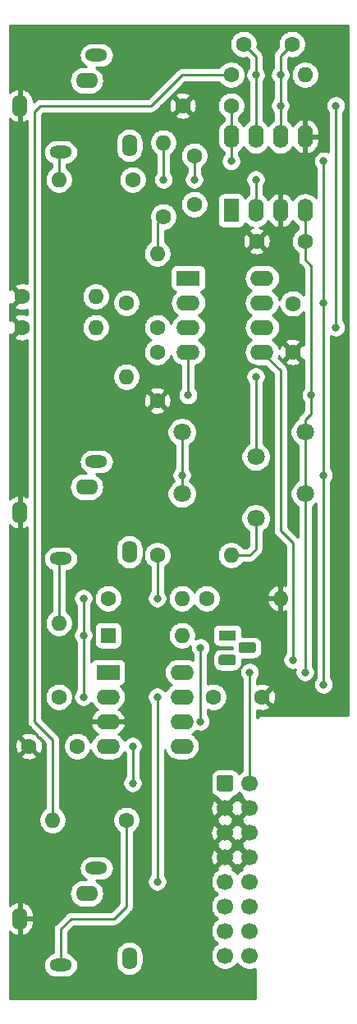
<source format=gbr>
G04 #@! TF.GenerationSoftware,KiCad,Pcbnew,(5.1.9)-1*
G04 #@! TF.CreationDate,2021-05-09T15:32:16+02:00*
G04 #@! TF.ProjectId,Dual VCA Main,4475616c-2056-4434-9120-4d61696e2e6b,rev?*
G04 #@! TF.SameCoordinates,Original*
G04 #@! TF.FileFunction,Copper,L1,Top*
G04 #@! TF.FilePolarity,Positive*
%FSLAX46Y46*%
G04 Gerber Fmt 4.6, Leading zero omitted, Abs format (unit mm)*
G04 Created by KiCad (PCBNEW (5.1.9)-1) date 2021-05-09 15:32:16*
%MOMM*%
%LPD*%
G01*
G04 APERTURE LIST*
G04 #@! TA.AperFunction,ComponentPad*
%ADD10O,2.400000X1.600000*%
G04 #@! TD*
G04 #@! TA.AperFunction,ComponentPad*
%ADD11R,2.400000X1.600000*%
G04 #@! TD*
G04 #@! TA.AperFunction,ComponentPad*
%ADD12O,1.600000X2.400000*%
G04 #@! TD*
G04 #@! TA.AperFunction,ComponentPad*
%ADD13R,1.600000X2.400000*%
G04 #@! TD*
G04 #@! TA.AperFunction,ComponentPad*
%ADD14C,1.600000*%
G04 #@! TD*
G04 #@! TA.AperFunction,ComponentPad*
%ADD15O,1.600000X1.600000*%
G04 #@! TD*
G04 #@! TA.AperFunction,ComponentPad*
%ADD16C,1.800000*%
G04 #@! TD*
G04 #@! TA.AperFunction,ComponentPad*
%ADD17R,1.800000X1.100000*%
G04 #@! TD*
G04 #@! TA.AperFunction,ComponentPad*
%ADD18C,1.700000*%
G04 #@! TD*
G04 #@! TA.AperFunction,ComponentPad*
%ADD19O,2.300000X1.300000*%
G04 #@! TD*
G04 #@! TA.AperFunction,ComponentPad*
%ADD20O,2.300000X1.600000*%
G04 #@! TD*
G04 #@! TA.AperFunction,ComponentPad*
%ADD21O,1.600000X2.300000*%
G04 #@! TD*
G04 #@! TA.AperFunction,ComponentPad*
%ADD22R,1.600000X1.600000*%
G04 #@! TD*
G04 #@! TA.AperFunction,ViaPad*
%ADD23C,0.800000*%
G04 #@! TD*
G04 #@! TA.AperFunction,Conductor*
%ADD24C,0.250000*%
G04 #@! TD*
G04 #@! TA.AperFunction,Conductor*
%ADD25C,0.254000*%
G04 #@! TD*
G04 #@! TA.AperFunction,Conductor*
%ADD26C,0.100000*%
G04 #@! TD*
G04 APERTURE END LIST*
D10*
G04 #@! TO.P,U3,8*
G04 #@! TO.N,N/C*
X18415000Y-67310000D03*
G04 #@! TO.P,U3,4*
G04 #@! TO.N,-12V*
X10795000Y-74930000D03*
G04 #@! TO.P,U3,7*
G04 #@! TO.N,+12V*
X18415000Y-69850000D03*
G04 #@! TO.P,U3,3*
G04 #@! TO.N,GND*
X10795000Y-72390000D03*
G04 #@! TO.P,U3,6*
G04 #@! TO.N,Net-(D1-Pad2)*
X18415000Y-72390000D03*
G04 #@! TO.P,U3,2*
G04 #@! TO.N,Net-(D1-Pad1)*
X10795000Y-69850000D03*
G04 #@! TO.P,U3,5*
G04 #@! TO.N,N/C*
X18415000Y-74930000D03*
D11*
G04 #@! TO.P,U3,1*
X10795000Y-67310000D03*
G04 #@! TD*
D10*
G04 #@! TO.P,U2,8*
G04 #@! TO.N,N/C*
X26670000Y-26670000D03*
G04 #@! TO.P,U2,4*
G04 #@! TO.N,-12V*
X19050000Y-34290000D03*
G04 #@! TO.P,U2,7*
G04 #@! TO.N,+12V*
X26670000Y-29210000D03*
G04 #@! TO.P,U2,3*
G04 #@! TO.N,Net-(R3-Pad1)*
X19050000Y-31750000D03*
G04 #@! TO.P,U2,6*
G04 #@! TO.N,Net-(C2-Pad2)*
X26670000Y-31750000D03*
G04 #@! TO.P,U2,2*
G04 #@! TO.N,Net-(R7-Pad1)*
X19050000Y-29210000D03*
G04 #@! TO.P,U2,5*
G04 #@! TO.N,Net-(Q1-Pad3)*
X26670000Y-34290000D03*
D11*
G04 #@! TO.P,U2,1*
G04 #@! TO.N,N/C*
X19050000Y-26670000D03*
G04 #@! TD*
D12*
G04 #@! TO.P,U1,8*
G04 #@! TO.N,+12V*
X23495000Y-12065000D03*
G04 #@! TO.P,U1,4*
G04 #@! TO.N,-12V*
X31115000Y-19685000D03*
G04 #@! TO.P,U1,7*
G04 #@! TO.N,Net-(C2-Pad1)*
X26035000Y-12065000D03*
G04 #@! TO.P,U1,3*
G04 #@! TO.N,GND*
X28575000Y-19685000D03*
G04 #@! TO.P,U1,6*
G04 #@! TO.N,Net-(C2-Pad2)*
X28575000Y-12065000D03*
G04 #@! TO.P,U1,2*
G04 #@! TO.N,Net-(C1-Pad2)*
X26035000Y-19685000D03*
G04 #@! TO.P,U1,5*
G04 #@! TO.N,GND*
X31115000Y-12065000D03*
D13*
G04 #@! TO.P,U1,1*
G04 #@! TO.N,Net-(C1-Pad1)*
X23495000Y-19685000D03*
G04 #@! TD*
D14*
G04 #@! TO.P,C8,2*
G04 #@! TO.N,GND*
X2620000Y-74930000D03*
G04 #@! TO.P,C8,1*
G04 #@! TO.N,-12V*
X7620000Y-74930000D03*
G04 #@! TD*
G04 #@! TO.P,C7,2*
G04 #@! TO.N,GND*
X15875000Y-39290000D03*
G04 #@! TO.P,C7,1*
G04 #@! TO.N,-12V*
X15875000Y-34290000D03*
G04 #@! TD*
G04 #@! TO.P,C4,2*
G04 #@! TO.N,GND*
X26115000Y-22860000D03*
G04 #@! TO.P,C4,1*
G04 #@! TO.N,-12V*
X31115000Y-22860000D03*
G04 #@! TD*
D15*
G04 #@! TO.P,R12,2*
G04 #@! TO.N,Net-(Q1-Pad1)*
X18415000Y-59690000D03*
D14*
G04 #@! TO.P,R12,1*
G04 #@! TO.N,Net-(D1-Pad1)*
X10795000Y-59690000D03*
G04 #@! TD*
D15*
G04 #@! TO.P,R11,2*
G04 #@! TO.N,GND*
X28575000Y-59690000D03*
D14*
G04 #@! TO.P,R11,1*
G04 #@! TO.N,Net-(Q1-Pad1)*
X20955000Y-59690000D03*
G04 #@! TD*
D15*
G04 #@! TO.P,R10,2*
G04 #@! TO.N,Net-(R10-Pad2)*
X23495000Y-55245000D03*
D14*
G04 #@! TO.P,R10,1*
G04 #@! TO.N,Net-(D1-Pad1)*
X15875000Y-55245000D03*
G04 #@! TD*
D15*
G04 #@! TO.P,R9,2*
G04 #@! TO.N,Net-(J3-PadT)*
X5715000Y-62230000D03*
D14*
G04 #@! TO.P,R9,1*
G04 #@! TO.N,Net-(D1-Pad1)*
X5715000Y-69850000D03*
G04 #@! TD*
D15*
G04 #@! TO.P,R8,2*
G04 #@! TO.N,Net-(R7-Pad1)*
X9525000Y-28575000D03*
D14*
G04 #@! TO.P,R8,1*
G04 #@! TO.N,GND*
X1905000Y-28575000D03*
G04 #@! TD*
D15*
G04 #@! TO.P,R7,2*
G04 #@! TO.N,Net-(R7-Pad2)*
X12700000Y-36830000D03*
D14*
G04 #@! TO.P,R7,1*
G04 #@! TO.N,Net-(R7-Pad1)*
X12700000Y-29210000D03*
G04 #@! TD*
D15*
G04 #@! TO.P,R6,2*
G04 #@! TO.N,Net-(C2-Pad1)*
X5080000Y-82550000D03*
D14*
G04 #@! TO.P,R6,1*
G04 #@! TO.N,Net-(J2-PadT)*
X12700000Y-82550000D03*
G04 #@! TD*
D15*
G04 #@! TO.P,R5,2*
G04 #@! TO.N,Net-(C2-Pad2)*
X31115000Y-5715000D03*
D14*
G04 #@! TO.P,R5,1*
G04 #@! TO.N,Net-(C2-Pad1)*
X23495000Y-5715000D03*
G04 #@! TD*
D15*
G04 #@! TO.P,R4,2*
G04 #@! TO.N,Net-(R3-Pad1)*
X9525000Y-31750000D03*
D14*
G04 #@! TO.P,R4,1*
G04 #@! TO.N,GND*
X1905000Y-31750000D03*
G04 #@! TD*
D15*
G04 #@! TO.P,R3,2*
G04 #@! TO.N,Net-(C1-Pad1)*
X15875000Y-24130000D03*
D14*
G04 #@! TO.P,R3,1*
G04 #@! TO.N,Net-(R3-Pad1)*
X15875000Y-31750000D03*
G04 #@! TD*
D15*
G04 #@! TO.P,R2,2*
G04 #@! TO.N,Net-(C1-Pad2)*
X16510000Y-12700000D03*
D14*
G04 #@! TO.P,R2,1*
G04 #@! TO.N,Net-(C1-Pad1)*
X16510000Y-20320000D03*
G04 #@! TD*
D15*
G04 #@! TO.P,R1,2*
G04 #@! TO.N,Net-(J1-PadT)*
X5715000Y-16510000D03*
D14*
G04 #@! TO.P,R1,1*
G04 #@! TO.N,Net-(C1-Pad2)*
X13335000Y-16510000D03*
G04 #@! TD*
D16*
G04 #@! TO.P,RV2,3*
G04 #@! TO.N,-12V*
X31115000Y-48895000D03*
G04 #@! TO.P,RV2,2*
G04 #@! TO.N,Net-(R10-Pad2)*
X26035000Y-51435000D03*
G04 #@! TO.P,RV2,1*
G04 #@! TO.N,+12V*
X18415000Y-48895000D03*
G04 #@! TD*
G04 #@! TO.P,RV1,3*
G04 #@! TO.N,-12V*
X31115000Y-42545000D03*
G04 #@! TO.P,RV1,2*
G04 #@! TO.N,Net-(R7-Pad2)*
X26035000Y-45085000D03*
G04 #@! TO.P,RV1,1*
G04 #@! TO.N,+12V*
X18415000Y-42545000D03*
G04 #@! TD*
D17*
G04 #@! TO.P,Q1,1*
G04 #@! TO.N,Net-(Q1-Pad1)*
X23095000Y-63500000D03*
G04 #@! TO.P,Q1,3*
G04 #@! TO.N,Net-(Q1-Pad3)*
G04 #@! TA.AperFunction,ComponentPad*
G36*
G01*
X22470000Y-65490000D02*
X23720000Y-65490000D01*
G75*
G02*
X23995000Y-65765000I0J-275000D01*
G01*
X23995000Y-66315000D01*
G75*
G02*
X23720000Y-66590000I-275000J0D01*
G01*
X22470000Y-66590000D01*
G75*
G02*
X22195000Y-66315000I0J275000D01*
G01*
X22195000Y-65765000D01*
G75*
G02*
X22470000Y-65490000I275000J0D01*
G01*
G37*
G04 #@! TD.AperFunction*
G04 #@! TO.P,Q1,2*
G04 #@! TO.N,Net-(D1-Pad2)*
G04 #@! TA.AperFunction,ComponentPad*
G36*
G01*
X24540000Y-64220000D02*
X25790000Y-64220000D01*
G75*
G02*
X26065000Y-64495000I0J-275000D01*
G01*
X26065000Y-65045000D01*
G75*
G02*
X25790000Y-65320000I-275000J0D01*
G01*
X24540000Y-65320000D01*
G75*
G02*
X24265000Y-65045000I0J275000D01*
G01*
X24265000Y-64495000D01*
G75*
G02*
X24540000Y-64220000I275000J0D01*
G01*
G37*
G04 #@! TD.AperFunction*
G04 #@! TD*
D18*
G04 #@! TO.P,J7,16*
G04 #@! TO.N,N/C*
X25400000Y-96520000D03*
G04 #@! TO.P,J7,14*
X25400000Y-93980000D03*
G04 #@! TO.P,J7,12*
X25400000Y-91440000D03*
G04 #@! TO.P,J7,10*
G04 #@! TO.N,+12V*
X25400000Y-88900000D03*
G04 #@! TO.P,J7,8*
G04 #@! TO.N,GND*
X25400000Y-86360000D03*
G04 #@! TO.P,J7,6*
X25400000Y-83820000D03*
G04 #@! TO.P,J7,4*
X25400000Y-81280000D03*
G04 #@! TO.P,J7,2*
G04 #@! TO.N,-12V*
X25400000Y-78740000D03*
G04 #@! TO.P,J7,15*
G04 #@! TO.N,N/C*
X22860000Y-96520000D03*
G04 #@! TO.P,J7,13*
X22860000Y-93980000D03*
G04 #@! TO.P,J7,11*
X22860000Y-91440000D03*
G04 #@! TO.P,J7,9*
G04 #@! TO.N,+12V*
X22860000Y-88900000D03*
G04 #@! TO.P,J7,7*
G04 #@! TO.N,GND*
X22860000Y-86360000D03*
G04 #@! TO.P,J7,5*
X22860000Y-83820000D03*
G04 #@! TO.P,J7,3*
X22860000Y-81280000D03*
G04 #@! TO.P,J7,1*
G04 #@! TO.N,-12V*
G04 #@! TA.AperFunction,ComponentPad*
G36*
G01*
X22010000Y-79340000D02*
X22010000Y-78140000D01*
G75*
G02*
X22260000Y-77890000I250000J0D01*
G01*
X23460000Y-77890000D01*
G75*
G02*
X23710000Y-78140000I0J-250000D01*
G01*
X23710000Y-79340000D01*
G75*
G02*
X23460000Y-79590000I-250000J0D01*
G01*
X22260000Y-79590000D01*
G75*
G02*
X22010000Y-79340000I0J250000D01*
G01*
G37*
G04 #@! TD.AperFunction*
G04 #@! TD*
D19*
G04 #@! TO.P,J3,T*
G04 #@! TO.N,Net-(J3-PadT)*
X5900000Y-55600000D03*
G04 #@! TO.P,J3,*
G04 #@! TO.N,*
X9600000Y-45600000D03*
D20*
X8600000Y-48200000D03*
D21*
G04 #@! TO.P,J3,TN*
G04 #@! TO.N,N/C*
X13000000Y-54900000D03*
G04 #@! TO.P,J3,S*
G04 #@! TO.N,GND*
X1700000Y-50800000D03*
G04 #@! TD*
D19*
G04 #@! TO.P,J2,T*
G04 #@! TO.N,Net-(J2-PadT)*
X5900000Y-97510000D03*
G04 #@! TO.P,J2,*
G04 #@! TO.N,*
X9600000Y-87510000D03*
D20*
X8600000Y-90110000D03*
D21*
G04 #@! TO.P,J2,TN*
G04 #@! TO.N,N/C*
X13000000Y-96810000D03*
G04 #@! TO.P,J2,S*
G04 #@! TO.N,GND*
X1700000Y-92710000D03*
G04 #@! TD*
D19*
G04 #@! TO.P,J1,T*
G04 #@! TO.N,Net-(J1-PadT)*
X5900000Y-13690000D03*
G04 #@! TO.P,J1,*
G04 #@! TO.N,*
X9600000Y-3690000D03*
D20*
X8600000Y-6290000D03*
D21*
G04 #@! TO.P,J1,TN*
G04 #@! TO.N,N/C*
X13000000Y-12990000D03*
G04 #@! TO.P,J1,S*
G04 #@! TO.N,GND*
X1700000Y-8890000D03*
G04 #@! TD*
D15*
G04 #@! TO.P,D1,2*
G04 #@! TO.N,Net-(D1-Pad2)*
X18415000Y-63500000D03*
D22*
G04 #@! TO.P,D1,1*
G04 #@! TO.N,Net-(D1-Pad1)*
X10795000Y-63500000D03*
G04 #@! TD*
D14*
G04 #@! TO.P,C6,2*
G04 #@! TO.N,+12V*
X21670000Y-69850000D03*
G04 #@! TO.P,C6,1*
G04 #@! TO.N,GND*
X26670000Y-69850000D03*
G04 #@! TD*
G04 #@! TO.P,C5,2*
G04 #@! TO.N,+12V*
X29845000Y-29290000D03*
G04 #@! TO.P,C5,1*
G04 #@! TO.N,GND*
X29845000Y-34290000D03*
G04 #@! TD*
G04 #@! TO.P,C3,2*
G04 #@! TO.N,+12V*
X23495000Y-8890000D03*
G04 #@! TO.P,C3,1*
G04 #@! TO.N,GND*
X18495000Y-8890000D03*
G04 #@! TD*
G04 #@! TO.P,C2,2*
G04 #@! TO.N,Net-(C2-Pad2)*
X29765000Y-2540000D03*
G04 #@! TO.P,C2,1*
G04 #@! TO.N,Net-(C2-Pad1)*
X24765000Y-2540000D03*
G04 #@! TD*
G04 #@! TO.P,C1,2*
G04 #@! TO.N,Net-(C1-Pad2)*
X19685000Y-14050000D03*
G04 #@! TO.P,C1,1*
G04 #@! TO.N,Net-(C1-Pad1)*
X19685000Y-19050000D03*
G04 #@! TD*
D23*
G04 #@! TO.N,Net-(C1-Pad2)*
X26035000Y-16510000D03*
X19685000Y-16510000D03*
X16510000Y-16510000D03*
G04 #@! TO.N,Net-(C2-Pad2)*
X28575000Y-5715000D03*
X28575000Y-8890000D03*
X34290000Y-8890000D03*
X34290000Y-31750000D03*
G04 #@! TO.N,Net-(C2-Pad1)*
X26035000Y-5715000D03*
G04 #@! TO.N,+12V*
X15875000Y-88900000D03*
X15875000Y-69850000D03*
X33020000Y-46990000D03*
X18415000Y-46990000D03*
X33020000Y-68580000D03*
X33020000Y-29210000D03*
X33020000Y-14605000D03*
X23495000Y-14605000D03*
G04 #@! TO.N,-12V*
X13335000Y-78740000D03*
X13335000Y-74930000D03*
X25400000Y-67310000D03*
X31115000Y-67310000D03*
X31750000Y-38735000D03*
X19050000Y-38735000D03*
G04 #@! TO.N,Net-(D1-Pad2)*
X20320000Y-64770000D03*
X20320000Y-72390000D03*
G04 #@! TO.N,Net-(D1-Pad1)*
X8255000Y-69850000D03*
X8255000Y-59690000D03*
X8255000Y-63500000D03*
X15875000Y-59690000D03*
G04 #@! TO.N,Net-(Q1-Pad3)*
X29845000Y-66040000D03*
G04 #@! TO.N,Net-(R7-Pad2)*
X26035000Y-36830000D03*
G04 #@! TD*
D24*
G04 #@! TO.N,Net-(C1-Pad2)*
X16510000Y-12700000D02*
X16510000Y-16510000D01*
X19685000Y-14050000D02*
X19685000Y-16510000D01*
X26035000Y-16510000D02*
X26035000Y-19685000D01*
G04 #@! TO.N,Net-(C1-Pad1)*
X15875000Y-20955000D02*
X16510000Y-20320000D01*
X15875000Y-24130000D02*
X15875000Y-20955000D01*
G04 #@! TO.N,Net-(C2-Pad2)*
X28575000Y-3730000D02*
X29765000Y-2540000D01*
X28575000Y-12065000D02*
X28575000Y-8890000D01*
X28575000Y-5715000D02*
X28575000Y-3730000D01*
X28575000Y-8890000D02*
X28575000Y-5715000D01*
X34290000Y-8890000D02*
X34290000Y-31750000D01*
X34290000Y-31750000D02*
X34290000Y-31750000D01*
G04 #@! TO.N,Net-(C2-Pad1)*
X26035000Y-3810000D02*
X24765000Y-2540000D01*
X26035000Y-12065000D02*
X26035000Y-5715000D01*
X26035000Y-5715000D02*
X26035000Y-3810000D01*
X18415000Y-5715000D02*
X23495000Y-5715000D01*
X15240000Y-8890000D02*
X18415000Y-5715000D01*
X3810000Y-8890000D02*
X15240000Y-8890000D01*
X3175000Y-9525000D02*
X3810000Y-8890000D01*
X3175000Y-72390000D02*
X3175000Y-9525000D01*
X5080000Y-74295000D02*
X3175000Y-72390000D01*
X5080000Y-82550000D02*
X5080000Y-74295000D01*
G04 #@! TO.N,+12V*
X23495000Y-8890000D02*
X23495000Y-12065000D01*
X18415000Y-42545000D02*
X18415000Y-48895000D01*
G04 #@! TO.N,-12V*
X31115000Y-19685000D02*
X31115000Y-22860000D01*
G04 #@! TO.N,+12V*
X15875000Y-88900000D02*
X15875000Y-69850000D01*
X15875000Y-69850000D02*
X15875000Y-69850000D01*
X33020000Y-46990000D02*
X33020000Y-46990000D01*
X33020000Y-68580000D02*
X33020000Y-46990000D01*
X33020000Y-46990000D02*
X33020000Y-29210000D01*
X33020000Y-29210000D02*
X33020000Y-29210000D01*
X33020000Y-29210000D02*
X33020000Y-14605000D01*
X33020000Y-14605000D02*
X33020000Y-14605000D01*
X23495000Y-12065000D02*
X23495000Y-14605000D01*
G04 #@! TO.N,-12V*
X31115000Y-42545000D02*
X31115000Y-48895000D01*
X13335000Y-78740000D02*
X13335000Y-74930000D01*
X13335000Y-74930000D02*
X13335000Y-74930000D01*
X25400000Y-78740000D02*
X25400000Y-67310000D01*
X31115000Y-67310000D02*
X31115000Y-48895000D01*
X31115000Y-42545000D02*
X31115000Y-41275000D01*
X31115000Y-41275000D02*
X31750000Y-40640000D01*
X31750000Y-40640000D02*
X31750000Y-38735000D01*
X31115000Y-24765000D02*
X31115000Y-22860000D01*
X31750000Y-25400000D02*
X31115000Y-24765000D01*
X31750000Y-38735000D02*
X31750000Y-25400000D01*
X19050000Y-38735000D02*
X19050000Y-34290000D01*
G04 #@! TO.N,Net-(D1-Pad2)*
X20320000Y-64770000D02*
X20320000Y-72390000D01*
X20320000Y-72390000D02*
X20320000Y-72390000D01*
G04 #@! TO.N,Net-(D1-Pad1)*
X8255000Y-69850000D02*
X8255000Y-63500000D01*
X8255000Y-59690000D02*
X8255000Y-59690000D01*
X8255000Y-63500000D02*
X8255000Y-59690000D01*
X15875000Y-59690000D02*
X15875000Y-55245000D01*
G04 #@! TO.N,Net-(J1-PadT)*
X5715000Y-13875000D02*
X5900000Y-13690000D01*
X5715000Y-16510000D02*
X5715000Y-13875000D01*
G04 #@! TO.N,Net-(J2-PadT)*
X5900000Y-97510000D02*
X5900000Y-93795000D01*
X5900000Y-93795000D02*
X6985000Y-92710000D01*
X6985000Y-92710000D02*
X11430000Y-92710000D01*
X12700000Y-91440000D02*
X12700000Y-82550000D01*
X11430000Y-92710000D02*
X12700000Y-91440000D01*
G04 #@! TO.N,Net-(J3-PadT)*
X5715000Y-55785000D02*
X5900000Y-55600000D01*
X5715000Y-62230000D02*
X5715000Y-55785000D01*
G04 #@! TO.N,Net-(Q1-Pad3)*
X28575000Y-36195000D02*
X26670000Y-34290000D01*
X28575000Y-52705000D02*
X28575000Y-36195000D01*
X29845000Y-53975000D02*
X28575000Y-52705000D01*
X29845000Y-66040000D02*
X29845000Y-53975000D01*
G04 #@! TO.N,Net-(R7-Pad2)*
X26035000Y-45085000D02*
X26035000Y-36830000D01*
X26035000Y-36830000D02*
X26035000Y-36830000D01*
G04 #@! TO.N,Net-(R10-Pad2)*
X23495000Y-55245000D02*
X25400000Y-55245000D01*
X26035000Y-54610000D02*
X26035000Y-51435000D01*
X25400000Y-55245000D02*
X26035000Y-54610000D01*
G04 #@! TD*
D25*
G04 #@! TO.N,GND*
X35535001Y-71730000D02*
X26702419Y-71730000D01*
X26670000Y-71726807D01*
X26637581Y-71730000D01*
X26540617Y-71739550D01*
X26416207Y-71777290D01*
X26301550Y-71838575D01*
X26201052Y-71921052D01*
X26160000Y-71971074D01*
X26160000Y-71196217D01*
X26183996Y-71207571D01*
X26458184Y-71276300D01*
X26740512Y-71290217D01*
X27020130Y-71248787D01*
X27286292Y-71153603D01*
X27411514Y-71086671D01*
X27483097Y-70842702D01*
X26670000Y-70029605D01*
X26655858Y-70043748D01*
X26476253Y-69864143D01*
X26490395Y-69850000D01*
X26849605Y-69850000D01*
X27662702Y-70663097D01*
X27906671Y-70591514D01*
X28027571Y-70336004D01*
X28096300Y-70061816D01*
X28110217Y-69779488D01*
X28068787Y-69499870D01*
X27973603Y-69233708D01*
X27906671Y-69108486D01*
X27662702Y-69036903D01*
X26849605Y-69850000D01*
X26490395Y-69850000D01*
X26476253Y-69835858D01*
X26655858Y-69656253D01*
X26670000Y-69670395D01*
X27483097Y-68857298D01*
X27411514Y-68613329D01*
X27156004Y-68492429D01*
X26881816Y-68423700D01*
X26599488Y-68409783D01*
X26319870Y-68451213D01*
X26160000Y-68508385D01*
X26160000Y-68013711D01*
X26203937Y-67969774D01*
X26317205Y-67800256D01*
X26395226Y-67611898D01*
X26435000Y-67411939D01*
X26435000Y-67208061D01*
X26395226Y-67008102D01*
X26317205Y-66819744D01*
X26203937Y-66650226D01*
X26059774Y-66506063D01*
X25890256Y-66392795D01*
X25701898Y-66314774D01*
X25501939Y-66275000D01*
X25298061Y-66275000D01*
X25098102Y-66314774D01*
X24909744Y-66392795D01*
X24740226Y-66506063D01*
X24596063Y-66650226D01*
X24482795Y-66819744D01*
X24404774Y-67008102D01*
X24365000Y-67208061D01*
X24365000Y-67411939D01*
X24404774Y-67611898D01*
X24482795Y-67800256D01*
X24596063Y-67969774D01*
X24640001Y-68013712D01*
X24640000Y-77461821D01*
X24453368Y-77586525D01*
X24266285Y-77773608D01*
X24198405Y-77646614D01*
X24087962Y-77512038D01*
X23953386Y-77401595D01*
X23799850Y-77319528D01*
X23633254Y-77268992D01*
X23460000Y-77251928D01*
X22260000Y-77251928D01*
X22086746Y-77268992D01*
X21920150Y-77319528D01*
X21766614Y-77401595D01*
X21632038Y-77512038D01*
X21521595Y-77646614D01*
X21439528Y-77800150D01*
X21388992Y-77966746D01*
X21371928Y-78140000D01*
X21371928Y-79340000D01*
X21388992Y-79513254D01*
X21439528Y-79679850D01*
X21521595Y-79833386D01*
X21632038Y-79967962D01*
X21766614Y-80078405D01*
X21920150Y-80160472D01*
X22029293Y-80193580D01*
X22011208Y-80251603D01*
X22860000Y-81100395D01*
X23708792Y-80251603D01*
X23690707Y-80193580D01*
X23799850Y-80160472D01*
X23953386Y-80078405D01*
X24087962Y-79967962D01*
X24198405Y-79833386D01*
X24266285Y-79706392D01*
X24453368Y-79893475D01*
X24626729Y-80009311D01*
X24551208Y-80251603D01*
X25400000Y-81100395D01*
X25414143Y-81086253D01*
X25593748Y-81265858D01*
X25579605Y-81280000D01*
X25593748Y-81294143D01*
X25414143Y-81473748D01*
X25400000Y-81459605D01*
X24551208Y-82308397D01*
X24626514Y-82550000D01*
X24551208Y-82791603D01*
X25400000Y-83640395D01*
X25414143Y-83626253D01*
X25593748Y-83805858D01*
X25579605Y-83820000D01*
X25593748Y-83834143D01*
X25414143Y-84013748D01*
X25400000Y-83999605D01*
X24551208Y-84848397D01*
X24626514Y-85090000D01*
X24551208Y-85331603D01*
X25400000Y-86180395D01*
X25414143Y-86166253D01*
X25593748Y-86345858D01*
X25579605Y-86360000D01*
X25593748Y-86374143D01*
X25414143Y-86553748D01*
X25400000Y-86539605D01*
X24551208Y-87388397D01*
X24626729Y-87630689D01*
X24453368Y-87746525D01*
X24246525Y-87953368D01*
X24130000Y-88127760D01*
X24013475Y-87953368D01*
X23806632Y-87746525D01*
X23633271Y-87630689D01*
X23708792Y-87388397D01*
X22860000Y-86539605D01*
X22011208Y-87388397D01*
X22086729Y-87630689D01*
X21913368Y-87746525D01*
X21706525Y-87953368D01*
X21544010Y-88196589D01*
X21432068Y-88466842D01*
X21375000Y-88753740D01*
X21375000Y-89046260D01*
X21432068Y-89333158D01*
X21544010Y-89603411D01*
X21706525Y-89846632D01*
X21913368Y-90053475D01*
X22087760Y-90170000D01*
X21913368Y-90286525D01*
X21706525Y-90493368D01*
X21544010Y-90736589D01*
X21432068Y-91006842D01*
X21375000Y-91293740D01*
X21375000Y-91586260D01*
X21432068Y-91873158D01*
X21544010Y-92143411D01*
X21706525Y-92386632D01*
X21913368Y-92593475D01*
X22087760Y-92710000D01*
X21913368Y-92826525D01*
X21706525Y-93033368D01*
X21544010Y-93276589D01*
X21432068Y-93546842D01*
X21375000Y-93833740D01*
X21375000Y-94126260D01*
X21432068Y-94413158D01*
X21544010Y-94683411D01*
X21706525Y-94926632D01*
X21913368Y-95133475D01*
X22087760Y-95250000D01*
X21913368Y-95366525D01*
X21706525Y-95573368D01*
X21544010Y-95816589D01*
X21432068Y-96086842D01*
X21375000Y-96373740D01*
X21375000Y-96666260D01*
X21432068Y-96953158D01*
X21544010Y-97223411D01*
X21706525Y-97466632D01*
X21913368Y-97673475D01*
X22156589Y-97835990D01*
X22426842Y-97947932D01*
X22713740Y-98005000D01*
X23006260Y-98005000D01*
X23293158Y-97947932D01*
X23563411Y-97835990D01*
X23806632Y-97673475D01*
X24013475Y-97466632D01*
X24130000Y-97292240D01*
X24246525Y-97466632D01*
X24453368Y-97673475D01*
X24696589Y-97835990D01*
X24966842Y-97947932D01*
X25253740Y-98005000D01*
X25546260Y-98005000D01*
X25833158Y-97947932D01*
X26010001Y-97874682D01*
X26010001Y-100940000D01*
X660000Y-100940000D01*
X660000Y-97510000D01*
X4108783Y-97510000D01*
X4133593Y-97761904D01*
X4207071Y-98004127D01*
X4326392Y-98227362D01*
X4486972Y-98423028D01*
X4682638Y-98583608D01*
X4905873Y-98702929D01*
X5148096Y-98776407D01*
X5336877Y-98795000D01*
X6463123Y-98795000D01*
X6651904Y-98776407D01*
X6894127Y-98702929D01*
X7117362Y-98583608D01*
X7313028Y-98423028D01*
X7473608Y-98227362D01*
X7592929Y-98004127D01*
X7666407Y-97761904D01*
X7691217Y-97510000D01*
X7666407Y-97258096D01*
X7592929Y-97015873D01*
X7473608Y-96792638D01*
X7313028Y-96596972D01*
X7117362Y-96436392D01*
X7029650Y-96389509D01*
X11565000Y-96389509D01*
X11565000Y-97230492D01*
X11585764Y-97441309D01*
X11667818Y-97711808D01*
X11801068Y-97961101D01*
X11980393Y-98179608D01*
X12198900Y-98358932D01*
X12448193Y-98492182D01*
X12718692Y-98574236D01*
X13000000Y-98601943D01*
X13281309Y-98574236D01*
X13551808Y-98492182D01*
X13801101Y-98358932D01*
X14019608Y-98179608D01*
X14198932Y-97961101D01*
X14332182Y-97711808D01*
X14414236Y-97441308D01*
X14435000Y-97230491D01*
X14435000Y-96389508D01*
X14414236Y-96178691D01*
X14332182Y-95908192D01*
X14198932Y-95658899D01*
X14019607Y-95440392D01*
X13801100Y-95261068D01*
X13551807Y-95127818D01*
X13281308Y-95045764D01*
X13000000Y-95018057D01*
X12718691Y-95045764D01*
X12448192Y-95127818D01*
X12198899Y-95261068D01*
X11980392Y-95440393D01*
X11801068Y-95658900D01*
X11667818Y-95908193D01*
X11585764Y-96178692D01*
X11565000Y-96389509D01*
X7029650Y-96389509D01*
X6894127Y-96317071D01*
X6660000Y-96246049D01*
X6660000Y-94109801D01*
X7299802Y-93470000D01*
X11392678Y-93470000D01*
X11430000Y-93473676D01*
X11467322Y-93470000D01*
X11467333Y-93470000D01*
X11578986Y-93459003D01*
X11722247Y-93415546D01*
X11854276Y-93344974D01*
X11970001Y-93250001D01*
X11993804Y-93220997D01*
X13211004Y-92003798D01*
X13240001Y-91980001D01*
X13334974Y-91864276D01*
X13405546Y-91732247D01*
X13449003Y-91588986D01*
X13460000Y-91477333D01*
X13460000Y-91477324D01*
X13463676Y-91440001D01*
X13460000Y-91402678D01*
X13460000Y-83768043D01*
X13614759Y-83664637D01*
X13814637Y-83464759D01*
X13971680Y-83229727D01*
X14079853Y-82968574D01*
X14135000Y-82691335D01*
X14135000Y-82408665D01*
X14079853Y-82131426D01*
X13971680Y-81870273D01*
X13814637Y-81635241D01*
X13614759Y-81435363D01*
X13379727Y-81278320D01*
X13118574Y-81170147D01*
X12841335Y-81115000D01*
X12558665Y-81115000D01*
X12281426Y-81170147D01*
X12020273Y-81278320D01*
X11785241Y-81435363D01*
X11585363Y-81635241D01*
X11428320Y-81870273D01*
X11320147Y-82131426D01*
X11265000Y-82408665D01*
X11265000Y-82691335D01*
X11320147Y-82968574D01*
X11428320Y-83229727D01*
X11585363Y-83464759D01*
X11785241Y-83664637D01*
X11940001Y-83768044D01*
X11940000Y-91125198D01*
X11115199Y-91950000D01*
X7022325Y-91950000D01*
X6985000Y-91946324D01*
X6947675Y-91950000D01*
X6947667Y-91950000D01*
X6836014Y-91960997D01*
X6692753Y-92004454D01*
X6560724Y-92075026D01*
X6444999Y-92169999D01*
X6421201Y-92198997D01*
X5388998Y-93231201D01*
X5360000Y-93254999D01*
X5336202Y-93283997D01*
X5336201Y-93283998D01*
X5265026Y-93370724D01*
X5194454Y-93502754D01*
X5150998Y-93646015D01*
X5136324Y-93795000D01*
X5140001Y-93832332D01*
X5140000Y-96246049D01*
X4905873Y-96317071D01*
X4682638Y-96436392D01*
X4486972Y-96596972D01*
X4326392Y-96792638D01*
X4207071Y-97015873D01*
X4133593Y-97258096D01*
X4108783Y-97510000D01*
X660000Y-97510000D01*
X660000Y-94047092D01*
X775105Y-94164500D01*
X1008354Y-94323715D01*
X1268182Y-94434367D01*
X1350961Y-94451904D01*
X1573000Y-94329915D01*
X1573000Y-92837000D01*
X1827000Y-92837000D01*
X1827000Y-94329915D01*
X2049039Y-94451904D01*
X2131818Y-94434367D01*
X2391646Y-94323715D01*
X2624895Y-94164500D01*
X2822601Y-93962839D01*
X2977166Y-93726483D01*
X3082650Y-93464514D01*
X3135000Y-93187000D01*
X3135000Y-92837000D01*
X1827000Y-92837000D01*
X1573000Y-92837000D01*
X1553000Y-92837000D01*
X1553000Y-92583000D01*
X1573000Y-92583000D01*
X1573000Y-91090085D01*
X1827000Y-91090085D01*
X1827000Y-92583000D01*
X3135000Y-92583000D01*
X3135000Y-92233000D01*
X3082650Y-91955486D01*
X2977166Y-91693517D01*
X2822601Y-91457161D01*
X2624895Y-91255500D01*
X2391646Y-91096285D01*
X2131818Y-90985633D01*
X2049039Y-90968096D01*
X1827000Y-91090085D01*
X1573000Y-91090085D01*
X1350961Y-90968096D01*
X1268182Y-90985633D01*
X1008354Y-91096285D01*
X775105Y-91255500D01*
X660000Y-91372908D01*
X660000Y-90110000D01*
X6808057Y-90110000D01*
X6835764Y-90391309D01*
X6917818Y-90661808D01*
X7051068Y-90911101D01*
X7230392Y-91129608D01*
X7448899Y-91308932D01*
X7698192Y-91442182D01*
X7968691Y-91524236D01*
X8179508Y-91545000D01*
X9020492Y-91545000D01*
X9231309Y-91524236D01*
X9501808Y-91442182D01*
X9751101Y-91308932D01*
X9969608Y-91129608D01*
X10148932Y-90911101D01*
X10282182Y-90661808D01*
X10364236Y-90391309D01*
X10391943Y-90110000D01*
X10364236Y-89828691D01*
X10282182Y-89558192D01*
X10148932Y-89308899D01*
X9969608Y-89090392D01*
X9751101Y-88911068D01*
X9533953Y-88795000D01*
X10163123Y-88795000D01*
X10351904Y-88776407D01*
X10594127Y-88702929D01*
X10817362Y-88583608D01*
X11013028Y-88423028D01*
X11173608Y-88227362D01*
X11292929Y-88004127D01*
X11366407Y-87761904D01*
X11391217Y-87510000D01*
X11366407Y-87258096D01*
X11292929Y-87015873D01*
X11173608Y-86792638D01*
X11013028Y-86596972D01*
X10817362Y-86436392D01*
X10594127Y-86317071D01*
X10351904Y-86243593D01*
X10163123Y-86225000D01*
X9036877Y-86225000D01*
X8848096Y-86243593D01*
X8605873Y-86317071D01*
X8382638Y-86436392D01*
X8186972Y-86596972D01*
X8026392Y-86792638D01*
X7907071Y-87015873D01*
X7833593Y-87258096D01*
X7808783Y-87510000D01*
X7833593Y-87761904D01*
X7907071Y-88004127D01*
X8026392Y-88227362D01*
X8186972Y-88423028D01*
X8382638Y-88583608D01*
X8553621Y-88675000D01*
X8179508Y-88675000D01*
X7968691Y-88695764D01*
X7698192Y-88777818D01*
X7448899Y-88911068D01*
X7230392Y-89090392D01*
X7051068Y-89308899D01*
X6917818Y-89558192D01*
X6835764Y-89828691D01*
X6808057Y-90110000D01*
X660000Y-90110000D01*
X660000Y-75922702D01*
X1806903Y-75922702D01*
X1878486Y-76166671D01*
X2133996Y-76287571D01*
X2408184Y-76356300D01*
X2690512Y-76370217D01*
X2970130Y-76328787D01*
X3236292Y-76233603D01*
X3361514Y-76166671D01*
X3433097Y-75922702D01*
X2620000Y-75109605D01*
X1806903Y-75922702D01*
X660000Y-75922702D01*
X660000Y-75000512D01*
X1179783Y-75000512D01*
X1221213Y-75280130D01*
X1316397Y-75546292D01*
X1383329Y-75671514D01*
X1627298Y-75743097D01*
X2440395Y-74930000D01*
X1627298Y-74116903D01*
X1383329Y-74188486D01*
X1262429Y-74443996D01*
X1193700Y-74718184D01*
X1179783Y-75000512D01*
X660000Y-75000512D01*
X660000Y-52137092D01*
X775105Y-52254500D01*
X1008354Y-52413715D01*
X1268182Y-52524367D01*
X1350961Y-52541904D01*
X1573000Y-52419915D01*
X1573000Y-50927000D01*
X1553000Y-50927000D01*
X1553000Y-50673000D01*
X1573000Y-50673000D01*
X1573000Y-49180085D01*
X1350961Y-49058096D01*
X1268182Y-49075633D01*
X1008354Y-49186285D01*
X775105Y-49345500D01*
X660000Y-49462908D01*
X660000Y-32475931D01*
X668329Y-32491514D01*
X912298Y-32563097D01*
X1725395Y-31750000D01*
X912298Y-30936903D01*
X668329Y-31008486D01*
X660000Y-31026089D01*
X660000Y-29300931D01*
X668329Y-29316514D01*
X912298Y-29388097D01*
X1725395Y-28575000D01*
X912298Y-27761903D01*
X668329Y-27833486D01*
X660000Y-27851089D01*
X660000Y-27582298D01*
X1091903Y-27582298D01*
X1905000Y-28395395D01*
X1919143Y-28381253D01*
X2098748Y-28560858D01*
X2084605Y-28575000D01*
X2098748Y-28589143D01*
X1919143Y-28768748D01*
X1905000Y-28754605D01*
X1091903Y-29567702D01*
X1163486Y-29811671D01*
X1418996Y-29932571D01*
X1693184Y-30001300D01*
X1975512Y-30015217D01*
X2255130Y-29973787D01*
X2415001Y-29916615D01*
X2415001Y-30403784D01*
X2391004Y-30392429D01*
X2116816Y-30323700D01*
X1834488Y-30309783D01*
X1554870Y-30351213D01*
X1288708Y-30446397D01*
X1163486Y-30513329D01*
X1091903Y-30757298D01*
X1905000Y-31570395D01*
X1919143Y-31556253D01*
X2098748Y-31735858D01*
X2084605Y-31750000D01*
X2098748Y-31764143D01*
X1919143Y-31943748D01*
X1905000Y-31929605D01*
X1091903Y-32742702D01*
X1163486Y-32986671D01*
X1418996Y-33107571D01*
X1693184Y-33176300D01*
X1975512Y-33190217D01*
X2255130Y-33148787D01*
X2415001Y-33091615D01*
X2415000Y-49202227D01*
X2391646Y-49186285D01*
X2131818Y-49075633D01*
X2049039Y-49058096D01*
X1827000Y-49180085D01*
X1827000Y-50673000D01*
X1847000Y-50673000D01*
X1847000Y-50927000D01*
X1827000Y-50927000D01*
X1827000Y-52419915D01*
X2049039Y-52541904D01*
X2131818Y-52524367D01*
X2391646Y-52413715D01*
X2415000Y-52397773D01*
X2415000Y-72352678D01*
X2411324Y-72390000D01*
X2415000Y-72427322D01*
X2415000Y-72427332D01*
X2425997Y-72538985D01*
X2457790Y-72643793D01*
X2469454Y-72682246D01*
X2540026Y-72814276D01*
X2546216Y-72821818D01*
X2634999Y-72930001D01*
X2664003Y-72953804D01*
X3540296Y-73830097D01*
X3433097Y-73937296D01*
X3361514Y-73693329D01*
X3106004Y-73572429D01*
X2831816Y-73503700D01*
X2549488Y-73489783D01*
X2269870Y-73531213D01*
X2003708Y-73626397D01*
X1878486Y-73693329D01*
X1806903Y-73937298D01*
X2620000Y-74750395D01*
X2634143Y-74736253D01*
X2813748Y-74915858D01*
X2799605Y-74930000D01*
X3612702Y-75743097D01*
X3856671Y-75671514D01*
X3977571Y-75416004D01*
X4046300Y-75141816D01*
X4060217Y-74859488D01*
X4018787Y-74579870D01*
X3923603Y-74313708D01*
X3856671Y-74188486D01*
X3612704Y-74116903D01*
X3719903Y-74009704D01*
X4320001Y-74609803D01*
X4320000Y-81331956D01*
X4165241Y-81435363D01*
X3965363Y-81635241D01*
X3808320Y-81870273D01*
X3700147Y-82131426D01*
X3645000Y-82408665D01*
X3645000Y-82691335D01*
X3700147Y-82968574D01*
X3808320Y-83229727D01*
X3965363Y-83464759D01*
X4165241Y-83664637D01*
X4400273Y-83821680D01*
X4661426Y-83929853D01*
X4938665Y-83985000D01*
X5221335Y-83985000D01*
X5498574Y-83929853D01*
X5759727Y-83821680D01*
X5994759Y-83664637D01*
X6194637Y-83464759D01*
X6351680Y-83229727D01*
X6459853Y-82968574D01*
X6515000Y-82691335D01*
X6515000Y-82408665D01*
X6459853Y-82131426D01*
X6351680Y-81870273D01*
X6194637Y-81635241D01*
X5994759Y-81435363D01*
X5840000Y-81331957D01*
X5840000Y-74788665D01*
X6185000Y-74788665D01*
X6185000Y-75071335D01*
X6240147Y-75348574D01*
X6348320Y-75609727D01*
X6505363Y-75844759D01*
X6705241Y-76044637D01*
X6940273Y-76201680D01*
X7201426Y-76309853D01*
X7478665Y-76365000D01*
X7761335Y-76365000D01*
X8038574Y-76309853D01*
X8299727Y-76201680D01*
X8534759Y-76044637D01*
X8734637Y-75844759D01*
X8891680Y-75609727D01*
X8999853Y-75348574D01*
X9008783Y-75303678D01*
X9062818Y-75481808D01*
X9196068Y-75731101D01*
X9375392Y-75949608D01*
X9593899Y-76128932D01*
X9843192Y-76262182D01*
X10113691Y-76344236D01*
X10324508Y-76365000D01*
X11265492Y-76365000D01*
X11476309Y-76344236D01*
X11746808Y-76262182D01*
X11996101Y-76128932D01*
X12214608Y-75949608D01*
X12393932Y-75731101D01*
X12496845Y-75538564D01*
X12531063Y-75589774D01*
X12575001Y-75633712D01*
X12575000Y-78036289D01*
X12531063Y-78080226D01*
X12417795Y-78249744D01*
X12339774Y-78438102D01*
X12300000Y-78638061D01*
X12300000Y-78841939D01*
X12339774Y-79041898D01*
X12417795Y-79230256D01*
X12531063Y-79399774D01*
X12675226Y-79543937D01*
X12844744Y-79657205D01*
X13033102Y-79735226D01*
X13233061Y-79775000D01*
X13436939Y-79775000D01*
X13636898Y-79735226D01*
X13825256Y-79657205D01*
X13994774Y-79543937D01*
X14138937Y-79399774D01*
X14252205Y-79230256D01*
X14330226Y-79041898D01*
X14370000Y-78841939D01*
X14370000Y-78638061D01*
X14330226Y-78438102D01*
X14252205Y-78249744D01*
X14138937Y-78080226D01*
X14095000Y-78036289D01*
X14095000Y-75633711D01*
X14138937Y-75589774D01*
X14252205Y-75420256D01*
X14330226Y-75231898D01*
X14370000Y-75031939D01*
X14370000Y-74828061D01*
X14330226Y-74628102D01*
X14252205Y-74439744D01*
X14138937Y-74270226D01*
X13994774Y-74126063D01*
X13825256Y-74012795D01*
X13636898Y-73934774D01*
X13436939Y-73895000D01*
X13233061Y-73895000D01*
X13033102Y-73934774D01*
X12844744Y-74012795D01*
X12675226Y-74126063D01*
X12531063Y-74270226D01*
X12496845Y-74321436D01*
X12393932Y-74128899D01*
X12214608Y-73910392D01*
X11996101Y-73731068D01*
X11868259Y-73662735D01*
X12097839Y-73512601D01*
X12299500Y-73314895D01*
X12458715Y-73081646D01*
X12569367Y-72821818D01*
X12586904Y-72739039D01*
X12464915Y-72517000D01*
X10922000Y-72517000D01*
X10922000Y-72537000D01*
X10668000Y-72537000D01*
X10668000Y-72517000D01*
X9125085Y-72517000D01*
X9003096Y-72739039D01*
X9020633Y-72821818D01*
X9131285Y-73081646D01*
X9290500Y-73314895D01*
X9492161Y-73512601D01*
X9721741Y-73662735D01*
X9593899Y-73731068D01*
X9375392Y-73910392D01*
X9196068Y-74128899D01*
X9062818Y-74378192D01*
X9008783Y-74556322D01*
X8999853Y-74511426D01*
X8891680Y-74250273D01*
X8734637Y-74015241D01*
X8534759Y-73815363D01*
X8299727Y-73658320D01*
X8038574Y-73550147D01*
X7761335Y-73495000D01*
X7478665Y-73495000D01*
X7201426Y-73550147D01*
X6940273Y-73658320D01*
X6705241Y-73815363D01*
X6505363Y-74015241D01*
X6348320Y-74250273D01*
X6240147Y-74511426D01*
X6185000Y-74788665D01*
X5840000Y-74788665D01*
X5840000Y-74332323D01*
X5843676Y-74295000D01*
X5840000Y-74257677D01*
X5840000Y-74257667D01*
X5829003Y-74146014D01*
X5785546Y-74002753D01*
X5714974Y-73870724D01*
X5620001Y-73754999D01*
X5591003Y-73731201D01*
X3935000Y-72075199D01*
X3935000Y-69708665D01*
X4280000Y-69708665D01*
X4280000Y-69991335D01*
X4335147Y-70268574D01*
X4443320Y-70529727D01*
X4600363Y-70764759D01*
X4800241Y-70964637D01*
X5035273Y-71121680D01*
X5296426Y-71229853D01*
X5573665Y-71285000D01*
X5856335Y-71285000D01*
X6133574Y-71229853D01*
X6394727Y-71121680D01*
X6629759Y-70964637D01*
X6829637Y-70764759D01*
X6986680Y-70529727D01*
X7094853Y-70268574D01*
X7150000Y-69991335D01*
X7150000Y-69708665D01*
X7094853Y-69431426D01*
X6986680Y-69170273D01*
X6829637Y-68935241D01*
X6629759Y-68735363D01*
X6394727Y-68578320D01*
X6133574Y-68470147D01*
X5856335Y-68415000D01*
X5573665Y-68415000D01*
X5296426Y-68470147D01*
X5035273Y-68578320D01*
X4800241Y-68735363D01*
X4600363Y-68935241D01*
X4443320Y-69170273D01*
X4335147Y-69431426D01*
X4280000Y-69708665D01*
X3935000Y-69708665D01*
X3935000Y-55600000D01*
X4108783Y-55600000D01*
X4133593Y-55851904D01*
X4207071Y-56094127D01*
X4326392Y-56317362D01*
X4486972Y-56513028D01*
X4682638Y-56673608D01*
X4905873Y-56792929D01*
X4955001Y-56807832D01*
X4955000Y-61011956D01*
X4800241Y-61115363D01*
X4600363Y-61315241D01*
X4443320Y-61550273D01*
X4335147Y-61811426D01*
X4280000Y-62088665D01*
X4280000Y-62371335D01*
X4335147Y-62648574D01*
X4443320Y-62909727D01*
X4600363Y-63144759D01*
X4800241Y-63344637D01*
X5035273Y-63501680D01*
X5296426Y-63609853D01*
X5573665Y-63665000D01*
X5856335Y-63665000D01*
X6133574Y-63609853D01*
X6394727Y-63501680D01*
X6629759Y-63344637D01*
X6829637Y-63144759D01*
X6986680Y-62909727D01*
X7094853Y-62648574D01*
X7150000Y-62371335D01*
X7150000Y-62088665D01*
X7094853Y-61811426D01*
X6986680Y-61550273D01*
X6829637Y-61315241D01*
X6629759Y-61115363D01*
X6475000Y-61011957D01*
X6475000Y-59588061D01*
X7220000Y-59588061D01*
X7220000Y-59791939D01*
X7259774Y-59991898D01*
X7337795Y-60180256D01*
X7451063Y-60349774D01*
X7495001Y-60393712D01*
X7495000Y-62796289D01*
X7451063Y-62840226D01*
X7337795Y-63009744D01*
X7259774Y-63198102D01*
X7220000Y-63398061D01*
X7220000Y-63601939D01*
X7259774Y-63801898D01*
X7337795Y-63990256D01*
X7451063Y-64159774D01*
X7495001Y-64203712D01*
X7495000Y-69146289D01*
X7451063Y-69190226D01*
X7337795Y-69359744D01*
X7259774Y-69548102D01*
X7220000Y-69748061D01*
X7220000Y-69951939D01*
X7259774Y-70151898D01*
X7337795Y-70340256D01*
X7451063Y-70509774D01*
X7595226Y-70653937D01*
X7764744Y-70767205D01*
X7953102Y-70845226D01*
X8153061Y-70885000D01*
X8356939Y-70885000D01*
X8556898Y-70845226D01*
X8745256Y-70767205D01*
X8914774Y-70653937D01*
X9058937Y-70509774D01*
X9093155Y-70458564D01*
X9196068Y-70651101D01*
X9375392Y-70869608D01*
X9593899Y-71048932D01*
X9721741Y-71117265D01*
X9492161Y-71267399D01*
X9290500Y-71465105D01*
X9131285Y-71698354D01*
X9020633Y-71958182D01*
X9003096Y-72040961D01*
X9125085Y-72263000D01*
X10668000Y-72263000D01*
X10668000Y-72243000D01*
X10922000Y-72243000D01*
X10922000Y-72263000D01*
X12464915Y-72263000D01*
X12586904Y-72040961D01*
X12569367Y-71958182D01*
X12458715Y-71698354D01*
X12299500Y-71465105D01*
X12097839Y-71267399D01*
X11868259Y-71117265D01*
X11996101Y-71048932D01*
X12214608Y-70869608D01*
X12393932Y-70651101D01*
X12527182Y-70401808D01*
X12609236Y-70131309D01*
X12636943Y-69850000D01*
X12626903Y-69748061D01*
X14840000Y-69748061D01*
X14840000Y-69951939D01*
X14879774Y-70151898D01*
X14957795Y-70340256D01*
X15071063Y-70509774D01*
X15115001Y-70553712D01*
X15115000Y-88196289D01*
X15071063Y-88240226D01*
X14957795Y-88409744D01*
X14879774Y-88598102D01*
X14840000Y-88798061D01*
X14840000Y-89001939D01*
X14879774Y-89201898D01*
X14957795Y-89390256D01*
X15071063Y-89559774D01*
X15215226Y-89703937D01*
X15384744Y-89817205D01*
X15573102Y-89895226D01*
X15773061Y-89935000D01*
X15976939Y-89935000D01*
X16176898Y-89895226D01*
X16365256Y-89817205D01*
X16534774Y-89703937D01*
X16678937Y-89559774D01*
X16792205Y-89390256D01*
X16870226Y-89201898D01*
X16910000Y-89001939D01*
X16910000Y-88798061D01*
X16870226Y-88598102D01*
X16792205Y-88409744D01*
X16678937Y-88240226D01*
X16635000Y-88196289D01*
X16635000Y-86428531D01*
X21369389Y-86428531D01*
X21411401Y-86718019D01*
X21509081Y-86993747D01*
X21582528Y-87131157D01*
X21831603Y-87208792D01*
X22680395Y-86360000D01*
X23039605Y-86360000D01*
X23888397Y-87208792D01*
X24130000Y-87133486D01*
X24371603Y-87208792D01*
X25220395Y-86360000D01*
X24371603Y-85511208D01*
X24130000Y-85586514D01*
X23888397Y-85511208D01*
X23039605Y-86360000D01*
X22680395Y-86360000D01*
X21831603Y-85511208D01*
X21582528Y-85588843D01*
X21456629Y-85852883D01*
X21384661Y-86136411D01*
X21369389Y-86428531D01*
X16635000Y-86428531D01*
X16635000Y-84848397D01*
X22011208Y-84848397D01*
X22086514Y-85090000D01*
X22011208Y-85331603D01*
X22860000Y-86180395D01*
X23708792Y-85331603D01*
X23633486Y-85090000D01*
X23708792Y-84848397D01*
X22860000Y-83999605D01*
X22011208Y-84848397D01*
X16635000Y-84848397D01*
X16635000Y-83888531D01*
X21369389Y-83888531D01*
X21411401Y-84178019D01*
X21509081Y-84453747D01*
X21582528Y-84591157D01*
X21831603Y-84668792D01*
X22680395Y-83820000D01*
X23039605Y-83820000D01*
X23888397Y-84668792D01*
X24130000Y-84593486D01*
X24371603Y-84668792D01*
X25220395Y-83820000D01*
X24371603Y-82971208D01*
X24130000Y-83046514D01*
X23888397Y-82971208D01*
X23039605Y-83820000D01*
X22680395Y-83820000D01*
X21831603Y-82971208D01*
X21582528Y-83048843D01*
X21456629Y-83312883D01*
X21384661Y-83596411D01*
X21369389Y-83888531D01*
X16635000Y-83888531D01*
X16635000Y-82308397D01*
X22011208Y-82308397D01*
X22086514Y-82550000D01*
X22011208Y-82791603D01*
X22860000Y-83640395D01*
X23708792Y-82791603D01*
X23633486Y-82550000D01*
X23708792Y-82308397D01*
X22860000Y-81459605D01*
X22011208Y-82308397D01*
X16635000Y-82308397D01*
X16635000Y-81348531D01*
X21369389Y-81348531D01*
X21411401Y-81638019D01*
X21509081Y-81913747D01*
X21582528Y-82051157D01*
X21831603Y-82128792D01*
X22680395Y-81280000D01*
X23039605Y-81280000D01*
X23888397Y-82128792D01*
X24130000Y-82053486D01*
X24371603Y-82128792D01*
X25220395Y-81280000D01*
X24371603Y-80431208D01*
X24130000Y-80506514D01*
X23888397Y-80431208D01*
X23039605Y-81280000D01*
X22680395Y-81280000D01*
X21831603Y-80431208D01*
X21582528Y-80508843D01*
X21456629Y-80772883D01*
X21384661Y-81056411D01*
X21369389Y-81348531D01*
X16635000Y-81348531D01*
X16635000Y-75324171D01*
X16682818Y-75481808D01*
X16816068Y-75731101D01*
X16995392Y-75949608D01*
X17213899Y-76128932D01*
X17463192Y-76262182D01*
X17733691Y-76344236D01*
X17944508Y-76365000D01*
X18885492Y-76365000D01*
X19096309Y-76344236D01*
X19366808Y-76262182D01*
X19616101Y-76128932D01*
X19834608Y-75949608D01*
X20013932Y-75731101D01*
X20147182Y-75481808D01*
X20229236Y-75211309D01*
X20256943Y-74930000D01*
X20229236Y-74648691D01*
X20147182Y-74378192D01*
X20013932Y-74128899D01*
X19834608Y-73910392D01*
X19616101Y-73731068D01*
X19483142Y-73660000D01*
X19616101Y-73588932D01*
X19834608Y-73409608D01*
X19896093Y-73334688D01*
X20018102Y-73385226D01*
X20218061Y-73425000D01*
X20421939Y-73425000D01*
X20621898Y-73385226D01*
X20810256Y-73307205D01*
X20979774Y-73193937D01*
X21123937Y-73049774D01*
X21237205Y-72880256D01*
X21315226Y-72691898D01*
X21355000Y-72491939D01*
X21355000Y-72288061D01*
X21315226Y-72088102D01*
X21237205Y-71899744D01*
X21123937Y-71730226D01*
X21080000Y-71686289D01*
X21080000Y-71158846D01*
X21251426Y-71229853D01*
X21528665Y-71285000D01*
X21811335Y-71285000D01*
X22088574Y-71229853D01*
X22349727Y-71121680D01*
X22584759Y-70964637D01*
X22784637Y-70764759D01*
X22941680Y-70529727D01*
X23049853Y-70268574D01*
X23105000Y-69991335D01*
X23105000Y-69708665D01*
X23049853Y-69431426D01*
X22941680Y-69170273D01*
X22784637Y-68935241D01*
X22584759Y-68735363D01*
X22349727Y-68578320D01*
X22088574Y-68470147D01*
X21811335Y-68415000D01*
X21528665Y-68415000D01*
X21251426Y-68470147D01*
X21080000Y-68541154D01*
X21080000Y-65473711D01*
X21123937Y-65429774D01*
X21237205Y-65260256D01*
X21315226Y-65071898D01*
X21355000Y-64871939D01*
X21355000Y-64668061D01*
X21315226Y-64468102D01*
X21237205Y-64279744D01*
X21123937Y-64110226D01*
X20979774Y-63966063D01*
X20810256Y-63852795D01*
X20621898Y-63774774D01*
X20421939Y-63735000D01*
X20218061Y-63735000D01*
X20018102Y-63774774D01*
X19829744Y-63852795D01*
X19804595Y-63869599D01*
X19850000Y-63641335D01*
X19850000Y-63358665D01*
X19794853Y-63081426D01*
X19740415Y-62950000D01*
X21556928Y-62950000D01*
X21556928Y-64050000D01*
X21569188Y-64174482D01*
X21605498Y-64294180D01*
X21664463Y-64404494D01*
X21743815Y-64501185D01*
X21840506Y-64580537D01*
X21950820Y-64639502D01*
X22070518Y-64675812D01*
X22195000Y-64688072D01*
X23626928Y-64688072D01*
X23626928Y-64851928D01*
X22470000Y-64851928D01*
X22291868Y-64869472D01*
X22120582Y-64921431D01*
X21962724Y-65005808D01*
X21824361Y-65119361D01*
X21710808Y-65257724D01*
X21626431Y-65415582D01*
X21574472Y-65586868D01*
X21556928Y-65765000D01*
X21556928Y-66315000D01*
X21574472Y-66493132D01*
X21626431Y-66664418D01*
X21710808Y-66822276D01*
X21824361Y-66960639D01*
X21962724Y-67074192D01*
X22120582Y-67158569D01*
X22291868Y-67210528D01*
X22470000Y-67228072D01*
X23720000Y-67228072D01*
X23898132Y-67210528D01*
X24069418Y-67158569D01*
X24227276Y-67074192D01*
X24365639Y-66960639D01*
X24479192Y-66822276D01*
X24563569Y-66664418D01*
X24615528Y-66493132D01*
X24633072Y-66315000D01*
X24633072Y-65958072D01*
X25790000Y-65958072D01*
X25968132Y-65940528D01*
X26139418Y-65888569D01*
X26297276Y-65804192D01*
X26435639Y-65690639D01*
X26549192Y-65552276D01*
X26633569Y-65394418D01*
X26685528Y-65223132D01*
X26703072Y-65045000D01*
X26703072Y-64495000D01*
X26685528Y-64316868D01*
X26633569Y-64145582D01*
X26549192Y-63987724D01*
X26435639Y-63849361D01*
X26297276Y-63735808D01*
X26139418Y-63651431D01*
X25968132Y-63599472D01*
X25790000Y-63581928D01*
X24633072Y-63581928D01*
X24633072Y-62950000D01*
X24620812Y-62825518D01*
X24584502Y-62705820D01*
X24525537Y-62595506D01*
X24446185Y-62498815D01*
X24349494Y-62419463D01*
X24239180Y-62360498D01*
X24119482Y-62324188D01*
X23995000Y-62311928D01*
X22195000Y-62311928D01*
X22070518Y-62324188D01*
X21950820Y-62360498D01*
X21840506Y-62419463D01*
X21743815Y-62498815D01*
X21664463Y-62595506D01*
X21605498Y-62705820D01*
X21569188Y-62825518D01*
X21556928Y-62950000D01*
X19740415Y-62950000D01*
X19686680Y-62820273D01*
X19529637Y-62585241D01*
X19329759Y-62385363D01*
X19094727Y-62228320D01*
X18833574Y-62120147D01*
X18556335Y-62065000D01*
X18273665Y-62065000D01*
X17996426Y-62120147D01*
X17735273Y-62228320D01*
X17500241Y-62385363D01*
X17300363Y-62585241D01*
X17143320Y-62820273D01*
X17035147Y-63081426D01*
X16980000Y-63358665D01*
X16980000Y-63641335D01*
X17035147Y-63918574D01*
X17143320Y-64179727D01*
X17300363Y-64414759D01*
X17500241Y-64614637D01*
X17735273Y-64771680D01*
X17996426Y-64879853D01*
X18273665Y-64935000D01*
X18556335Y-64935000D01*
X18833574Y-64879853D01*
X19094727Y-64771680D01*
X19290395Y-64640939D01*
X19285000Y-64668061D01*
X19285000Y-64871939D01*
X19324774Y-65071898D01*
X19402795Y-65260256D01*
X19516063Y-65429774D01*
X19560000Y-65473711D01*
X19560000Y-66081081D01*
X19366808Y-65977818D01*
X19096309Y-65895764D01*
X18885492Y-65875000D01*
X17944508Y-65875000D01*
X17733691Y-65895764D01*
X17463192Y-65977818D01*
X17213899Y-66111068D01*
X16995392Y-66290392D01*
X16816068Y-66508899D01*
X16682818Y-66758192D01*
X16600764Y-67028691D01*
X16573057Y-67310000D01*
X16600764Y-67591309D01*
X16682818Y-67861808D01*
X16816068Y-68111101D01*
X16995392Y-68329608D01*
X17213899Y-68508932D01*
X17346858Y-68580000D01*
X17213899Y-68651068D01*
X16995392Y-68830392D01*
X16816068Y-69048899D01*
X16713155Y-69241436D01*
X16678937Y-69190226D01*
X16534774Y-69046063D01*
X16365256Y-68932795D01*
X16176898Y-68854774D01*
X15976939Y-68815000D01*
X15773061Y-68815000D01*
X15573102Y-68854774D01*
X15384744Y-68932795D01*
X15215226Y-69046063D01*
X15071063Y-69190226D01*
X14957795Y-69359744D01*
X14879774Y-69548102D01*
X14840000Y-69748061D01*
X12626903Y-69748061D01*
X12609236Y-69568691D01*
X12527182Y-69298192D01*
X12393932Y-69048899D01*
X12214608Y-68830392D01*
X12101518Y-68737581D01*
X12119482Y-68735812D01*
X12239180Y-68699502D01*
X12349494Y-68640537D01*
X12446185Y-68561185D01*
X12525537Y-68464494D01*
X12584502Y-68354180D01*
X12620812Y-68234482D01*
X12633072Y-68110000D01*
X12633072Y-66510000D01*
X12620812Y-66385518D01*
X12584502Y-66265820D01*
X12525537Y-66155506D01*
X12446185Y-66058815D01*
X12349494Y-65979463D01*
X12239180Y-65920498D01*
X12119482Y-65884188D01*
X11995000Y-65871928D01*
X9595000Y-65871928D01*
X9470518Y-65884188D01*
X9350820Y-65920498D01*
X9240506Y-65979463D01*
X9143815Y-66058815D01*
X9064463Y-66155506D01*
X9015000Y-66248043D01*
X9015000Y-64203711D01*
X9058937Y-64159774D01*
X9172205Y-63990256D01*
X9250226Y-63801898D01*
X9290000Y-63601939D01*
X9290000Y-63398061D01*
X9250226Y-63198102D01*
X9172205Y-63009744D01*
X9058937Y-62840226D01*
X9015000Y-62796289D01*
X9015000Y-62700000D01*
X9356928Y-62700000D01*
X9356928Y-64300000D01*
X9369188Y-64424482D01*
X9405498Y-64544180D01*
X9464463Y-64654494D01*
X9543815Y-64751185D01*
X9640506Y-64830537D01*
X9750820Y-64889502D01*
X9870518Y-64925812D01*
X9995000Y-64938072D01*
X11595000Y-64938072D01*
X11719482Y-64925812D01*
X11839180Y-64889502D01*
X11949494Y-64830537D01*
X12046185Y-64751185D01*
X12125537Y-64654494D01*
X12184502Y-64544180D01*
X12220812Y-64424482D01*
X12233072Y-64300000D01*
X12233072Y-62700000D01*
X12220812Y-62575518D01*
X12184502Y-62455820D01*
X12125537Y-62345506D01*
X12046185Y-62248815D01*
X11949494Y-62169463D01*
X11839180Y-62110498D01*
X11719482Y-62074188D01*
X11595000Y-62061928D01*
X9995000Y-62061928D01*
X9870518Y-62074188D01*
X9750820Y-62110498D01*
X9640506Y-62169463D01*
X9543815Y-62248815D01*
X9464463Y-62345506D01*
X9405498Y-62455820D01*
X9369188Y-62575518D01*
X9356928Y-62700000D01*
X9015000Y-62700000D01*
X9015000Y-60393711D01*
X9058937Y-60349774D01*
X9172205Y-60180256D01*
X9250226Y-59991898D01*
X9290000Y-59791939D01*
X9290000Y-59588061D01*
X9282164Y-59548665D01*
X9360000Y-59548665D01*
X9360000Y-59831335D01*
X9415147Y-60108574D01*
X9523320Y-60369727D01*
X9680363Y-60604759D01*
X9880241Y-60804637D01*
X10115273Y-60961680D01*
X10376426Y-61069853D01*
X10653665Y-61125000D01*
X10936335Y-61125000D01*
X11213574Y-61069853D01*
X11474727Y-60961680D01*
X11709759Y-60804637D01*
X11909637Y-60604759D01*
X12066680Y-60369727D01*
X12174853Y-60108574D01*
X12230000Y-59831335D01*
X12230000Y-59548665D01*
X12174853Y-59271426D01*
X12066680Y-59010273D01*
X11909637Y-58775241D01*
X11709759Y-58575363D01*
X11474727Y-58418320D01*
X11213574Y-58310147D01*
X10936335Y-58255000D01*
X10653665Y-58255000D01*
X10376426Y-58310147D01*
X10115273Y-58418320D01*
X9880241Y-58575363D01*
X9680363Y-58775241D01*
X9523320Y-59010273D01*
X9415147Y-59271426D01*
X9360000Y-59548665D01*
X9282164Y-59548665D01*
X9250226Y-59388102D01*
X9172205Y-59199744D01*
X9058937Y-59030226D01*
X8914774Y-58886063D01*
X8745256Y-58772795D01*
X8556898Y-58694774D01*
X8356939Y-58655000D01*
X8153061Y-58655000D01*
X7953102Y-58694774D01*
X7764744Y-58772795D01*
X7595226Y-58886063D01*
X7451063Y-59030226D01*
X7337795Y-59199744D01*
X7259774Y-59388102D01*
X7220000Y-59588061D01*
X6475000Y-59588061D01*
X6475000Y-56883830D01*
X6651904Y-56866407D01*
X6894127Y-56792929D01*
X7117362Y-56673608D01*
X7313028Y-56513028D01*
X7473608Y-56317362D01*
X7592929Y-56094127D01*
X7666407Y-55851904D01*
X7691217Y-55600000D01*
X7666407Y-55348096D01*
X7592929Y-55105873D01*
X7473608Y-54882638D01*
X7313028Y-54686972D01*
X7117362Y-54526392D01*
X7029650Y-54479509D01*
X11565000Y-54479509D01*
X11565000Y-55320492D01*
X11585764Y-55531309D01*
X11667818Y-55801808D01*
X11801068Y-56051101D01*
X11980393Y-56269608D01*
X12198900Y-56448932D01*
X12448193Y-56582182D01*
X12718692Y-56664236D01*
X13000000Y-56691943D01*
X13281309Y-56664236D01*
X13551808Y-56582182D01*
X13801101Y-56448932D01*
X14019608Y-56269608D01*
X14198932Y-56051101D01*
X14332182Y-55801808D01*
X14414236Y-55531308D01*
X14435000Y-55320491D01*
X14435000Y-55103665D01*
X14440000Y-55103665D01*
X14440000Y-55386335D01*
X14495147Y-55663574D01*
X14603320Y-55924727D01*
X14760363Y-56159759D01*
X14960241Y-56359637D01*
X15115001Y-56463044D01*
X15115000Y-58986289D01*
X15071063Y-59030226D01*
X14957795Y-59199744D01*
X14879774Y-59388102D01*
X14840000Y-59588061D01*
X14840000Y-59791939D01*
X14879774Y-59991898D01*
X14957795Y-60180256D01*
X15071063Y-60349774D01*
X15215226Y-60493937D01*
X15384744Y-60607205D01*
X15573102Y-60685226D01*
X15773061Y-60725000D01*
X15976939Y-60725000D01*
X16176898Y-60685226D01*
X16365256Y-60607205D01*
X16534774Y-60493937D01*
X16678937Y-60349774D01*
X16792205Y-60180256D01*
X16870226Y-59991898D01*
X16910000Y-59791939D01*
X16910000Y-59588061D01*
X16902164Y-59548665D01*
X16980000Y-59548665D01*
X16980000Y-59831335D01*
X17035147Y-60108574D01*
X17143320Y-60369727D01*
X17300363Y-60604759D01*
X17500241Y-60804637D01*
X17735273Y-60961680D01*
X17996426Y-61069853D01*
X18273665Y-61125000D01*
X18556335Y-61125000D01*
X18833574Y-61069853D01*
X19094727Y-60961680D01*
X19329759Y-60804637D01*
X19529637Y-60604759D01*
X19685000Y-60372241D01*
X19840363Y-60604759D01*
X20040241Y-60804637D01*
X20275273Y-60961680D01*
X20536426Y-61069853D01*
X20813665Y-61125000D01*
X21096335Y-61125000D01*
X21373574Y-61069853D01*
X21634727Y-60961680D01*
X21869759Y-60804637D01*
X22069637Y-60604759D01*
X22226680Y-60369727D01*
X22334853Y-60108574D01*
X22348684Y-60039039D01*
X27183096Y-60039039D01*
X27223754Y-60173087D01*
X27343963Y-60427420D01*
X27511481Y-60653414D01*
X27719869Y-60842385D01*
X27961119Y-60987070D01*
X28225960Y-61081909D01*
X28448000Y-60960624D01*
X28448000Y-59817000D01*
X27305085Y-59817000D01*
X27183096Y-60039039D01*
X22348684Y-60039039D01*
X22390000Y-59831335D01*
X22390000Y-59548665D01*
X22348685Y-59340961D01*
X27183096Y-59340961D01*
X27305085Y-59563000D01*
X28448000Y-59563000D01*
X28448000Y-58419376D01*
X28225960Y-58298091D01*
X27961119Y-58392930D01*
X27719869Y-58537615D01*
X27511481Y-58726586D01*
X27343963Y-58952580D01*
X27223754Y-59206913D01*
X27183096Y-59340961D01*
X22348685Y-59340961D01*
X22334853Y-59271426D01*
X22226680Y-59010273D01*
X22069637Y-58775241D01*
X21869759Y-58575363D01*
X21634727Y-58418320D01*
X21373574Y-58310147D01*
X21096335Y-58255000D01*
X20813665Y-58255000D01*
X20536426Y-58310147D01*
X20275273Y-58418320D01*
X20040241Y-58575363D01*
X19840363Y-58775241D01*
X19685000Y-59007759D01*
X19529637Y-58775241D01*
X19329759Y-58575363D01*
X19094727Y-58418320D01*
X18833574Y-58310147D01*
X18556335Y-58255000D01*
X18273665Y-58255000D01*
X17996426Y-58310147D01*
X17735273Y-58418320D01*
X17500241Y-58575363D01*
X17300363Y-58775241D01*
X17143320Y-59010273D01*
X17035147Y-59271426D01*
X16980000Y-59548665D01*
X16902164Y-59548665D01*
X16870226Y-59388102D01*
X16792205Y-59199744D01*
X16678937Y-59030226D01*
X16635000Y-58986289D01*
X16635000Y-56463043D01*
X16789759Y-56359637D01*
X16989637Y-56159759D01*
X17146680Y-55924727D01*
X17254853Y-55663574D01*
X17310000Y-55386335D01*
X17310000Y-55103665D01*
X22060000Y-55103665D01*
X22060000Y-55386335D01*
X22115147Y-55663574D01*
X22223320Y-55924727D01*
X22380363Y-56159759D01*
X22580241Y-56359637D01*
X22815273Y-56516680D01*
X23076426Y-56624853D01*
X23353665Y-56680000D01*
X23636335Y-56680000D01*
X23913574Y-56624853D01*
X24174727Y-56516680D01*
X24409759Y-56359637D01*
X24609637Y-56159759D01*
X24713043Y-56005000D01*
X25362678Y-56005000D01*
X25400000Y-56008676D01*
X25437322Y-56005000D01*
X25437333Y-56005000D01*
X25548986Y-55994003D01*
X25692247Y-55950546D01*
X25824276Y-55879974D01*
X25940001Y-55785001D01*
X25963803Y-55755998D01*
X26546004Y-55173798D01*
X26575001Y-55150001D01*
X26669974Y-55034276D01*
X26740546Y-54902247D01*
X26784003Y-54758986D01*
X26795000Y-54647333D01*
X26795000Y-54647332D01*
X26798677Y-54610000D01*
X26795000Y-54572667D01*
X26795000Y-52773313D01*
X27013505Y-52627312D01*
X27227312Y-52413505D01*
X27395299Y-52162095D01*
X27511011Y-51882743D01*
X27570000Y-51586184D01*
X27570000Y-51283816D01*
X27511011Y-50987257D01*
X27395299Y-50707905D01*
X27227312Y-50456495D01*
X27013505Y-50242688D01*
X26762095Y-50074701D01*
X26482743Y-49958989D01*
X26186184Y-49900000D01*
X25883816Y-49900000D01*
X25587257Y-49958989D01*
X25307905Y-50074701D01*
X25056495Y-50242688D01*
X24842688Y-50456495D01*
X24674701Y-50707905D01*
X24558989Y-50987257D01*
X24500000Y-51283816D01*
X24500000Y-51586184D01*
X24558989Y-51882743D01*
X24674701Y-52162095D01*
X24842688Y-52413505D01*
X25056495Y-52627312D01*
X25275001Y-52773313D01*
X25275000Y-54295198D01*
X25085199Y-54485000D01*
X24713043Y-54485000D01*
X24609637Y-54330241D01*
X24409759Y-54130363D01*
X24174727Y-53973320D01*
X23913574Y-53865147D01*
X23636335Y-53810000D01*
X23353665Y-53810000D01*
X23076426Y-53865147D01*
X22815273Y-53973320D01*
X22580241Y-54130363D01*
X22380363Y-54330241D01*
X22223320Y-54565273D01*
X22115147Y-54826426D01*
X22060000Y-55103665D01*
X17310000Y-55103665D01*
X17254853Y-54826426D01*
X17146680Y-54565273D01*
X16989637Y-54330241D01*
X16789759Y-54130363D01*
X16554727Y-53973320D01*
X16293574Y-53865147D01*
X16016335Y-53810000D01*
X15733665Y-53810000D01*
X15456426Y-53865147D01*
X15195273Y-53973320D01*
X14960241Y-54130363D01*
X14760363Y-54330241D01*
X14603320Y-54565273D01*
X14495147Y-54826426D01*
X14440000Y-55103665D01*
X14435000Y-55103665D01*
X14435000Y-54479508D01*
X14414236Y-54268691D01*
X14332182Y-53998192D01*
X14198932Y-53748899D01*
X14019607Y-53530392D01*
X13801100Y-53351068D01*
X13551807Y-53217818D01*
X13281308Y-53135764D01*
X13000000Y-53108057D01*
X12718691Y-53135764D01*
X12448192Y-53217818D01*
X12198899Y-53351068D01*
X11980392Y-53530393D01*
X11801068Y-53748900D01*
X11667818Y-53998193D01*
X11585764Y-54268692D01*
X11565000Y-54479509D01*
X7029650Y-54479509D01*
X6894127Y-54407071D01*
X6651904Y-54333593D01*
X6463123Y-54315000D01*
X5336877Y-54315000D01*
X5148096Y-54333593D01*
X4905873Y-54407071D01*
X4682638Y-54526392D01*
X4486972Y-54686972D01*
X4326392Y-54882638D01*
X4207071Y-55105873D01*
X4133593Y-55348096D01*
X4108783Y-55600000D01*
X3935000Y-55600000D01*
X3935000Y-48200000D01*
X6808057Y-48200000D01*
X6835764Y-48481309D01*
X6917818Y-48751808D01*
X7051068Y-49001101D01*
X7230392Y-49219608D01*
X7448899Y-49398932D01*
X7698192Y-49532182D01*
X7968691Y-49614236D01*
X8179508Y-49635000D01*
X9020492Y-49635000D01*
X9231309Y-49614236D01*
X9501808Y-49532182D01*
X9751101Y-49398932D01*
X9969608Y-49219608D01*
X10148932Y-49001101D01*
X10282182Y-48751808D01*
X10364236Y-48481309D01*
X10391943Y-48200000D01*
X10364236Y-47918691D01*
X10282182Y-47648192D01*
X10148932Y-47398899D01*
X9969608Y-47180392D01*
X9751101Y-47001068D01*
X9533953Y-46885000D01*
X10163123Y-46885000D01*
X10351904Y-46866407D01*
X10594127Y-46792929D01*
X10817362Y-46673608D01*
X11013028Y-46513028D01*
X11173608Y-46317362D01*
X11292929Y-46094127D01*
X11366407Y-45851904D01*
X11391217Y-45600000D01*
X11366407Y-45348096D01*
X11292929Y-45105873D01*
X11173608Y-44882638D01*
X11013028Y-44686972D01*
X10817362Y-44526392D01*
X10594127Y-44407071D01*
X10351904Y-44333593D01*
X10163123Y-44315000D01*
X9036877Y-44315000D01*
X8848096Y-44333593D01*
X8605873Y-44407071D01*
X8382638Y-44526392D01*
X8186972Y-44686972D01*
X8026392Y-44882638D01*
X7907071Y-45105873D01*
X7833593Y-45348096D01*
X7808783Y-45600000D01*
X7833593Y-45851904D01*
X7907071Y-46094127D01*
X8026392Y-46317362D01*
X8186972Y-46513028D01*
X8382638Y-46673608D01*
X8553621Y-46765000D01*
X8179508Y-46765000D01*
X7968691Y-46785764D01*
X7698192Y-46867818D01*
X7448899Y-47001068D01*
X7230392Y-47180392D01*
X7051068Y-47398899D01*
X6917818Y-47648192D01*
X6835764Y-47918691D01*
X6808057Y-48200000D01*
X3935000Y-48200000D01*
X3935000Y-42393816D01*
X16880000Y-42393816D01*
X16880000Y-42696184D01*
X16938989Y-42992743D01*
X17054701Y-43272095D01*
X17222688Y-43523505D01*
X17436495Y-43737312D01*
X17655000Y-43883313D01*
X17655001Y-46286288D01*
X17611063Y-46330226D01*
X17497795Y-46499744D01*
X17419774Y-46688102D01*
X17380000Y-46888061D01*
X17380000Y-47091939D01*
X17419774Y-47291898D01*
X17497795Y-47480256D01*
X17581624Y-47605716D01*
X17436495Y-47702688D01*
X17222688Y-47916495D01*
X17054701Y-48167905D01*
X16938989Y-48447257D01*
X16880000Y-48743816D01*
X16880000Y-49046184D01*
X16938989Y-49342743D01*
X17054701Y-49622095D01*
X17222688Y-49873505D01*
X17436495Y-50087312D01*
X17687905Y-50255299D01*
X17967257Y-50371011D01*
X18263816Y-50430000D01*
X18566184Y-50430000D01*
X18862743Y-50371011D01*
X19142095Y-50255299D01*
X19393505Y-50087312D01*
X19607312Y-49873505D01*
X19775299Y-49622095D01*
X19891011Y-49342743D01*
X19950000Y-49046184D01*
X19950000Y-48743816D01*
X19891011Y-48447257D01*
X19775299Y-48167905D01*
X19607312Y-47916495D01*
X19393505Y-47702688D01*
X19248376Y-47605716D01*
X19332205Y-47480256D01*
X19410226Y-47291898D01*
X19450000Y-47091939D01*
X19450000Y-46888061D01*
X19410226Y-46688102D01*
X19332205Y-46499744D01*
X19218937Y-46330226D01*
X19175000Y-46286289D01*
X19175000Y-44933816D01*
X24500000Y-44933816D01*
X24500000Y-45236184D01*
X24558989Y-45532743D01*
X24674701Y-45812095D01*
X24842688Y-46063505D01*
X25056495Y-46277312D01*
X25307905Y-46445299D01*
X25587257Y-46561011D01*
X25883816Y-46620000D01*
X26186184Y-46620000D01*
X26482743Y-46561011D01*
X26762095Y-46445299D01*
X27013505Y-46277312D01*
X27227312Y-46063505D01*
X27395299Y-45812095D01*
X27511011Y-45532743D01*
X27570000Y-45236184D01*
X27570000Y-44933816D01*
X27511011Y-44637257D01*
X27395299Y-44357905D01*
X27227312Y-44106495D01*
X27013505Y-43892688D01*
X26795000Y-43746687D01*
X26795000Y-37533711D01*
X26838937Y-37489774D01*
X26952205Y-37320256D01*
X27030226Y-37131898D01*
X27070000Y-36931939D01*
X27070000Y-36728061D01*
X27030226Y-36528102D01*
X26952205Y-36339744D01*
X26838937Y-36170226D01*
X26694774Y-36026063D01*
X26525256Y-35912795D01*
X26336898Y-35834774D01*
X26136939Y-35795000D01*
X25933061Y-35795000D01*
X25733102Y-35834774D01*
X25544744Y-35912795D01*
X25375226Y-36026063D01*
X25231063Y-36170226D01*
X25117795Y-36339744D01*
X25039774Y-36528102D01*
X25000000Y-36728061D01*
X25000000Y-36931939D01*
X25039774Y-37131898D01*
X25117795Y-37320256D01*
X25231063Y-37489774D01*
X25275001Y-37533712D01*
X25275000Y-43746687D01*
X25056495Y-43892688D01*
X24842688Y-44106495D01*
X24674701Y-44357905D01*
X24558989Y-44637257D01*
X24500000Y-44933816D01*
X19175000Y-44933816D01*
X19175000Y-43883313D01*
X19393505Y-43737312D01*
X19607312Y-43523505D01*
X19775299Y-43272095D01*
X19891011Y-42992743D01*
X19950000Y-42696184D01*
X19950000Y-42393816D01*
X19891011Y-42097257D01*
X19775299Y-41817905D01*
X19607312Y-41566495D01*
X19393505Y-41352688D01*
X19142095Y-41184701D01*
X18862743Y-41068989D01*
X18566184Y-41010000D01*
X18263816Y-41010000D01*
X17967257Y-41068989D01*
X17687905Y-41184701D01*
X17436495Y-41352688D01*
X17222688Y-41566495D01*
X17054701Y-41817905D01*
X16938989Y-42097257D01*
X16880000Y-42393816D01*
X3935000Y-42393816D01*
X3935000Y-40282702D01*
X15061903Y-40282702D01*
X15133486Y-40526671D01*
X15388996Y-40647571D01*
X15663184Y-40716300D01*
X15945512Y-40730217D01*
X16225130Y-40688787D01*
X16491292Y-40593603D01*
X16616514Y-40526671D01*
X16688097Y-40282702D01*
X15875000Y-39469605D01*
X15061903Y-40282702D01*
X3935000Y-40282702D01*
X3935000Y-39360512D01*
X14434783Y-39360512D01*
X14476213Y-39640130D01*
X14571397Y-39906292D01*
X14638329Y-40031514D01*
X14882298Y-40103097D01*
X15695395Y-39290000D01*
X16054605Y-39290000D01*
X16867702Y-40103097D01*
X17111671Y-40031514D01*
X17232571Y-39776004D01*
X17301300Y-39501816D01*
X17315217Y-39219488D01*
X17273787Y-38939870D01*
X17178603Y-38673708D01*
X17111671Y-38548486D01*
X16867702Y-38476903D01*
X16054605Y-39290000D01*
X15695395Y-39290000D01*
X14882298Y-38476903D01*
X14638329Y-38548486D01*
X14517429Y-38803996D01*
X14448700Y-39078184D01*
X14434783Y-39360512D01*
X3935000Y-39360512D01*
X3935000Y-38297298D01*
X15061903Y-38297298D01*
X15875000Y-39110395D01*
X16688097Y-38297298D01*
X16616514Y-38053329D01*
X16361004Y-37932429D01*
X16086816Y-37863700D01*
X15804488Y-37849783D01*
X15524870Y-37891213D01*
X15258708Y-37986397D01*
X15133486Y-38053329D01*
X15061903Y-38297298D01*
X3935000Y-38297298D01*
X3935000Y-36688665D01*
X11265000Y-36688665D01*
X11265000Y-36971335D01*
X11320147Y-37248574D01*
X11428320Y-37509727D01*
X11585363Y-37744759D01*
X11785241Y-37944637D01*
X12020273Y-38101680D01*
X12281426Y-38209853D01*
X12558665Y-38265000D01*
X12841335Y-38265000D01*
X13118574Y-38209853D01*
X13379727Y-38101680D01*
X13614759Y-37944637D01*
X13814637Y-37744759D01*
X13971680Y-37509727D01*
X14079853Y-37248574D01*
X14135000Y-36971335D01*
X14135000Y-36688665D01*
X14079853Y-36411426D01*
X13971680Y-36150273D01*
X13814637Y-35915241D01*
X13614759Y-35715363D01*
X13379727Y-35558320D01*
X13118574Y-35450147D01*
X12841335Y-35395000D01*
X12558665Y-35395000D01*
X12281426Y-35450147D01*
X12020273Y-35558320D01*
X11785241Y-35715363D01*
X11585363Y-35915241D01*
X11428320Y-36150273D01*
X11320147Y-36411426D01*
X11265000Y-36688665D01*
X3935000Y-36688665D01*
X3935000Y-31608665D01*
X8090000Y-31608665D01*
X8090000Y-31891335D01*
X8145147Y-32168574D01*
X8253320Y-32429727D01*
X8410363Y-32664759D01*
X8610241Y-32864637D01*
X8845273Y-33021680D01*
X9106426Y-33129853D01*
X9383665Y-33185000D01*
X9666335Y-33185000D01*
X9943574Y-33129853D01*
X10204727Y-33021680D01*
X10439759Y-32864637D01*
X10639637Y-32664759D01*
X10796680Y-32429727D01*
X10904853Y-32168574D01*
X10960000Y-31891335D01*
X10960000Y-31608665D01*
X14440000Y-31608665D01*
X14440000Y-31891335D01*
X14495147Y-32168574D01*
X14603320Y-32429727D01*
X14760363Y-32664759D01*
X14960241Y-32864637D01*
X15192759Y-33020000D01*
X14960241Y-33175363D01*
X14760363Y-33375241D01*
X14603320Y-33610273D01*
X14495147Y-33871426D01*
X14440000Y-34148665D01*
X14440000Y-34431335D01*
X14495147Y-34708574D01*
X14603320Y-34969727D01*
X14760363Y-35204759D01*
X14960241Y-35404637D01*
X15195273Y-35561680D01*
X15456426Y-35669853D01*
X15733665Y-35725000D01*
X16016335Y-35725000D01*
X16293574Y-35669853D01*
X16554727Y-35561680D01*
X16789759Y-35404637D01*
X16989637Y-35204759D01*
X17146680Y-34969727D01*
X17254853Y-34708574D01*
X17263783Y-34663678D01*
X17317818Y-34841808D01*
X17451068Y-35091101D01*
X17630392Y-35309608D01*
X17848899Y-35488932D01*
X18098192Y-35622182D01*
X18290001Y-35680366D01*
X18290000Y-38031289D01*
X18246063Y-38075226D01*
X18132795Y-38244744D01*
X18054774Y-38433102D01*
X18015000Y-38633061D01*
X18015000Y-38836939D01*
X18054774Y-39036898D01*
X18132795Y-39225256D01*
X18246063Y-39394774D01*
X18390226Y-39538937D01*
X18559744Y-39652205D01*
X18748102Y-39730226D01*
X18948061Y-39770000D01*
X19151939Y-39770000D01*
X19351898Y-39730226D01*
X19540256Y-39652205D01*
X19709774Y-39538937D01*
X19853937Y-39394774D01*
X19967205Y-39225256D01*
X20045226Y-39036898D01*
X20085000Y-38836939D01*
X20085000Y-38633061D01*
X20045226Y-38433102D01*
X19967205Y-38244744D01*
X19853937Y-38075226D01*
X19810000Y-38031289D01*
X19810000Y-35680366D01*
X20001808Y-35622182D01*
X20251101Y-35488932D01*
X20469608Y-35309608D01*
X20648932Y-35091101D01*
X20782182Y-34841808D01*
X20864236Y-34571309D01*
X20891943Y-34290000D01*
X20864236Y-34008691D01*
X20782182Y-33738192D01*
X20648932Y-33488899D01*
X20469608Y-33270392D01*
X20251101Y-33091068D01*
X20118142Y-33020000D01*
X20251101Y-32948932D01*
X20469608Y-32769608D01*
X20648932Y-32551101D01*
X20782182Y-32301808D01*
X20864236Y-32031309D01*
X20891943Y-31750000D01*
X20864236Y-31468691D01*
X20782182Y-31198192D01*
X20648932Y-30948899D01*
X20469608Y-30730392D01*
X20251101Y-30551068D01*
X20118142Y-30480000D01*
X20251101Y-30408932D01*
X20469608Y-30229608D01*
X20648932Y-30011101D01*
X20782182Y-29761808D01*
X20864236Y-29491309D01*
X20891943Y-29210000D01*
X20864236Y-28928691D01*
X20782182Y-28658192D01*
X20648932Y-28408899D01*
X20469608Y-28190392D01*
X20356518Y-28097581D01*
X20374482Y-28095812D01*
X20494180Y-28059502D01*
X20604494Y-28000537D01*
X20701185Y-27921185D01*
X20780537Y-27824494D01*
X20839502Y-27714180D01*
X20875812Y-27594482D01*
X20888072Y-27470000D01*
X20888072Y-26670000D01*
X24828057Y-26670000D01*
X24855764Y-26951309D01*
X24937818Y-27221808D01*
X25071068Y-27471101D01*
X25250392Y-27689608D01*
X25468899Y-27868932D01*
X25601858Y-27940000D01*
X25468899Y-28011068D01*
X25250392Y-28190392D01*
X25071068Y-28408899D01*
X24937818Y-28658192D01*
X24855764Y-28928691D01*
X24828057Y-29210000D01*
X24855764Y-29491309D01*
X24937818Y-29761808D01*
X25071068Y-30011101D01*
X25250392Y-30229608D01*
X25468899Y-30408932D01*
X25601858Y-30480000D01*
X25468899Y-30551068D01*
X25250392Y-30730392D01*
X25071068Y-30948899D01*
X24937818Y-31198192D01*
X24855764Y-31468691D01*
X24828057Y-31750000D01*
X24855764Y-32031309D01*
X24937818Y-32301808D01*
X25071068Y-32551101D01*
X25250392Y-32769608D01*
X25468899Y-32948932D01*
X25601858Y-33020000D01*
X25468899Y-33091068D01*
X25250392Y-33270392D01*
X25071068Y-33488899D01*
X24937818Y-33738192D01*
X24855764Y-34008691D01*
X24828057Y-34290000D01*
X24855764Y-34571309D01*
X24937818Y-34841808D01*
X25071068Y-35091101D01*
X25250392Y-35309608D01*
X25468899Y-35488932D01*
X25718192Y-35622182D01*
X25988691Y-35704236D01*
X26199508Y-35725000D01*
X27030199Y-35725000D01*
X27815001Y-36509803D01*
X27815000Y-52667678D01*
X27811324Y-52705000D01*
X27815000Y-52742322D01*
X27815000Y-52742332D01*
X27825997Y-52853985D01*
X27861189Y-52970000D01*
X27869454Y-52997246D01*
X27940026Y-53129276D01*
X27945351Y-53135764D01*
X28034999Y-53245001D01*
X28064003Y-53268804D01*
X29085001Y-54289803D01*
X29085001Y-58355731D01*
X28924040Y-58298091D01*
X28702000Y-58419376D01*
X28702000Y-59563000D01*
X28722000Y-59563000D01*
X28722000Y-59817000D01*
X28702000Y-59817000D01*
X28702000Y-60960624D01*
X28924040Y-61081909D01*
X29085000Y-61024269D01*
X29085000Y-65336289D01*
X29041063Y-65380226D01*
X28927795Y-65549744D01*
X28849774Y-65738102D01*
X28810000Y-65938061D01*
X28810000Y-66141939D01*
X28849774Y-66341898D01*
X28927795Y-66530256D01*
X29041063Y-66699774D01*
X29185226Y-66843937D01*
X29354744Y-66957205D01*
X29543102Y-67035226D01*
X29743061Y-67075000D01*
X29946939Y-67075000D01*
X30113039Y-67041961D01*
X30080000Y-67208061D01*
X30080000Y-67411939D01*
X30119774Y-67611898D01*
X30197795Y-67800256D01*
X30311063Y-67969774D01*
X30455226Y-68113937D01*
X30624744Y-68227205D01*
X30813102Y-68305226D01*
X31013061Y-68345000D01*
X31216939Y-68345000D01*
X31416898Y-68305226D01*
X31605256Y-68227205D01*
X31774774Y-68113937D01*
X31918937Y-67969774D01*
X32032205Y-67800256D01*
X32110226Y-67611898D01*
X32150000Y-67411939D01*
X32150000Y-67208061D01*
X32110226Y-67008102D01*
X32032205Y-66819744D01*
X31918937Y-66650226D01*
X31875000Y-66606289D01*
X31875000Y-50233313D01*
X32093505Y-50087312D01*
X32260001Y-49920816D01*
X32260000Y-67876289D01*
X32216063Y-67920226D01*
X32102795Y-68089744D01*
X32024774Y-68278102D01*
X31985000Y-68478061D01*
X31985000Y-68681939D01*
X32024774Y-68881898D01*
X32102795Y-69070256D01*
X32216063Y-69239774D01*
X32360226Y-69383937D01*
X32529744Y-69497205D01*
X32718102Y-69575226D01*
X32918061Y-69615000D01*
X33121939Y-69615000D01*
X33321898Y-69575226D01*
X33510256Y-69497205D01*
X33679774Y-69383937D01*
X33823937Y-69239774D01*
X33937205Y-69070256D01*
X34015226Y-68881898D01*
X34055000Y-68681939D01*
X34055000Y-68478061D01*
X34015226Y-68278102D01*
X33937205Y-68089744D01*
X33823937Y-67920226D01*
X33780000Y-67876289D01*
X33780000Y-47693711D01*
X33823937Y-47649774D01*
X33937205Y-47480256D01*
X34015226Y-47291898D01*
X34055000Y-47091939D01*
X34055000Y-46888061D01*
X34015226Y-46688102D01*
X33937205Y-46499744D01*
X33823937Y-46330226D01*
X33780000Y-46286289D01*
X33780000Y-32654013D01*
X33799744Y-32667205D01*
X33988102Y-32745226D01*
X34188061Y-32785000D01*
X34391939Y-32785000D01*
X34591898Y-32745226D01*
X34780256Y-32667205D01*
X34949774Y-32553937D01*
X35093937Y-32409774D01*
X35207205Y-32240256D01*
X35285226Y-32051898D01*
X35325000Y-31851939D01*
X35325000Y-31648061D01*
X35285226Y-31448102D01*
X35207205Y-31259744D01*
X35093937Y-31090226D01*
X35050000Y-31046289D01*
X35050000Y-9593711D01*
X35093937Y-9549774D01*
X35207205Y-9380256D01*
X35285226Y-9191898D01*
X35325000Y-8991939D01*
X35325000Y-8788061D01*
X35285226Y-8588102D01*
X35207205Y-8399744D01*
X35093937Y-8230226D01*
X34949774Y-8086063D01*
X34780256Y-7972795D01*
X34591898Y-7894774D01*
X34391939Y-7855000D01*
X34188061Y-7855000D01*
X33988102Y-7894774D01*
X33799744Y-7972795D01*
X33630226Y-8086063D01*
X33486063Y-8230226D01*
X33372795Y-8399744D01*
X33294774Y-8588102D01*
X33255000Y-8788061D01*
X33255000Y-8991939D01*
X33294774Y-9191898D01*
X33372795Y-9380256D01*
X33486063Y-9549774D01*
X33530000Y-9593711D01*
X33530000Y-13700988D01*
X33510256Y-13687795D01*
X33321898Y-13609774D01*
X33121939Y-13570000D01*
X32918061Y-13570000D01*
X32718102Y-13609774D01*
X32529744Y-13687795D01*
X32360226Y-13801063D01*
X32216063Y-13945226D01*
X32102795Y-14114744D01*
X32024774Y-14303102D01*
X31985000Y-14503061D01*
X31985000Y-14706939D01*
X32024774Y-14906898D01*
X32102795Y-15095256D01*
X32216063Y-15264774D01*
X32260001Y-15308712D01*
X32260001Y-18418184D01*
X32134607Y-18265392D01*
X31916100Y-18086068D01*
X31666807Y-17952818D01*
X31396308Y-17870764D01*
X31115000Y-17843057D01*
X30833691Y-17870764D01*
X30563192Y-17952818D01*
X30313899Y-18086068D01*
X30095392Y-18265393D01*
X29916068Y-18483900D01*
X29847735Y-18611742D01*
X29697601Y-18382161D01*
X29499895Y-18180500D01*
X29266646Y-18021285D01*
X29006818Y-17910633D01*
X28924039Y-17893096D01*
X28702000Y-18015085D01*
X28702000Y-19558000D01*
X28722000Y-19558000D01*
X28722000Y-19812000D01*
X28702000Y-19812000D01*
X28702000Y-21354915D01*
X28924039Y-21476904D01*
X29006818Y-21459367D01*
X29266646Y-21348715D01*
X29499895Y-21189500D01*
X29697601Y-20987839D01*
X29847735Y-20758259D01*
X29916068Y-20886101D01*
X30095393Y-21104608D01*
X30313900Y-21283932D01*
X30355001Y-21305901D01*
X30355001Y-21641956D01*
X30200241Y-21745363D01*
X30000363Y-21945241D01*
X29843320Y-22180273D01*
X29735147Y-22441426D01*
X29680000Y-22718665D01*
X29680000Y-23001335D01*
X29735147Y-23278574D01*
X29843320Y-23539727D01*
X30000363Y-23774759D01*
X30200241Y-23974637D01*
X30355000Y-24078044D01*
X30355000Y-24727677D01*
X30351324Y-24765000D01*
X30355000Y-24802322D01*
X30355000Y-24802332D01*
X30365997Y-24913985D01*
X30405666Y-25044759D01*
X30409454Y-25057246D01*
X30480026Y-25189276D01*
X30515030Y-25231928D01*
X30574999Y-25305001D01*
X30604002Y-25328803D01*
X30990001Y-25714803D01*
X30990001Y-28420684D01*
X30959637Y-28375241D01*
X30759759Y-28175363D01*
X30524727Y-28018320D01*
X30263574Y-27910147D01*
X29986335Y-27855000D01*
X29703665Y-27855000D01*
X29426426Y-27910147D01*
X29165273Y-28018320D01*
X28930241Y-28175363D01*
X28730363Y-28375241D01*
X28573320Y-28610273D01*
X28466139Y-28869032D01*
X28402182Y-28658192D01*
X28268932Y-28408899D01*
X28089608Y-28190392D01*
X27871101Y-28011068D01*
X27738142Y-27940000D01*
X27871101Y-27868932D01*
X28089608Y-27689608D01*
X28268932Y-27471101D01*
X28402182Y-27221808D01*
X28484236Y-26951309D01*
X28511943Y-26670000D01*
X28484236Y-26388691D01*
X28402182Y-26118192D01*
X28268932Y-25868899D01*
X28089608Y-25650392D01*
X27871101Y-25471068D01*
X27621808Y-25337818D01*
X27351309Y-25255764D01*
X27140492Y-25235000D01*
X26199508Y-25235000D01*
X25988691Y-25255764D01*
X25718192Y-25337818D01*
X25468899Y-25471068D01*
X25250392Y-25650392D01*
X25071068Y-25868899D01*
X24937818Y-26118192D01*
X24855764Y-26388691D01*
X24828057Y-26670000D01*
X20888072Y-26670000D01*
X20888072Y-25870000D01*
X20875812Y-25745518D01*
X20839502Y-25625820D01*
X20780537Y-25515506D01*
X20701185Y-25418815D01*
X20604494Y-25339463D01*
X20494180Y-25280498D01*
X20374482Y-25244188D01*
X20250000Y-25231928D01*
X17850000Y-25231928D01*
X17725518Y-25244188D01*
X17605820Y-25280498D01*
X17495506Y-25339463D01*
X17398815Y-25418815D01*
X17319463Y-25515506D01*
X17260498Y-25625820D01*
X17224188Y-25745518D01*
X17211928Y-25870000D01*
X17211928Y-27470000D01*
X17224188Y-27594482D01*
X17260498Y-27714180D01*
X17319463Y-27824494D01*
X17398815Y-27921185D01*
X17495506Y-28000537D01*
X17605820Y-28059502D01*
X17725518Y-28095812D01*
X17743482Y-28097581D01*
X17630392Y-28190392D01*
X17451068Y-28408899D01*
X17317818Y-28658192D01*
X17235764Y-28928691D01*
X17208057Y-29210000D01*
X17235764Y-29491309D01*
X17317818Y-29761808D01*
X17451068Y-30011101D01*
X17630392Y-30229608D01*
X17848899Y-30408932D01*
X17981858Y-30480000D01*
X17848899Y-30551068D01*
X17630392Y-30730392D01*
X17451068Y-30948899D01*
X17317818Y-31198192D01*
X17263783Y-31376322D01*
X17254853Y-31331426D01*
X17146680Y-31070273D01*
X16989637Y-30835241D01*
X16789759Y-30635363D01*
X16554727Y-30478320D01*
X16293574Y-30370147D01*
X16016335Y-30315000D01*
X15733665Y-30315000D01*
X15456426Y-30370147D01*
X15195273Y-30478320D01*
X14960241Y-30635363D01*
X14760363Y-30835241D01*
X14603320Y-31070273D01*
X14495147Y-31331426D01*
X14440000Y-31608665D01*
X10960000Y-31608665D01*
X10904853Y-31331426D01*
X10796680Y-31070273D01*
X10639637Y-30835241D01*
X10439759Y-30635363D01*
X10204727Y-30478320D01*
X9943574Y-30370147D01*
X9666335Y-30315000D01*
X9383665Y-30315000D01*
X9106426Y-30370147D01*
X8845273Y-30478320D01*
X8610241Y-30635363D01*
X8410363Y-30835241D01*
X8253320Y-31070273D01*
X8145147Y-31331426D01*
X8090000Y-31608665D01*
X3935000Y-31608665D01*
X3935000Y-28433665D01*
X8090000Y-28433665D01*
X8090000Y-28716335D01*
X8145147Y-28993574D01*
X8253320Y-29254727D01*
X8410363Y-29489759D01*
X8610241Y-29689637D01*
X8845273Y-29846680D01*
X9106426Y-29954853D01*
X9383665Y-30010000D01*
X9666335Y-30010000D01*
X9943574Y-29954853D01*
X10204727Y-29846680D01*
X10439759Y-29689637D01*
X10639637Y-29489759D01*
X10796680Y-29254727D01*
X10873749Y-29068665D01*
X11265000Y-29068665D01*
X11265000Y-29351335D01*
X11320147Y-29628574D01*
X11428320Y-29889727D01*
X11585363Y-30124759D01*
X11785241Y-30324637D01*
X12020273Y-30481680D01*
X12281426Y-30589853D01*
X12558665Y-30645000D01*
X12841335Y-30645000D01*
X13118574Y-30589853D01*
X13379727Y-30481680D01*
X13614759Y-30324637D01*
X13814637Y-30124759D01*
X13971680Y-29889727D01*
X14079853Y-29628574D01*
X14135000Y-29351335D01*
X14135000Y-29068665D01*
X14079853Y-28791426D01*
X13971680Y-28530273D01*
X13814637Y-28295241D01*
X13614759Y-28095363D01*
X13379727Y-27938320D01*
X13118574Y-27830147D01*
X12841335Y-27775000D01*
X12558665Y-27775000D01*
X12281426Y-27830147D01*
X12020273Y-27938320D01*
X11785241Y-28095363D01*
X11585363Y-28295241D01*
X11428320Y-28530273D01*
X11320147Y-28791426D01*
X11265000Y-29068665D01*
X10873749Y-29068665D01*
X10904853Y-28993574D01*
X10960000Y-28716335D01*
X10960000Y-28433665D01*
X10904853Y-28156426D01*
X10796680Y-27895273D01*
X10639637Y-27660241D01*
X10439759Y-27460363D01*
X10204727Y-27303320D01*
X9943574Y-27195147D01*
X9666335Y-27140000D01*
X9383665Y-27140000D01*
X9106426Y-27195147D01*
X8845273Y-27303320D01*
X8610241Y-27460363D01*
X8410363Y-27660241D01*
X8253320Y-27895273D01*
X8145147Y-28156426D01*
X8090000Y-28433665D01*
X3935000Y-28433665D01*
X3935000Y-23988665D01*
X14440000Y-23988665D01*
X14440000Y-24271335D01*
X14495147Y-24548574D01*
X14603320Y-24809727D01*
X14760363Y-25044759D01*
X14960241Y-25244637D01*
X15195273Y-25401680D01*
X15456426Y-25509853D01*
X15733665Y-25565000D01*
X16016335Y-25565000D01*
X16293574Y-25509853D01*
X16554727Y-25401680D01*
X16789759Y-25244637D01*
X16989637Y-25044759D01*
X17146680Y-24809727D01*
X17254853Y-24548574D01*
X17310000Y-24271335D01*
X17310000Y-23988665D01*
X17282955Y-23852702D01*
X25301903Y-23852702D01*
X25373486Y-24096671D01*
X25628996Y-24217571D01*
X25903184Y-24286300D01*
X26185512Y-24300217D01*
X26465130Y-24258787D01*
X26731292Y-24163603D01*
X26856514Y-24096671D01*
X26928097Y-23852702D01*
X26115000Y-23039605D01*
X25301903Y-23852702D01*
X17282955Y-23852702D01*
X17254853Y-23711426D01*
X17146680Y-23450273D01*
X16989637Y-23215241D01*
X16789759Y-23015363D01*
X16662770Y-22930512D01*
X24674783Y-22930512D01*
X24716213Y-23210130D01*
X24811397Y-23476292D01*
X24878329Y-23601514D01*
X25122298Y-23673097D01*
X25935395Y-22860000D01*
X26294605Y-22860000D01*
X27107702Y-23673097D01*
X27351671Y-23601514D01*
X27472571Y-23346004D01*
X27541300Y-23071816D01*
X27555217Y-22789488D01*
X27513787Y-22509870D01*
X27418603Y-22243708D01*
X27351671Y-22118486D01*
X27107702Y-22046903D01*
X26294605Y-22860000D01*
X25935395Y-22860000D01*
X25122298Y-22046903D01*
X24878329Y-22118486D01*
X24757429Y-22373996D01*
X24688700Y-22648184D01*
X24674783Y-22930512D01*
X16662770Y-22930512D01*
X16635000Y-22911957D01*
X16635000Y-21755000D01*
X16651335Y-21755000D01*
X16928574Y-21699853D01*
X17189727Y-21591680D01*
X17424759Y-21434637D01*
X17624637Y-21234759D01*
X17781680Y-20999727D01*
X17889853Y-20738574D01*
X17945000Y-20461335D01*
X17945000Y-20178665D01*
X17889853Y-19901426D01*
X17781680Y-19640273D01*
X17624637Y-19405241D01*
X17424759Y-19205363D01*
X17189727Y-19048320D01*
X16928574Y-18940147D01*
X16770306Y-18908665D01*
X18250000Y-18908665D01*
X18250000Y-19191335D01*
X18305147Y-19468574D01*
X18413320Y-19729727D01*
X18570363Y-19964759D01*
X18770241Y-20164637D01*
X19005273Y-20321680D01*
X19266426Y-20429853D01*
X19543665Y-20485000D01*
X19826335Y-20485000D01*
X20103574Y-20429853D01*
X20364727Y-20321680D01*
X20599759Y-20164637D01*
X20799637Y-19964759D01*
X20956680Y-19729727D01*
X21064853Y-19468574D01*
X21120000Y-19191335D01*
X21120000Y-18908665D01*
X21064853Y-18631426D01*
X21004202Y-18485000D01*
X22056928Y-18485000D01*
X22056928Y-20885000D01*
X22069188Y-21009482D01*
X22105498Y-21129180D01*
X22164463Y-21239494D01*
X22243815Y-21336185D01*
X22340506Y-21415537D01*
X22450820Y-21474502D01*
X22570518Y-21510812D01*
X22695000Y-21523072D01*
X24295000Y-21523072D01*
X24419482Y-21510812D01*
X24539180Y-21474502D01*
X24649494Y-21415537D01*
X24746185Y-21336185D01*
X24825537Y-21239494D01*
X24884502Y-21129180D01*
X24920812Y-21009482D01*
X24922581Y-20991517D01*
X25015393Y-21104608D01*
X25233900Y-21283932D01*
X25483193Y-21417182D01*
X25702213Y-21483620D01*
X25498708Y-21556397D01*
X25373486Y-21623329D01*
X25301903Y-21867298D01*
X26115000Y-22680395D01*
X26928097Y-21867298D01*
X26856514Y-21623329D01*
X26601004Y-21502429D01*
X26439358Y-21461910D01*
X26586808Y-21417182D01*
X26836101Y-21283932D01*
X27054608Y-21104608D01*
X27233932Y-20886101D01*
X27302265Y-20758259D01*
X27452399Y-20987839D01*
X27650105Y-21189500D01*
X27883354Y-21348715D01*
X28143182Y-21459367D01*
X28225961Y-21476904D01*
X28448000Y-21354915D01*
X28448000Y-19812000D01*
X28428000Y-19812000D01*
X28428000Y-19558000D01*
X28448000Y-19558000D01*
X28448000Y-18015085D01*
X28225961Y-17893096D01*
X28143182Y-17910633D01*
X27883354Y-18021285D01*
X27650105Y-18180500D01*
X27452399Y-18382161D01*
X27302265Y-18611741D01*
X27233932Y-18483899D01*
X27054607Y-18265392D01*
X26836100Y-18086068D01*
X26795000Y-18064100D01*
X26795000Y-17213711D01*
X26838937Y-17169774D01*
X26952205Y-17000256D01*
X27030226Y-16811898D01*
X27070000Y-16611939D01*
X27070000Y-16408061D01*
X27030226Y-16208102D01*
X26952205Y-16019744D01*
X26838937Y-15850226D01*
X26694774Y-15706063D01*
X26525256Y-15592795D01*
X26336898Y-15514774D01*
X26136939Y-15475000D01*
X25933061Y-15475000D01*
X25733102Y-15514774D01*
X25544744Y-15592795D01*
X25375226Y-15706063D01*
X25231063Y-15850226D01*
X25117795Y-16019744D01*
X25039774Y-16208102D01*
X25000000Y-16408061D01*
X25000000Y-16611939D01*
X25039774Y-16811898D01*
X25117795Y-17000256D01*
X25231063Y-17169774D01*
X25275000Y-17213711D01*
X25275000Y-18064099D01*
X25233899Y-18086068D01*
X25015392Y-18265393D01*
X24922581Y-18378483D01*
X24920812Y-18360518D01*
X24884502Y-18240820D01*
X24825537Y-18130506D01*
X24746185Y-18033815D01*
X24649494Y-17954463D01*
X24539180Y-17895498D01*
X24419482Y-17859188D01*
X24295000Y-17846928D01*
X22695000Y-17846928D01*
X22570518Y-17859188D01*
X22450820Y-17895498D01*
X22340506Y-17954463D01*
X22243815Y-18033815D01*
X22164463Y-18130506D01*
X22105498Y-18240820D01*
X22069188Y-18360518D01*
X22056928Y-18485000D01*
X21004202Y-18485000D01*
X20956680Y-18370273D01*
X20799637Y-18135241D01*
X20599759Y-17935363D01*
X20364727Y-17778320D01*
X20103574Y-17670147D01*
X19826335Y-17615000D01*
X19543665Y-17615000D01*
X19266426Y-17670147D01*
X19005273Y-17778320D01*
X18770241Y-17935363D01*
X18570363Y-18135241D01*
X18413320Y-18370273D01*
X18305147Y-18631426D01*
X18250000Y-18908665D01*
X16770306Y-18908665D01*
X16651335Y-18885000D01*
X16368665Y-18885000D01*
X16091426Y-18940147D01*
X15830273Y-19048320D01*
X15595241Y-19205363D01*
X15395363Y-19405241D01*
X15238320Y-19640273D01*
X15130147Y-19901426D01*
X15075000Y-20178665D01*
X15075000Y-20461335D01*
X15130147Y-20738574D01*
X15139561Y-20761302D01*
X15139180Y-20762558D01*
X15125998Y-20806014D01*
X15118110Y-20886101D01*
X15111324Y-20955000D01*
X15115001Y-20992332D01*
X15115000Y-22911956D01*
X14960241Y-23015363D01*
X14760363Y-23215241D01*
X14603320Y-23450273D01*
X14495147Y-23711426D01*
X14440000Y-23988665D01*
X3935000Y-23988665D01*
X3935000Y-13690000D01*
X4108783Y-13690000D01*
X4133593Y-13941904D01*
X4207071Y-14184127D01*
X4326392Y-14407362D01*
X4486972Y-14603028D01*
X4682638Y-14763608D01*
X4905873Y-14882929D01*
X4955001Y-14897832D01*
X4955000Y-15291956D01*
X4800241Y-15395363D01*
X4600363Y-15595241D01*
X4443320Y-15830273D01*
X4335147Y-16091426D01*
X4280000Y-16368665D01*
X4280000Y-16651335D01*
X4335147Y-16928574D01*
X4443320Y-17189727D01*
X4600363Y-17424759D01*
X4800241Y-17624637D01*
X5035273Y-17781680D01*
X5296426Y-17889853D01*
X5573665Y-17945000D01*
X5856335Y-17945000D01*
X6133574Y-17889853D01*
X6394727Y-17781680D01*
X6629759Y-17624637D01*
X6829637Y-17424759D01*
X6986680Y-17189727D01*
X7094853Y-16928574D01*
X7150000Y-16651335D01*
X7150000Y-16368665D01*
X11900000Y-16368665D01*
X11900000Y-16651335D01*
X11955147Y-16928574D01*
X12063320Y-17189727D01*
X12220363Y-17424759D01*
X12420241Y-17624637D01*
X12655273Y-17781680D01*
X12916426Y-17889853D01*
X13193665Y-17945000D01*
X13476335Y-17945000D01*
X13753574Y-17889853D01*
X14014727Y-17781680D01*
X14249759Y-17624637D01*
X14449637Y-17424759D01*
X14606680Y-17189727D01*
X14714853Y-16928574D01*
X14770000Y-16651335D01*
X14770000Y-16368665D01*
X14714853Y-16091426D01*
X14606680Y-15830273D01*
X14449637Y-15595241D01*
X14249759Y-15395363D01*
X14014727Y-15238320D01*
X13753574Y-15130147D01*
X13476335Y-15075000D01*
X13193665Y-15075000D01*
X12916426Y-15130147D01*
X12655273Y-15238320D01*
X12420241Y-15395363D01*
X12220363Y-15595241D01*
X12063320Y-15830273D01*
X11955147Y-16091426D01*
X11900000Y-16368665D01*
X7150000Y-16368665D01*
X7094853Y-16091426D01*
X6986680Y-15830273D01*
X6829637Y-15595241D01*
X6629759Y-15395363D01*
X6475000Y-15291957D01*
X6475000Y-14973830D01*
X6651904Y-14956407D01*
X6894127Y-14882929D01*
X7117362Y-14763608D01*
X7313028Y-14603028D01*
X7473608Y-14407362D01*
X7592929Y-14184127D01*
X7666407Y-13941904D01*
X7691217Y-13690000D01*
X7666407Y-13438096D01*
X7592929Y-13195873D01*
X7473608Y-12972638D01*
X7313028Y-12776972D01*
X7117362Y-12616392D01*
X7029650Y-12569509D01*
X11565000Y-12569509D01*
X11565000Y-13410492D01*
X11585764Y-13621309D01*
X11667818Y-13891808D01*
X11801068Y-14141101D01*
X11980393Y-14359608D01*
X12198900Y-14538932D01*
X12448193Y-14672182D01*
X12718692Y-14754236D01*
X13000000Y-14781943D01*
X13281309Y-14754236D01*
X13551808Y-14672182D01*
X13801101Y-14538932D01*
X14019608Y-14359608D01*
X14198932Y-14141101D01*
X14332182Y-13891808D01*
X14414236Y-13621308D01*
X14435000Y-13410491D01*
X14435000Y-12569508D01*
X14433933Y-12558665D01*
X15075000Y-12558665D01*
X15075000Y-12841335D01*
X15130147Y-13118574D01*
X15238320Y-13379727D01*
X15395363Y-13614759D01*
X15595241Y-13814637D01*
X15750000Y-13918044D01*
X15750001Y-15806288D01*
X15706063Y-15850226D01*
X15592795Y-16019744D01*
X15514774Y-16208102D01*
X15475000Y-16408061D01*
X15475000Y-16611939D01*
X15514774Y-16811898D01*
X15592795Y-17000256D01*
X15706063Y-17169774D01*
X15850226Y-17313937D01*
X16019744Y-17427205D01*
X16208102Y-17505226D01*
X16408061Y-17545000D01*
X16611939Y-17545000D01*
X16811898Y-17505226D01*
X17000256Y-17427205D01*
X17169774Y-17313937D01*
X17313937Y-17169774D01*
X17427205Y-17000256D01*
X17505226Y-16811898D01*
X17545000Y-16611939D01*
X17545000Y-16408061D01*
X17505226Y-16208102D01*
X17427205Y-16019744D01*
X17313937Y-15850226D01*
X17270000Y-15806289D01*
X17270000Y-13918043D01*
X17284035Y-13908665D01*
X18250000Y-13908665D01*
X18250000Y-14191335D01*
X18305147Y-14468574D01*
X18413320Y-14729727D01*
X18570363Y-14964759D01*
X18770241Y-15164637D01*
X18925000Y-15268044D01*
X18925001Y-15806288D01*
X18881063Y-15850226D01*
X18767795Y-16019744D01*
X18689774Y-16208102D01*
X18650000Y-16408061D01*
X18650000Y-16611939D01*
X18689774Y-16811898D01*
X18767795Y-17000256D01*
X18881063Y-17169774D01*
X19025226Y-17313937D01*
X19194744Y-17427205D01*
X19383102Y-17505226D01*
X19583061Y-17545000D01*
X19786939Y-17545000D01*
X19986898Y-17505226D01*
X20175256Y-17427205D01*
X20344774Y-17313937D01*
X20488937Y-17169774D01*
X20602205Y-17000256D01*
X20680226Y-16811898D01*
X20720000Y-16611939D01*
X20720000Y-16408061D01*
X20680226Y-16208102D01*
X20602205Y-16019744D01*
X20488937Y-15850226D01*
X20445000Y-15806289D01*
X20445000Y-15268043D01*
X20599759Y-15164637D01*
X20799637Y-14964759D01*
X20956680Y-14729727D01*
X21064853Y-14468574D01*
X21120000Y-14191335D01*
X21120000Y-13908665D01*
X21064853Y-13631426D01*
X20956680Y-13370273D01*
X20799637Y-13135241D01*
X20599759Y-12935363D01*
X20364727Y-12778320D01*
X20103574Y-12670147D01*
X19826335Y-12615000D01*
X19543665Y-12615000D01*
X19266426Y-12670147D01*
X19005273Y-12778320D01*
X18770241Y-12935363D01*
X18570363Y-13135241D01*
X18413320Y-13370273D01*
X18305147Y-13631426D01*
X18250000Y-13908665D01*
X17284035Y-13908665D01*
X17424759Y-13814637D01*
X17624637Y-13614759D01*
X17781680Y-13379727D01*
X17889853Y-13118574D01*
X17945000Y-12841335D01*
X17945000Y-12558665D01*
X17889853Y-12281426D01*
X17781680Y-12020273D01*
X17624637Y-11785241D01*
X17424759Y-11585363D01*
X17189727Y-11428320D01*
X16928574Y-11320147D01*
X16651335Y-11265000D01*
X16368665Y-11265000D01*
X16091426Y-11320147D01*
X15830273Y-11428320D01*
X15595241Y-11585363D01*
X15395363Y-11785241D01*
X15238320Y-12020273D01*
X15130147Y-12281426D01*
X15075000Y-12558665D01*
X14433933Y-12558665D01*
X14414236Y-12358691D01*
X14332182Y-12088192D01*
X14198932Y-11838899D01*
X14019607Y-11620392D01*
X13801100Y-11441068D01*
X13551807Y-11307818D01*
X13281308Y-11225764D01*
X13000000Y-11198057D01*
X12718691Y-11225764D01*
X12448192Y-11307818D01*
X12198899Y-11441068D01*
X11980392Y-11620393D01*
X11801068Y-11838900D01*
X11667818Y-12088193D01*
X11585764Y-12358692D01*
X11565000Y-12569509D01*
X7029650Y-12569509D01*
X6894127Y-12497071D01*
X6651904Y-12423593D01*
X6463123Y-12405000D01*
X5336877Y-12405000D01*
X5148096Y-12423593D01*
X4905873Y-12497071D01*
X4682638Y-12616392D01*
X4486972Y-12776972D01*
X4326392Y-12972638D01*
X4207071Y-13195873D01*
X4133593Y-13438096D01*
X4108783Y-13690000D01*
X3935000Y-13690000D01*
X3935000Y-9882702D01*
X17681903Y-9882702D01*
X17753486Y-10126671D01*
X18008996Y-10247571D01*
X18283184Y-10316300D01*
X18565512Y-10330217D01*
X18845130Y-10288787D01*
X19111292Y-10193603D01*
X19236514Y-10126671D01*
X19308097Y-9882702D01*
X18495000Y-9069605D01*
X17681903Y-9882702D01*
X3935000Y-9882702D01*
X3935000Y-9839801D01*
X4124802Y-9650000D01*
X15202678Y-9650000D01*
X15240000Y-9653676D01*
X15277322Y-9650000D01*
X15277333Y-9650000D01*
X15388986Y-9639003D01*
X15532247Y-9595546D01*
X15664276Y-9524974D01*
X15780001Y-9430001D01*
X15803804Y-9400997D01*
X16244289Y-8960512D01*
X17054783Y-8960512D01*
X17096213Y-9240130D01*
X17191397Y-9506292D01*
X17258329Y-9631514D01*
X17502298Y-9703097D01*
X18315395Y-8890000D01*
X18674605Y-8890000D01*
X19487702Y-9703097D01*
X19731671Y-9631514D01*
X19852571Y-9376004D01*
X19921300Y-9101816D01*
X19935217Y-8819488D01*
X19924724Y-8748665D01*
X22060000Y-8748665D01*
X22060000Y-9031335D01*
X22115147Y-9308574D01*
X22223320Y-9569727D01*
X22380363Y-9804759D01*
X22580241Y-10004637D01*
X22735000Y-10108044D01*
X22735000Y-10444099D01*
X22693899Y-10466068D01*
X22475392Y-10645393D01*
X22296068Y-10863900D01*
X22162818Y-11113193D01*
X22080764Y-11383692D01*
X22060000Y-11594509D01*
X22060000Y-12535492D01*
X22080764Y-12746309D01*
X22162818Y-13016808D01*
X22296068Y-13266101D01*
X22475393Y-13484608D01*
X22693900Y-13663932D01*
X22735001Y-13685901D01*
X22735001Y-13901288D01*
X22691063Y-13945226D01*
X22577795Y-14114744D01*
X22499774Y-14303102D01*
X22460000Y-14503061D01*
X22460000Y-14706939D01*
X22499774Y-14906898D01*
X22577795Y-15095256D01*
X22691063Y-15264774D01*
X22835226Y-15408937D01*
X23004744Y-15522205D01*
X23193102Y-15600226D01*
X23393061Y-15640000D01*
X23596939Y-15640000D01*
X23796898Y-15600226D01*
X23985256Y-15522205D01*
X24154774Y-15408937D01*
X24298937Y-15264774D01*
X24412205Y-15095256D01*
X24490226Y-14906898D01*
X24530000Y-14706939D01*
X24530000Y-14503061D01*
X24490226Y-14303102D01*
X24412205Y-14114744D01*
X24298937Y-13945226D01*
X24255000Y-13901289D01*
X24255000Y-13685901D01*
X24296101Y-13663932D01*
X24514608Y-13484608D01*
X24693932Y-13266101D01*
X24765000Y-13133142D01*
X24836068Y-13266101D01*
X25015393Y-13484608D01*
X25233900Y-13663932D01*
X25483193Y-13797182D01*
X25753692Y-13879236D01*
X26035000Y-13906943D01*
X26316309Y-13879236D01*
X26586808Y-13797182D01*
X26836101Y-13663932D01*
X27054608Y-13484608D01*
X27233932Y-13266101D01*
X27305000Y-13133142D01*
X27376068Y-13266101D01*
X27555393Y-13484608D01*
X27773900Y-13663932D01*
X28023193Y-13797182D01*
X28293692Y-13879236D01*
X28575000Y-13906943D01*
X28856309Y-13879236D01*
X29126808Y-13797182D01*
X29376101Y-13663932D01*
X29594608Y-13484608D01*
X29773932Y-13266101D01*
X29842265Y-13138259D01*
X29992399Y-13367839D01*
X30190105Y-13569500D01*
X30423354Y-13728715D01*
X30683182Y-13839367D01*
X30765961Y-13856904D01*
X30988000Y-13734915D01*
X30988000Y-12192000D01*
X31242000Y-12192000D01*
X31242000Y-13734915D01*
X31464039Y-13856904D01*
X31546818Y-13839367D01*
X31806646Y-13728715D01*
X32039895Y-13569500D01*
X32237601Y-13367839D01*
X32392166Y-13131483D01*
X32497650Y-12869514D01*
X32550000Y-12592000D01*
X32550000Y-12192000D01*
X31242000Y-12192000D01*
X30988000Y-12192000D01*
X30968000Y-12192000D01*
X30968000Y-11938000D01*
X30988000Y-11938000D01*
X30988000Y-10395085D01*
X31242000Y-10395085D01*
X31242000Y-11938000D01*
X32550000Y-11938000D01*
X32550000Y-11538000D01*
X32497650Y-11260486D01*
X32392166Y-10998517D01*
X32237601Y-10762161D01*
X32039895Y-10560500D01*
X31806646Y-10401285D01*
X31546818Y-10290633D01*
X31464039Y-10273096D01*
X31242000Y-10395085D01*
X30988000Y-10395085D01*
X30765961Y-10273096D01*
X30683182Y-10290633D01*
X30423354Y-10401285D01*
X30190105Y-10560500D01*
X29992399Y-10762161D01*
X29842265Y-10991741D01*
X29773932Y-10863899D01*
X29594607Y-10645392D01*
X29376100Y-10466068D01*
X29335000Y-10444100D01*
X29335000Y-9593711D01*
X29378937Y-9549774D01*
X29492205Y-9380256D01*
X29570226Y-9191898D01*
X29610000Y-8991939D01*
X29610000Y-8788061D01*
X29570226Y-8588102D01*
X29492205Y-8399744D01*
X29378937Y-8230226D01*
X29335000Y-8186289D01*
X29335000Y-6418711D01*
X29378937Y-6374774D01*
X29492205Y-6205256D01*
X29570226Y-6016898D01*
X29610000Y-5816939D01*
X29610000Y-5613061D01*
X29602164Y-5573665D01*
X29680000Y-5573665D01*
X29680000Y-5856335D01*
X29735147Y-6133574D01*
X29843320Y-6394727D01*
X30000363Y-6629759D01*
X30200241Y-6829637D01*
X30435273Y-6986680D01*
X30696426Y-7094853D01*
X30973665Y-7150000D01*
X31256335Y-7150000D01*
X31533574Y-7094853D01*
X31794727Y-6986680D01*
X32029759Y-6829637D01*
X32229637Y-6629759D01*
X32386680Y-6394727D01*
X32494853Y-6133574D01*
X32550000Y-5856335D01*
X32550000Y-5573665D01*
X32494853Y-5296426D01*
X32386680Y-5035273D01*
X32229637Y-4800241D01*
X32029759Y-4600363D01*
X31794727Y-4443320D01*
X31533574Y-4335147D01*
X31256335Y-4280000D01*
X30973665Y-4280000D01*
X30696426Y-4335147D01*
X30435273Y-4443320D01*
X30200241Y-4600363D01*
X30000363Y-4800241D01*
X29843320Y-5035273D01*
X29735147Y-5296426D01*
X29680000Y-5573665D01*
X29602164Y-5573665D01*
X29570226Y-5413102D01*
X29492205Y-5224744D01*
X29378937Y-5055226D01*
X29335000Y-5011289D01*
X29335000Y-4044801D01*
X29441114Y-3938688D01*
X29623665Y-3975000D01*
X29906335Y-3975000D01*
X30183574Y-3919853D01*
X30444727Y-3811680D01*
X30679759Y-3654637D01*
X30879637Y-3454759D01*
X31036680Y-3219727D01*
X31144853Y-2958574D01*
X31200000Y-2681335D01*
X31200000Y-2398665D01*
X31144853Y-2121426D01*
X31036680Y-1860273D01*
X30879637Y-1625241D01*
X30679759Y-1425363D01*
X30444727Y-1268320D01*
X30183574Y-1160147D01*
X29906335Y-1105000D01*
X29623665Y-1105000D01*
X29346426Y-1160147D01*
X29085273Y-1268320D01*
X28850241Y-1425363D01*
X28650363Y-1625241D01*
X28493320Y-1860273D01*
X28385147Y-2121426D01*
X28330000Y-2398665D01*
X28330000Y-2681335D01*
X28366312Y-2863886D01*
X28063998Y-3166201D01*
X28035000Y-3189999D01*
X28011202Y-3218997D01*
X28011201Y-3218998D01*
X27940026Y-3305724D01*
X27869454Y-3437754D01*
X27825998Y-3581015D01*
X27811324Y-3730000D01*
X27815001Y-3767332D01*
X27815000Y-5011289D01*
X27771063Y-5055226D01*
X27657795Y-5224744D01*
X27579774Y-5413102D01*
X27540000Y-5613061D01*
X27540000Y-5816939D01*
X27579774Y-6016898D01*
X27657795Y-6205256D01*
X27771063Y-6374774D01*
X27815001Y-6418712D01*
X27815000Y-8186289D01*
X27771063Y-8230226D01*
X27657795Y-8399744D01*
X27579774Y-8588102D01*
X27540000Y-8788061D01*
X27540000Y-8991939D01*
X27579774Y-9191898D01*
X27657795Y-9380256D01*
X27771063Y-9549774D01*
X27815001Y-9593712D01*
X27815001Y-10444099D01*
X27773899Y-10466068D01*
X27555392Y-10645393D01*
X27376068Y-10863900D01*
X27305000Y-10996858D01*
X27233932Y-10863899D01*
X27054607Y-10645392D01*
X26836100Y-10466068D01*
X26795000Y-10444100D01*
X26795000Y-6418711D01*
X26838937Y-6374774D01*
X26952205Y-6205256D01*
X27030226Y-6016898D01*
X27070000Y-5816939D01*
X27070000Y-5613061D01*
X27030226Y-5413102D01*
X26952205Y-5224744D01*
X26838937Y-5055226D01*
X26795000Y-5011289D01*
X26795000Y-3847322D01*
X26798676Y-3809999D01*
X26795000Y-3772676D01*
X26795000Y-3772667D01*
X26784003Y-3661014D01*
X26740546Y-3517753D01*
X26669974Y-3385724D01*
X26575001Y-3269999D01*
X26546003Y-3246201D01*
X26163688Y-2863886D01*
X26200000Y-2681335D01*
X26200000Y-2398665D01*
X26144853Y-2121426D01*
X26036680Y-1860273D01*
X25879637Y-1625241D01*
X25679759Y-1425363D01*
X25444727Y-1268320D01*
X25183574Y-1160147D01*
X24906335Y-1105000D01*
X24623665Y-1105000D01*
X24346426Y-1160147D01*
X24085273Y-1268320D01*
X23850241Y-1425363D01*
X23650363Y-1625241D01*
X23493320Y-1860273D01*
X23385147Y-2121426D01*
X23330000Y-2398665D01*
X23330000Y-2681335D01*
X23385147Y-2958574D01*
X23493320Y-3219727D01*
X23650363Y-3454759D01*
X23850241Y-3654637D01*
X24085273Y-3811680D01*
X24346426Y-3919853D01*
X24623665Y-3975000D01*
X24906335Y-3975000D01*
X25088886Y-3938688D01*
X25275001Y-4124803D01*
X25275000Y-5011289D01*
X25231063Y-5055226D01*
X25117795Y-5224744D01*
X25039774Y-5413102D01*
X25000000Y-5613061D01*
X25000000Y-5816939D01*
X25039774Y-6016898D01*
X25117795Y-6205256D01*
X25231063Y-6374774D01*
X25275001Y-6418712D01*
X25275000Y-10444099D01*
X25233899Y-10466068D01*
X25015392Y-10645393D01*
X24836068Y-10863900D01*
X24765000Y-10996858D01*
X24693932Y-10863899D01*
X24514607Y-10645392D01*
X24296100Y-10466068D01*
X24255000Y-10444100D01*
X24255000Y-10108043D01*
X24409759Y-10004637D01*
X24609637Y-9804759D01*
X24766680Y-9569727D01*
X24874853Y-9308574D01*
X24930000Y-9031335D01*
X24930000Y-8748665D01*
X24874853Y-8471426D01*
X24766680Y-8210273D01*
X24609637Y-7975241D01*
X24409759Y-7775363D01*
X24174727Y-7618320D01*
X23913574Y-7510147D01*
X23636335Y-7455000D01*
X23353665Y-7455000D01*
X23076426Y-7510147D01*
X22815273Y-7618320D01*
X22580241Y-7775363D01*
X22380363Y-7975241D01*
X22223320Y-8210273D01*
X22115147Y-8471426D01*
X22060000Y-8748665D01*
X19924724Y-8748665D01*
X19893787Y-8539870D01*
X19798603Y-8273708D01*
X19731671Y-8148486D01*
X19487702Y-8076903D01*
X18674605Y-8890000D01*
X18315395Y-8890000D01*
X17502298Y-8076903D01*
X17258329Y-8148486D01*
X17137429Y-8403996D01*
X17068700Y-8678184D01*
X17054783Y-8960512D01*
X16244289Y-8960512D01*
X17307503Y-7897298D01*
X17681903Y-7897298D01*
X18495000Y-8710395D01*
X19308097Y-7897298D01*
X19236514Y-7653329D01*
X18981004Y-7532429D01*
X18706816Y-7463700D01*
X18424488Y-7449783D01*
X18144870Y-7491213D01*
X17878708Y-7586397D01*
X17753486Y-7653329D01*
X17681903Y-7897298D01*
X17307503Y-7897298D01*
X18729802Y-6475000D01*
X22276957Y-6475000D01*
X22380363Y-6629759D01*
X22580241Y-6829637D01*
X22815273Y-6986680D01*
X23076426Y-7094853D01*
X23353665Y-7150000D01*
X23636335Y-7150000D01*
X23913574Y-7094853D01*
X24174727Y-6986680D01*
X24409759Y-6829637D01*
X24609637Y-6629759D01*
X24766680Y-6394727D01*
X24874853Y-6133574D01*
X24930000Y-5856335D01*
X24930000Y-5573665D01*
X24874853Y-5296426D01*
X24766680Y-5035273D01*
X24609637Y-4800241D01*
X24409759Y-4600363D01*
X24174727Y-4443320D01*
X23913574Y-4335147D01*
X23636335Y-4280000D01*
X23353665Y-4280000D01*
X23076426Y-4335147D01*
X22815273Y-4443320D01*
X22580241Y-4600363D01*
X22380363Y-4800241D01*
X22276957Y-4955000D01*
X18452322Y-4955000D01*
X18414999Y-4951324D01*
X18377676Y-4955000D01*
X18377667Y-4955000D01*
X18266014Y-4965997D01*
X18122753Y-5009454D01*
X17990723Y-5080026D01*
X17907083Y-5148668D01*
X17874999Y-5174999D01*
X17851201Y-5203997D01*
X14925199Y-8130000D01*
X3847333Y-8130000D01*
X3810000Y-8126323D01*
X3772667Y-8130000D01*
X3661014Y-8140997D01*
X3517753Y-8184454D01*
X3385724Y-8255026D01*
X3269999Y-8349999D01*
X3246200Y-8378998D01*
X3135000Y-8490198D01*
X3135000Y-8413000D01*
X3082650Y-8135486D01*
X2977166Y-7873517D01*
X2822601Y-7637161D01*
X2624895Y-7435500D01*
X2391646Y-7276285D01*
X2131818Y-7165633D01*
X2049039Y-7148096D01*
X1827000Y-7270085D01*
X1827000Y-8763000D01*
X1847000Y-8763000D01*
X1847000Y-9017000D01*
X1827000Y-9017000D01*
X1827000Y-10509915D01*
X2049039Y-10631904D01*
X2131818Y-10614367D01*
X2391646Y-10503715D01*
X2415001Y-10487773D01*
X2415001Y-27228784D01*
X2391004Y-27217429D01*
X2116816Y-27148700D01*
X1834488Y-27134783D01*
X1554870Y-27176213D01*
X1288708Y-27271397D01*
X1163486Y-27338329D01*
X1091903Y-27582298D01*
X660000Y-27582298D01*
X660000Y-10227092D01*
X775105Y-10344500D01*
X1008354Y-10503715D01*
X1268182Y-10614367D01*
X1350961Y-10631904D01*
X1573000Y-10509915D01*
X1573000Y-9017000D01*
X1553000Y-9017000D01*
X1553000Y-8763000D01*
X1573000Y-8763000D01*
X1573000Y-7270085D01*
X1350961Y-7148096D01*
X1268182Y-7165633D01*
X1008354Y-7276285D01*
X775105Y-7435500D01*
X660000Y-7552908D01*
X660000Y-6290000D01*
X6808057Y-6290000D01*
X6835764Y-6571309D01*
X6917818Y-6841808D01*
X7051068Y-7091101D01*
X7230392Y-7309608D01*
X7448899Y-7488932D01*
X7698192Y-7622182D01*
X7968691Y-7704236D01*
X8179508Y-7725000D01*
X9020492Y-7725000D01*
X9231309Y-7704236D01*
X9501808Y-7622182D01*
X9751101Y-7488932D01*
X9969608Y-7309608D01*
X10148932Y-7091101D01*
X10282182Y-6841808D01*
X10364236Y-6571309D01*
X10391943Y-6290000D01*
X10364236Y-6008691D01*
X10282182Y-5738192D01*
X10148932Y-5488899D01*
X9969608Y-5270392D01*
X9751101Y-5091068D01*
X9533953Y-4975000D01*
X10163123Y-4975000D01*
X10351904Y-4956407D01*
X10594127Y-4882929D01*
X10817362Y-4763608D01*
X11013028Y-4603028D01*
X11173608Y-4407362D01*
X11292929Y-4184127D01*
X11366407Y-3941904D01*
X11391217Y-3690000D01*
X11366407Y-3438096D01*
X11292929Y-3195873D01*
X11173608Y-2972638D01*
X11013028Y-2776972D01*
X10817362Y-2616392D01*
X10594127Y-2497071D01*
X10351904Y-2423593D01*
X10163123Y-2405000D01*
X9036877Y-2405000D01*
X8848096Y-2423593D01*
X8605873Y-2497071D01*
X8382638Y-2616392D01*
X8186972Y-2776972D01*
X8026392Y-2972638D01*
X7907071Y-3195873D01*
X7833593Y-3438096D01*
X7808783Y-3690000D01*
X7833593Y-3941904D01*
X7907071Y-4184127D01*
X8026392Y-4407362D01*
X8186972Y-4603028D01*
X8382638Y-4763608D01*
X8553621Y-4855000D01*
X8179508Y-4855000D01*
X7968691Y-4875764D01*
X7698192Y-4957818D01*
X7448899Y-5091068D01*
X7230392Y-5270392D01*
X7051068Y-5488899D01*
X6917818Y-5738192D01*
X6835764Y-6008691D01*
X6808057Y-6290000D01*
X660000Y-6290000D01*
X660000Y-660000D01*
X35535000Y-660000D01*
X35535001Y-71730000D01*
G04 #@! TA.AperFunction,Conductor*
D26*
G36*
X35535001Y-71730000D02*
G01*
X26702419Y-71730000D01*
X26670000Y-71726807D01*
X26637581Y-71730000D01*
X26540617Y-71739550D01*
X26416207Y-71777290D01*
X26301550Y-71838575D01*
X26201052Y-71921052D01*
X26160000Y-71971074D01*
X26160000Y-71196217D01*
X26183996Y-71207571D01*
X26458184Y-71276300D01*
X26740512Y-71290217D01*
X27020130Y-71248787D01*
X27286292Y-71153603D01*
X27411514Y-71086671D01*
X27483097Y-70842702D01*
X26670000Y-70029605D01*
X26655858Y-70043748D01*
X26476253Y-69864143D01*
X26490395Y-69850000D01*
X26849605Y-69850000D01*
X27662702Y-70663097D01*
X27906671Y-70591514D01*
X28027571Y-70336004D01*
X28096300Y-70061816D01*
X28110217Y-69779488D01*
X28068787Y-69499870D01*
X27973603Y-69233708D01*
X27906671Y-69108486D01*
X27662702Y-69036903D01*
X26849605Y-69850000D01*
X26490395Y-69850000D01*
X26476253Y-69835858D01*
X26655858Y-69656253D01*
X26670000Y-69670395D01*
X27483097Y-68857298D01*
X27411514Y-68613329D01*
X27156004Y-68492429D01*
X26881816Y-68423700D01*
X26599488Y-68409783D01*
X26319870Y-68451213D01*
X26160000Y-68508385D01*
X26160000Y-68013711D01*
X26203937Y-67969774D01*
X26317205Y-67800256D01*
X26395226Y-67611898D01*
X26435000Y-67411939D01*
X26435000Y-67208061D01*
X26395226Y-67008102D01*
X26317205Y-66819744D01*
X26203937Y-66650226D01*
X26059774Y-66506063D01*
X25890256Y-66392795D01*
X25701898Y-66314774D01*
X25501939Y-66275000D01*
X25298061Y-66275000D01*
X25098102Y-66314774D01*
X24909744Y-66392795D01*
X24740226Y-66506063D01*
X24596063Y-66650226D01*
X24482795Y-66819744D01*
X24404774Y-67008102D01*
X24365000Y-67208061D01*
X24365000Y-67411939D01*
X24404774Y-67611898D01*
X24482795Y-67800256D01*
X24596063Y-67969774D01*
X24640001Y-68013712D01*
X24640000Y-77461821D01*
X24453368Y-77586525D01*
X24266285Y-77773608D01*
X24198405Y-77646614D01*
X24087962Y-77512038D01*
X23953386Y-77401595D01*
X23799850Y-77319528D01*
X23633254Y-77268992D01*
X23460000Y-77251928D01*
X22260000Y-77251928D01*
X22086746Y-77268992D01*
X21920150Y-77319528D01*
X21766614Y-77401595D01*
X21632038Y-77512038D01*
X21521595Y-77646614D01*
X21439528Y-77800150D01*
X21388992Y-77966746D01*
X21371928Y-78140000D01*
X21371928Y-79340000D01*
X21388992Y-79513254D01*
X21439528Y-79679850D01*
X21521595Y-79833386D01*
X21632038Y-79967962D01*
X21766614Y-80078405D01*
X21920150Y-80160472D01*
X22029293Y-80193580D01*
X22011208Y-80251603D01*
X22860000Y-81100395D01*
X23708792Y-80251603D01*
X23690707Y-80193580D01*
X23799850Y-80160472D01*
X23953386Y-80078405D01*
X24087962Y-79967962D01*
X24198405Y-79833386D01*
X24266285Y-79706392D01*
X24453368Y-79893475D01*
X24626729Y-80009311D01*
X24551208Y-80251603D01*
X25400000Y-81100395D01*
X25414143Y-81086253D01*
X25593748Y-81265858D01*
X25579605Y-81280000D01*
X25593748Y-81294143D01*
X25414143Y-81473748D01*
X25400000Y-81459605D01*
X24551208Y-82308397D01*
X24626514Y-82550000D01*
X24551208Y-82791603D01*
X25400000Y-83640395D01*
X25414143Y-83626253D01*
X25593748Y-83805858D01*
X25579605Y-83820000D01*
X25593748Y-83834143D01*
X25414143Y-84013748D01*
X25400000Y-83999605D01*
X24551208Y-84848397D01*
X24626514Y-85090000D01*
X24551208Y-85331603D01*
X25400000Y-86180395D01*
X25414143Y-86166253D01*
X25593748Y-86345858D01*
X25579605Y-86360000D01*
X25593748Y-86374143D01*
X25414143Y-86553748D01*
X25400000Y-86539605D01*
X24551208Y-87388397D01*
X24626729Y-87630689D01*
X24453368Y-87746525D01*
X24246525Y-87953368D01*
X24130000Y-88127760D01*
X24013475Y-87953368D01*
X23806632Y-87746525D01*
X23633271Y-87630689D01*
X23708792Y-87388397D01*
X22860000Y-86539605D01*
X22011208Y-87388397D01*
X22086729Y-87630689D01*
X21913368Y-87746525D01*
X21706525Y-87953368D01*
X21544010Y-88196589D01*
X21432068Y-88466842D01*
X21375000Y-88753740D01*
X21375000Y-89046260D01*
X21432068Y-89333158D01*
X21544010Y-89603411D01*
X21706525Y-89846632D01*
X21913368Y-90053475D01*
X22087760Y-90170000D01*
X21913368Y-90286525D01*
X21706525Y-90493368D01*
X21544010Y-90736589D01*
X21432068Y-91006842D01*
X21375000Y-91293740D01*
X21375000Y-91586260D01*
X21432068Y-91873158D01*
X21544010Y-92143411D01*
X21706525Y-92386632D01*
X21913368Y-92593475D01*
X22087760Y-92710000D01*
X21913368Y-92826525D01*
X21706525Y-93033368D01*
X21544010Y-93276589D01*
X21432068Y-93546842D01*
X21375000Y-93833740D01*
X21375000Y-94126260D01*
X21432068Y-94413158D01*
X21544010Y-94683411D01*
X21706525Y-94926632D01*
X21913368Y-95133475D01*
X22087760Y-95250000D01*
X21913368Y-95366525D01*
X21706525Y-95573368D01*
X21544010Y-95816589D01*
X21432068Y-96086842D01*
X21375000Y-96373740D01*
X21375000Y-96666260D01*
X21432068Y-96953158D01*
X21544010Y-97223411D01*
X21706525Y-97466632D01*
X21913368Y-97673475D01*
X22156589Y-97835990D01*
X22426842Y-97947932D01*
X22713740Y-98005000D01*
X23006260Y-98005000D01*
X23293158Y-97947932D01*
X23563411Y-97835990D01*
X23806632Y-97673475D01*
X24013475Y-97466632D01*
X24130000Y-97292240D01*
X24246525Y-97466632D01*
X24453368Y-97673475D01*
X24696589Y-97835990D01*
X24966842Y-97947932D01*
X25253740Y-98005000D01*
X25546260Y-98005000D01*
X25833158Y-97947932D01*
X26010001Y-97874682D01*
X26010001Y-100940000D01*
X660000Y-100940000D01*
X660000Y-97510000D01*
X4108783Y-97510000D01*
X4133593Y-97761904D01*
X4207071Y-98004127D01*
X4326392Y-98227362D01*
X4486972Y-98423028D01*
X4682638Y-98583608D01*
X4905873Y-98702929D01*
X5148096Y-98776407D01*
X5336877Y-98795000D01*
X6463123Y-98795000D01*
X6651904Y-98776407D01*
X6894127Y-98702929D01*
X7117362Y-98583608D01*
X7313028Y-98423028D01*
X7473608Y-98227362D01*
X7592929Y-98004127D01*
X7666407Y-97761904D01*
X7691217Y-97510000D01*
X7666407Y-97258096D01*
X7592929Y-97015873D01*
X7473608Y-96792638D01*
X7313028Y-96596972D01*
X7117362Y-96436392D01*
X7029650Y-96389509D01*
X11565000Y-96389509D01*
X11565000Y-97230492D01*
X11585764Y-97441309D01*
X11667818Y-97711808D01*
X11801068Y-97961101D01*
X11980393Y-98179608D01*
X12198900Y-98358932D01*
X12448193Y-98492182D01*
X12718692Y-98574236D01*
X13000000Y-98601943D01*
X13281309Y-98574236D01*
X13551808Y-98492182D01*
X13801101Y-98358932D01*
X14019608Y-98179608D01*
X14198932Y-97961101D01*
X14332182Y-97711808D01*
X14414236Y-97441308D01*
X14435000Y-97230491D01*
X14435000Y-96389508D01*
X14414236Y-96178691D01*
X14332182Y-95908192D01*
X14198932Y-95658899D01*
X14019607Y-95440392D01*
X13801100Y-95261068D01*
X13551807Y-95127818D01*
X13281308Y-95045764D01*
X13000000Y-95018057D01*
X12718691Y-95045764D01*
X12448192Y-95127818D01*
X12198899Y-95261068D01*
X11980392Y-95440393D01*
X11801068Y-95658900D01*
X11667818Y-95908193D01*
X11585764Y-96178692D01*
X11565000Y-96389509D01*
X7029650Y-96389509D01*
X6894127Y-96317071D01*
X6660000Y-96246049D01*
X6660000Y-94109801D01*
X7299802Y-93470000D01*
X11392678Y-93470000D01*
X11430000Y-93473676D01*
X11467322Y-93470000D01*
X11467333Y-93470000D01*
X11578986Y-93459003D01*
X11722247Y-93415546D01*
X11854276Y-93344974D01*
X11970001Y-93250001D01*
X11993804Y-93220997D01*
X13211004Y-92003798D01*
X13240001Y-91980001D01*
X13334974Y-91864276D01*
X13405546Y-91732247D01*
X13449003Y-91588986D01*
X13460000Y-91477333D01*
X13460000Y-91477324D01*
X13463676Y-91440001D01*
X13460000Y-91402678D01*
X13460000Y-83768043D01*
X13614759Y-83664637D01*
X13814637Y-83464759D01*
X13971680Y-83229727D01*
X14079853Y-82968574D01*
X14135000Y-82691335D01*
X14135000Y-82408665D01*
X14079853Y-82131426D01*
X13971680Y-81870273D01*
X13814637Y-81635241D01*
X13614759Y-81435363D01*
X13379727Y-81278320D01*
X13118574Y-81170147D01*
X12841335Y-81115000D01*
X12558665Y-81115000D01*
X12281426Y-81170147D01*
X12020273Y-81278320D01*
X11785241Y-81435363D01*
X11585363Y-81635241D01*
X11428320Y-81870273D01*
X11320147Y-82131426D01*
X11265000Y-82408665D01*
X11265000Y-82691335D01*
X11320147Y-82968574D01*
X11428320Y-83229727D01*
X11585363Y-83464759D01*
X11785241Y-83664637D01*
X11940001Y-83768044D01*
X11940000Y-91125198D01*
X11115199Y-91950000D01*
X7022325Y-91950000D01*
X6985000Y-91946324D01*
X6947675Y-91950000D01*
X6947667Y-91950000D01*
X6836014Y-91960997D01*
X6692753Y-92004454D01*
X6560724Y-92075026D01*
X6444999Y-92169999D01*
X6421201Y-92198997D01*
X5388998Y-93231201D01*
X5360000Y-93254999D01*
X5336202Y-93283997D01*
X5336201Y-93283998D01*
X5265026Y-93370724D01*
X5194454Y-93502754D01*
X5150998Y-93646015D01*
X5136324Y-93795000D01*
X5140001Y-93832332D01*
X5140000Y-96246049D01*
X4905873Y-96317071D01*
X4682638Y-96436392D01*
X4486972Y-96596972D01*
X4326392Y-96792638D01*
X4207071Y-97015873D01*
X4133593Y-97258096D01*
X4108783Y-97510000D01*
X660000Y-97510000D01*
X660000Y-94047092D01*
X775105Y-94164500D01*
X1008354Y-94323715D01*
X1268182Y-94434367D01*
X1350961Y-94451904D01*
X1573000Y-94329915D01*
X1573000Y-92837000D01*
X1827000Y-92837000D01*
X1827000Y-94329915D01*
X2049039Y-94451904D01*
X2131818Y-94434367D01*
X2391646Y-94323715D01*
X2624895Y-94164500D01*
X2822601Y-93962839D01*
X2977166Y-93726483D01*
X3082650Y-93464514D01*
X3135000Y-93187000D01*
X3135000Y-92837000D01*
X1827000Y-92837000D01*
X1573000Y-92837000D01*
X1553000Y-92837000D01*
X1553000Y-92583000D01*
X1573000Y-92583000D01*
X1573000Y-91090085D01*
X1827000Y-91090085D01*
X1827000Y-92583000D01*
X3135000Y-92583000D01*
X3135000Y-92233000D01*
X3082650Y-91955486D01*
X2977166Y-91693517D01*
X2822601Y-91457161D01*
X2624895Y-91255500D01*
X2391646Y-91096285D01*
X2131818Y-90985633D01*
X2049039Y-90968096D01*
X1827000Y-91090085D01*
X1573000Y-91090085D01*
X1350961Y-90968096D01*
X1268182Y-90985633D01*
X1008354Y-91096285D01*
X775105Y-91255500D01*
X660000Y-91372908D01*
X660000Y-90110000D01*
X6808057Y-90110000D01*
X6835764Y-90391309D01*
X6917818Y-90661808D01*
X7051068Y-90911101D01*
X7230392Y-91129608D01*
X7448899Y-91308932D01*
X7698192Y-91442182D01*
X7968691Y-91524236D01*
X8179508Y-91545000D01*
X9020492Y-91545000D01*
X9231309Y-91524236D01*
X9501808Y-91442182D01*
X9751101Y-91308932D01*
X9969608Y-91129608D01*
X10148932Y-90911101D01*
X10282182Y-90661808D01*
X10364236Y-90391309D01*
X10391943Y-90110000D01*
X10364236Y-89828691D01*
X10282182Y-89558192D01*
X10148932Y-89308899D01*
X9969608Y-89090392D01*
X9751101Y-88911068D01*
X9533953Y-88795000D01*
X10163123Y-88795000D01*
X10351904Y-88776407D01*
X10594127Y-88702929D01*
X10817362Y-88583608D01*
X11013028Y-88423028D01*
X11173608Y-88227362D01*
X11292929Y-88004127D01*
X11366407Y-87761904D01*
X11391217Y-87510000D01*
X11366407Y-87258096D01*
X11292929Y-87015873D01*
X11173608Y-86792638D01*
X11013028Y-86596972D01*
X10817362Y-86436392D01*
X10594127Y-86317071D01*
X10351904Y-86243593D01*
X10163123Y-86225000D01*
X9036877Y-86225000D01*
X8848096Y-86243593D01*
X8605873Y-86317071D01*
X8382638Y-86436392D01*
X8186972Y-86596972D01*
X8026392Y-86792638D01*
X7907071Y-87015873D01*
X7833593Y-87258096D01*
X7808783Y-87510000D01*
X7833593Y-87761904D01*
X7907071Y-88004127D01*
X8026392Y-88227362D01*
X8186972Y-88423028D01*
X8382638Y-88583608D01*
X8553621Y-88675000D01*
X8179508Y-88675000D01*
X7968691Y-88695764D01*
X7698192Y-88777818D01*
X7448899Y-88911068D01*
X7230392Y-89090392D01*
X7051068Y-89308899D01*
X6917818Y-89558192D01*
X6835764Y-89828691D01*
X6808057Y-90110000D01*
X660000Y-90110000D01*
X660000Y-75922702D01*
X1806903Y-75922702D01*
X1878486Y-76166671D01*
X2133996Y-76287571D01*
X2408184Y-76356300D01*
X2690512Y-76370217D01*
X2970130Y-76328787D01*
X3236292Y-76233603D01*
X3361514Y-76166671D01*
X3433097Y-75922702D01*
X2620000Y-75109605D01*
X1806903Y-75922702D01*
X660000Y-75922702D01*
X660000Y-75000512D01*
X1179783Y-75000512D01*
X1221213Y-75280130D01*
X1316397Y-75546292D01*
X1383329Y-75671514D01*
X1627298Y-75743097D01*
X2440395Y-74930000D01*
X1627298Y-74116903D01*
X1383329Y-74188486D01*
X1262429Y-74443996D01*
X1193700Y-74718184D01*
X1179783Y-75000512D01*
X660000Y-75000512D01*
X660000Y-52137092D01*
X775105Y-52254500D01*
X1008354Y-52413715D01*
X1268182Y-52524367D01*
X1350961Y-52541904D01*
X1573000Y-52419915D01*
X1573000Y-50927000D01*
X1553000Y-50927000D01*
X1553000Y-50673000D01*
X1573000Y-50673000D01*
X1573000Y-49180085D01*
X1350961Y-49058096D01*
X1268182Y-49075633D01*
X1008354Y-49186285D01*
X775105Y-49345500D01*
X660000Y-49462908D01*
X660000Y-32475931D01*
X668329Y-32491514D01*
X912298Y-32563097D01*
X1725395Y-31750000D01*
X912298Y-30936903D01*
X668329Y-31008486D01*
X660000Y-31026089D01*
X660000Y-29300931D01*
X668329Y-29316514D01*
X912298Y-29388097D01*
X1725395Y-28575000D01*
X912298Y-27761903D01*
X668329Y-27833486D01*
X660000Y-27851089D01*
X660000Y-27582298D01*
X1091903Y-27582298D01*
X1905000Y-28395395D01*
X1919143Y-28381253D01*
X2098748Y-28560858D01*
X2084605Y-28575000D01*
X2098748Y-28589143D01*
X1919143Y-28768748D01*
X1905000Y-28754605D01*
X1091903Y-29567702D01*
X1163486Y-29811671D01*
X1418996Y-29932571D01*
X1693184Y-30001300D01*
X1975512Y-30015217D01*
X2255130Y-29973787D01*
X2415001Y-29916615D01*
X2415001Y-30403784D01*
X2391004Y-30392429D01*
X2116816Y-30323700D01*
X1834488Y-30309783D01*
X1554870Y-30351213D01*
X1288708Y-30446397D01*
X1163486Y-30513329D01*
X1091903Y-30757298D01*
X1905000Y-31570395D01*
X1919143Y-31556253D01*
X2098748Y-31735858D01*
X2084605Y-31750000D01*
X2098748Y-31764143D01*
X1919143Y-31943748D01*
X1905000Y-31929605D01*
X1091903Y-32742702D01*
X1163486Y-32986671D01*
X1418996Y-33107571D01*
X1693184Y-33176300D01*
X1975512Y-33190217D01*
X2255130Y-33148787D01*
X2415001Y-33091615D01*
X2415000Y-49202227D01*
X2391646Y-49186285D01*
X2131818Y-49075633D01*
X2049039Y-49058096D01*
X1827000Y-49180085D01*
X1827000Y-50673000D01*
X1847000Y-50673000D01*
X1847000Y-50927000D01*
X1827000Y-50927000D01*
X1827000Y-52419915D01*
X2049039Y-52541904D01*
X2131818Y-52524367D01*
X2391646Y-52413715D01*
X2415000Y-52397773D01*
X2415000Y-72352678D01*
X2411324Y-72390000D01*
X2415000Y-72427322D01*
X2415000Y-72427332D01*
X2425997Y-72538985D01*
X2457790Y-72643793D01*
X2469454Y-72682246D01*
X2540026Y-72814276D01*
X2546216Y-72821818D01*
X2634999Y-72930001D01*
X2664003Y-72953804D01*
X3540296Y-73830097D01*
X3433097Y-73937296D01*
X3361514Y-73693329D01*
X3106004Y-73572429D01*
X2831816Y-73503700D01*
X2549488Y-73489783D01*
X2269870Y-73531213D01*
X2003708Y-73626397D01*
X1878486Y-73693329D01*
X1806903Y-73937298D01*
X2620000Y-74750395D01*
X2634143Y-74736253D01*
X2813748Y-74915858D01*
X2799605Y-74930000D01*
X3612702Y-75743097D01*
X3856671Y-75671514D01*
X3977571Y-75416004D01*
X4046300Y-75141816D01*
X4060217Y-74859488D01*
X4018787Y-74579870D01*
X3923603Y-74313708D01*
X3856671Y-74188486D01*
X3612704Y-74116903D01*
X3719903Y-74009704D01*
X4320001Y-74609803D01*
X4320000Y-81331956D01*
X4165241Y-81435363D01*
X3965363Y-81635241D01*
X3808320Y-81870273D01*
X3700147Y-82131426D01*
X3645000Y-82408665D01*
X3645000Y-82691335D01*
X3700147Y-82968574D01*
X3808320Y-83229727D01*
X3965363Y-83464759D01*
X4165241Y-83664637D01*
X4400273Y-83821680D01*
X4661426Y-83929853D01*
X4938665Y-83985000D01*
X5221335Y-83985000D01*
X5498574Y-83929853D01*
X5759727Y-83821680D01*
X5994759Y-83664637D01*
X6194637Y-83464759D01*
X6351680Y-83229727D01*
X6459853Y-82968574D01*
X6515000Y-82691335D01*
X6515000Y-82408665D01*
X6459853Y-82131426D01*
X6351680Y-81870273D01*
X6194637Y-81635241D01*
X5994759Y-81435363D01*
X5840000Y-81331957D01*
X5840000Y-74788665D01*
X6185000Y-74788665D01*
X6185000Y-75071335D01*
X6240147Y-75348574D01*
X6348320Y-75609727D01*
X6505363Y-75844759D01*
X6705241Y-76044637D01*
X6940273Y-76201680D01*
X7201426Y-76309853D01*
X7478665Y-76365000D01*
X7761335Y-76365000D01*
X8038574Y-76309853D01*
X8299727Y-76201680D01*
X8534759Y-76044637D01*
X8734637Y-75844759D01*
X8891680Y-75609727D01*
X8999853Y-75348574D01*
X9008783Y-75303678D01*
X9062818Y-75481808D01*
X9196068Y-75731101D01*
X9375392Y-75949608D01*
X9593899Y-76128932D01*
X9843192Y-76262182D01*
X10113691Y-76344236D01*
X10324508Y-76365000D01*
X11265492Y-76365000D01*
X11476309Y-76344236D01*
X11746808Y-76262182D01*
X11996101Y-76128932D01*
X12214608Y-75949608D01*
X12393932Y-75731101D01*
X12496845Y-75538564D01*
X12531063Y-75589774D01*
X12575001Y-75633712D01*
X12575000Y-78036289D01*
X12531063Y-78080226D01*
X12417795Y-78249744D01*
X12339774Y-78438102D01*
X12300000Y-78638061D01*
X12300000Y-78841939D01*
X12339774Y-79041898D01*
X12417795Y-79230256D01*
X12531063Y-79399774D01*
X12675226Y-79543937D01*
X12844744Y-79657205D01*
X13033102Y-79735226D01*
X13233061Y-79775000D01*
X13436939Y-79775000D01*
X13636898Y-79735226D01*
X13825256Y-79657205D01*
X13994774Y-79543937D01*
X14138937Y-79399774D01*
X14252205Y-79230256D01*
X14330226Y-79041898D01*
X14370000Y-78841939D01*
X14370000Y-78638061D01*
X14330226Y-78438102D01*
X14252205Y-78249744D01*
X14138937Y-78080226D01*
X14095000Y-78036289D01*
X14095000Y-75633711D01*
X14138937Y-75589774D01*
X14252205Y-75420256D01*
X14330226Y-75231898D01*
X14370000Y-75031939D01*
X14370000Y-74828061D01*
X14330226Y-74628102D01*
X14252205Y-74439744D01*
X14138937Y-74270226D01*
X13994774Y-74126063D01*
X13825256Y-74012795D01*
X13636898Y-73934774D01*
X13436939Y-73895000D01*
X13233061Y-73895000D01*
X13033102Y-73934774D01*
X12844744Y-74012795D01*
X12675226Y-74126063D01*
X12531063Y-74270226D01*
X12496845Y-74321436D01*
X12393932Y-74128899D01*
X12214608Y-73910392D01*
X11996101Y-73731068D01*
X11868259Y-73662735D01*
X12097839Y-73512601D01*
X12299500Y-73314895D01*
X12458715Y-73081646D01*
X12569367Y-72821818D01*
X12586904Y-72739039D01*
X12464915Y-72517000D01*
X10922000Y-72517000D01*
X10922000Y-72537000D01*
X10668000Y-72537000D01*
X10668000Y-72517000D01*
X9125085Y-72517000D01*
X9003096Y-72739039D01*
X9020633Y-72821818D01*
X9131285Y-73081646D01*
X9290500Y-73314895D01*
X9492161Y-73512601D01*
X9721741Y-73662735D01*
X9593899Y-73731068D01*
X9375392Y-73910392D01*
X9196068Y-74128899D01*
X9062818Y-74378192D01*
X9008783Y-74556322D01*
X8999853Y-74511426D01*
X8891680Y-74250273D01*
X8734637Y-74015241D01*
X8534759Y-73815363D01*
X8299727Y-73658320D01*
X8038574Y-73550147D01*
X7761335Y-73495000D01*
X7478665Y-73495000D01*
X7201426Y-73550147D01*
X6940273Y-73658320D01*
X6705241Y-73815363D01*
X6505363Y-74015241D01*
X6348320Y-74250273D01*
X6240147Y-74511426D01*
X6185000Y-74788665D01*
X5840000Y-74788665D01*
X5840000Y-74332323D01*
X5843676Y-74295000D01*
X5840000Y-74257677D01*
X5840000Y-74257667D01*
X5829003Y-74146014D01*
X5785546Y-74002753D01*
X5714974Y-73870724D01*
X5620001Y-73754999D01*
X5591003Y-73731201D01*
X3935000Y-72075199D01*
X3935000Y-69708665D01*
X4280000Y-69708665D01*
X4280000Y-69991335D01*
X4335147Y-70268574D01*
X4443320Y-70529727D01*
X4600363Y-70764759D01*
X4800241Y-70964637D01*
X5035273Y-71121680D01*
X5296426Y-71229853D01*
X5573665Y-71285000D01*
X5856335Y-71285000D01*
X6133574Y-71229853D01*
X6394727Y-71121680D01*
X6629759Y-70964637D01*
X6829637Y-70764759D01*
X6986680Y-70529727D01*
X7094853Y-70268574D01*
X7150000Y-69991335D01*
X7150000Y-69708665D01*
X7094853Y-69431426D01*
X6986680Y-69170273D01*
X6829637Y-68935241D01*
X6629759Y-68735363D01*
X6394727Y-68578320D01*
X6133574Y-68470147D01*
X5856335Y-68415000D01*
X5573665Y-68415000D01*
X5296426Y-68470147D01*
X5035273Y-68578320D01*
X4800241Y-68735363D01*
X4600363Y-68935241D01*
X4443320Y-69170273D01*
X4335147Y-69431426D01*
X4280000Y-69708665D01*
X3935000Y-69708665D01*
X3935000Y-55600000D01*
X4108783Y-55600000D01*
X4133593Y-55851904D01*
X4207071Y-56094127D01*
X4326392Y-56317362D01*
X4486972Y-56513028D01*
X4682638Y-56673608D01*
X4905873Y-56792929D01*
X4955001Y-56807832D01*
X4955000Y-61011956D01*
X4800241Y-61115363D01*
X4600363Y-61315241D01*
X4443320Y-61550273D01*
X4335147Y-61811426D01*
X4280000Y-62088665D01*
X4280000Y-62371335D01*
X4335147Y-62648574D01*
X4443320Y-62909727D01*
X4600363Y-63144759D01*
X4800241Y-63344637D01*
X5035273Y-63501680D01*
X5296426Y-63609853D01*
X5573665Y-63665000D01*
X5856335Y-63665000D01*
X6133574Y-63609853D01*
X6394727Y-63501680D01*
X6629759Y-63344637D01*
X6829637Y-63144759D01*
X6986680Y-62909727D01*
X7094853Y-62648574D01*
X7150000Y-62371335D01*
X7150000Y-62088665D01*
X7094853Y-61811426D01*
X6986680Y-61550273D01*
X6829637Y-61315241D01*
X6629759Y-61115363D01*
X6475000Y-61011957D01*
X6475000Y-59588061D01*
X7220000Y-59588061D01*
X7220000Y-59791939D01*
X7259774Y-59991898D01*
X7337795Y-60180256D01*
X7451063Y-60349774D01*
X7495001Y-60393712D01*
X7495000Y-62796289D01*
X7451063Y-62840226D01*
X7337795Y-63009744D01*
X7259774Y-63198102D01*
X7220000Y-63398061D01*
X7220000Y-63601939D01*
X7259774Y-63801898D01*
X7337795Y-63990256D01*
X7451063Y-64159774D01*
X7495001Y-64203712D01*
X7495000Y-69146289D01*
X7451063Y-69190226D01*
X7337795Y-69359744D01*
X7259774Y-69548102D01*
X7220000Y-69748061D01*
X7220000Y-69951939D01*
X7259774Y-70151898D01*
X7337795Y-70340256D01*
X7451063Y-70509774D01*
X7595226Y-70653937D01*
X7764744Y-70767205D01*
X7953102Y-70845226D01*
X8153061Y-70885000D01*
X8356939Y-70885000D01*
X8556898Y-70845226D01*
X8745256Y-70767205D01*
X8914774Y-70653937D01*
X9058937Y-70509774D01*
X9093155Y-70458564D01*
X9196068Y-70651101D01*
X9375392Y-70869608D01*
X9593899Y-71048932D01*
X9721741Y-71117265D01*
X9492161Y-71267399D01*
X9290500Y-71465105D01*
X9131285Y-71698354D01*
X9020633Y-71958182D01*
X9003096Y-72040961D01*
X9125085Y-72263000D01*
X10668000Y-72263000D01*
X10668000Y-72243000D01*
X10922000Y-72243000D01*
X10922000Y-72263000D01*
X12464915Y-72263000D01*
X12586904Y-72040961D01*
X12569367Y-71958182D01*
X12458715Y-71698354D01*
X12299500Y-71465105D01*
X12097839Y-71267399D01*
X11868259Y-71117265D01*
X11996101Y-71048932D01*
X12214608Y-70869608D01*
X12393932Y-70651101D01*
X12527182Y-70401808D01*
X12609236Y-70131309D01*
X12636943Y-69850000D01*
X12626903Y-69748061D01*
X14840000Y-69748061D01*
X14840000Y-69951939D01*
X14879774Y-70151898D01*
X14957795Y-70340256D01*
X15071063Y-70509774D01*
X15115001Y-70553712D01*
X15115000Y-88196289D01*
X15071063Y-88240226D01*
X14957795Y-88409744D01*
X14879774Y-88598102D01*
X14840000Y-88798061D01*
X14840000Y-89001939D01*
X14879774Y-89201898D01*
X14957795Y-89390256D01*
X15071063Y-89559774D01*
X15215226Y-89703937D01*
X15384744Y-89817205D01*
X15573102Y-89895226D01*
X15773061Y-89935000D01*
X15976939Y-89935000D01*
X16176898Y-89895226D01*
X16365256Y-89817205D01*
X16534774Y-89703937D01*
X16678937Y-89559774D01*
X16792205Y-89390256D01*
X16870226Y-89201898D01*
X16910000Y-89001939D01*
X16910000Y-88798061D01*
X16870226Y-88598102D01*
X16792205Y-88409744D01*
X16678937Y-88240226D01*
X16635000Y-88196289D01*
X16635000Y-86428531D01*
X21369389Y-86428531D01*
X21411401Y-86718019D01*
X21509081Y-86993747D01*
X21582528Y-87131157D01*
X21831603Y-87208792D01*
X22680395Y-86360000D01*
X23039605Y-86360000D01*
X23888397Y-87208792D01*
X24130000Y-87133486D01*
X24371603Y-87208792D01*
X25220395Y-86360000D01*
X24371603Y-85511208D01*
X24130000Y-85586514D01*
X23888397Y-85511208D01*
X23039605Y-86360000D01*
X22680395Y-86360000D01*
X21831603Y-85511208D01*
X21582528Y-85588843D01*
X21456629Y-85852883D01*
X21384661Y-86136411D01*
X21369389Y-86428531D01*
X16635000Y-86428531D01*
X16635000Y-84848397D01*
X22011208Y-84848397D01*
X22086514Y-85090000D01*
X22011208Y-85331603D01*
X22860000Y-86180395D01*
X23708792Y-85331603D01*
X23633486Y-85090000D01*
X23708792Y-84848397D01*
X22860000Y-83999605D01*
X22011208Y-84848397D01*
X16635000Y-84848397D01*
X16635000Y-83888531D01*
X21369389Y-83888531D01*
X21411401Y-84178019D01*
X21509081Y-84453747D01*
X21582528Y-84591157D01*
X21831603Y-84668792D01*
X22680395Y-83820000D01*
X23039605Y-83820000D01*
X23888397Y-84668792D01*
X24130000Y-84593486D01*
X24371603Y-84668792D01*
X25220395Y-83820000D01*
X24371603Y-82971208D01*
X24130000Y-83046514D01*
X23888397Y-82971208D01*
X23039605Y-83820000D01*
X22680395Y-83820000D01*
X21831603Y-82971208D01*
X21582528Y-83048843D01*
X21456629Y-83312883D01*
X21384661Y-83596411D01*
X21369389Y-83888531D01*
X16635000Y-83888531D01*
X16635000Y-82308397D01*
X22011208Y-82308397D01*
X22086514Y-82550000D01*
X22011208Y-82791603D01*
X22860000Y-83640395D01*
X23708792Y-82791603D01*
X23633486Y-82550000D01*
X23708792Y-82308397D01*
X22860000Y-81459605D01*
X22011208Y-82308397D01*
X16635000Y-82308397D01*
X16635000Y-81348531D01*
X21369389Y-81348531D01*
X21411401Y-81638019D01*
X21509081Y-81913747D01*
X21582528Y-82051157D01*
X21831603Y-82128792D01*
X22680395Y-81280000D01*
X23039605Y-81280000D01*
X23888397Y-82128792D01*
X24130000Y-82053486D01*
X24371603Y-82128792D01*
X25220395Y-81280000D01*
X24371603Y-80431208D01*
X24130000Y-80506514D01*
X23888397Y-80431208D01*
X23039605Y-81280000D01*
X22680395Y-81280000D01*
X21831603Y-80431208D01*
X21582528Y-80508843D01*
X21456629Y-80772883D01*
X21384661Y-81056411D01*
X21369389Y-81348531D01*
X16635000Y-81348531D01*
X16635000Y-75324171D01*
X16682818Y-75481808D01*
X16816068Y-75731101D01*
X16995392Y-75949608D01*
X17213899Y-76128932D01*
X17463192Y-76262182D01*
X17733691Y-76344236D01*
X17944508Y-76365000D01*
X18885492Y-76365000D01*
X19096309Y-76344236D01*
X19366808Y-76262182D01*
X19616101Y-76128932D01*
X19834608Y-75949608D01*
X20013932Y-75731101D01*
X20147182Y-75481808D01*
X20229236Y-75211309D01*
X20256943Y-74930000D01*
X20229236Y-74648691D01*
X20147182Y-74378192D01*
X20013932Y-74128899D01*
X19834608Y-73910392D01*
X19616101Y-73731068D01*
X19483142Y-73660000D01*
X19616101Y-73588932D01*
X19834608Y-73409608D01*
X19896093Y-73334688D01*
X20018102Y-73385226D01*
X20218061Y-73425000D01*
X20421939Y-73425000D01*
X20621898Y-73385226D01*
X20810256Y-73307205D01*
X20979774Y-73193937D01*
X21123937Y-73049774D01*
X21237205Y-72880256D01*
X21315226Y-72691898D01*
X21355000Y-72491939D01*
X21355000Y-72288061D01*
X21315226Y-72088102D01*
X21237205Y-71899744D01*
X21123937Y-71730226D01*
X21080000Y-71686289D01*
X21080000Y-71158846D01*
X21251426Y-71229853D01*
X21528665Y-71285000D01*
X21811335Y-71285000D01*
X22088574Y-71229853D01*
X22349727Y-71121680D01*
X22584759Y-70964637D01*
X22784637Y-70764759D01*
X22941680Y-70529727D01*
X23049853Y-70268574D01*
X23105000Y-69991335D01*
X23105000Y-69708665D01*
X23049853Y-69431426D01*
X22941680Y-69170273D01*
X22784637Y-68935241D01*
X22584759Y-68735363D01*
X22349727Y-68578320D01*
X22088574Y-68470147D01*
X21811335Y-68415000D01*
X21528665Y-68415000D01*
X21251426Y-68470147D01*
X21080000Y-68541154D01*
X21080000Y-65473711D01*
X21123937Y-65429774D01*
X21237205Y-65260256D01*
X21315226Y-65071898D01*
X21355000Y-64871939D01*
X21355000Y-64668061D01*
X21315226Y-64468102D01*
X21237205Y-64279744D01*
X21123937Y-64110226D01*
X20979774Y-63966063D01*
X20810256Y-63852795D01*
X20621898Y-63774774D01*
X20421939Y-63735000D01*
X20218061Y-63735000D01*
X20018102Y-63774774D01*
X19829744Y-63852795D01*
X19804595Y-63869599D01*
X19850000Y-63641335D01*
X19850000Y-63358665D01*
X19794853Y-63081426D01*
X19740415Y-62950000D01*
X21556928Y-62950000D01*
X21556928Y-64050000D01*
X21569188Y-64174482D01*
X21605498Y-64294180D01*
X21664463Y-64404494D01*
X21743815Y-64501185D01*
X21840506Y-64580537D01*
X21950820Y-64639502D01*
X22070518Y-64675812D01*
X22195000Y-64688072D01*
X23626928Y-64688072D01*
X23626928Y-64851928D01*
X22470000Y-64851928D01*
X22291868Y-64869472D01*
X22120582Y-64921431D01*
X21962724Y-65005808D01*
X21824361Y-65119361D01*
X21710808Y-65257724D01*
X21626431Y-65415582D01*
X21574472Y-65586868D01*
X21556928Y-65765000D01*
X21556928Y-66315000D01*
X21574472Y-66493132D01*
X21626431Y-66664418D01*
X21710808Y-66822276D01*
X21824361Y-66960639D01*
X21962724Y-67074192D01*
X22120582Y-67158569D01*
X22291868Y-67210528D01*
X22470000Y-67228072D01*
X23720000Y-67228072D01*
X23898132Y-67210528D01*
X24069418Y-67158569D01*
X24227276Y-67074192D01*
X24365639Y-66960639D01*
X24479192Y-66822276D01*
X24563569Y-66664418D01*
X24615528Y-66493132D01*
X24633072Y-66315000D01*
X24633072Y-65958072D01*
X25790000Y-65958072D01*
X25968132Y-65940528D01*
X26139418Y-65888569D01*
X26297276Y-65804192D01*
X26435639Y-65690639D01*
X26549192Y-65552276D01*
X26633569Y-65394418D01*
X26685528Y-65223132D01*
X26703072Y-65045000D01*
X26703072Y-64495000D01*
X26685528Y-64316868D01*
X26633569Y-64145582D01*
X26549192Y-63987724D01*
X26435639Y-63849361D01*
X26297276Y-63735808D01*
X26139418Y-63651431D01*
X25968132Y-63599472D01*
X25790000Y-63581928D01*
X24633072Y-63581928D01*
X24633072Y-62950000D01*
X24620812Y-62825518D01*
X24584502Y-62705820D01*
X24525537Y-62595506D01*
X24446185Y-62498815D01*
X24349494Y-62419463D01*
X24239180Y-62360498D01*
X24119482Y-62324188D01*
X23995000Y-62311928D01*
X22195000Y-62311928D01*
X22070518Y-62324188D01*
X21950820Y-62360498D01*
X21840506Y-62419463D01*
X21743815Y-62498815D01*
X21664463Y-62595506D01*
X21605498Y-62705820D01*
X21569188Y-62825518D01*
X21556928Y-62950000D01*
X19740415Y-62950000D01*
X19686680Y-62820273D01*
X19529637Y-62585241D01*
X19329759Y-62385363D01*
X19094727Y-62228320D01*
X18833574Y-62120147D01*
X18556335Y-62065000D01*
X18273665Y-62065000D01*
X17996426Y-62120147D01*
X17735273Y-62228320D01*
X17500241Y-62385363D01*
X17300363Y-62585241D01*
X17143320Y-62820273D01*
X17035147Y-63081426D01*
X16980000Y-63358665D01*
X16980000Y-63641335D01*
X17035147Y-63918574D01*
X17143320Y-64179727D01*
X17300363Y-64414759D01*
X17500241Y-64614637D01*
X17735273Y-64771680D01*
X17996426Y-64879853D01*
X18273665Y-64935000D01*
X18556335Y-64935000D01*
X18833574Y-64879853D01*
X19094727Y-64771680D01*
X19290395Y-64640939D01*
X19285000Y-64668061D01*
X19285000Y-64871939D01*
X19324774Y-65071898D01*
X19402795Y-65260256D01*
X19516063Y-65429774D01*
X19560000Y-65473711D01*
X19560000Y-66081081D01*
X19366808Y-65977818D01*
X19096309Y-65895764D01*
X18885492Y-65875000D01*
X17944508Y-65875000D01*
X17733691Y-65895764D01*
X17463192Y-65977818D01*
X17213899Y-66111068D01*
X16995392Y-66290392D01*
X16816068Y-66508899D01*
X16682818Y-66758192D01*
X16600764Y-67028691D01*
X16573057Y-67310000D01*
X16600764Y-67591309D01*
X16682818Y-67861808D01*
X16816068Y-68111101D01*
X16995392Y-68329608D01*
X17213899Y-68508932D01*
X17346858Y-68580000D01*
X17213899Y-68651068D01*
X16995392Y-68830392D01*
X16816068Y-69048899D01*
X16713155Y-69241436D01*
X16678937Y-69190226D01*
X16534774Y-69046063D01*
X16365256Y-68932795D01*
X16176898Y-68854774D01*
X15976939Y-68815000D01*
X15773061Y-68815000D01*
X15573102Y-68854774D01*
X15384744Y-68932795D01*
X15215226Y-69046063D01*
X15071063Y-69190226D01*
X14957795Y-69359744D01*
X14879774Y-69548102D01*
X14840000Y-69748061D01*
X12626903Y-69748061D01*
X12609236Y-69568691D01*
X12527182Y-69298192D01*
X12393932Y-69048899D01*
X12214608Y-68830392D01*
X12101518Y-68737581D01*
X12119482Y-68735812D01*
X12239180Y-68699502D01*
X12349494Y-68640537D01*
X12446185Y-68561185D01*
X12525537Y-68464494D01*
X12584502Y-68354180D01*
X12620812Y-68234482D01*
X12633072Y-68110000D01*
X12633072Y-66510000D01*
X12620812Y-66385518D01*
X12584502Y-66265820D01*
X12525537Y-66155506D01*
X12446185Y-66058815D01*
X12349494Y-65979463D01*
X12239180Y-65920498D01*
X12119482Y-65884188D01*
X11995000Y-65871928D01*
X9595000Y-65871928D01*
X9470518Y-65884188D01*
X9350820Y-65920498D01*
X9240506Y-65979463D01*
X9143815Y-66058815D01*
X9064463Y-66155506D01*
X9015000Y-66248043D01*
X9015000Y-64203711D01*
X9058937Y-64159774D01*
X9172205Y-63990256D01*
X9250226Y-63801898D01*
X9290000Y-63601939D01*
X9290000Y-63398061D01*
X9250226Y-63198102D01*
X9172205Y-63009744D01*
X9058937Y-62840226D01*
X9015000Y-62796289D01*
X9015000Y-62700000D01*
X9356928Y-62700000D01*
X9356928Y-64300000D01*
X9369188Y-64424482D01*
X9405498Y-64544180D01*
X9464463Y-64654494D01*
X9543815Y-64751185D01*
X9640506Y-64830537D01*
X9750820Y-64889502D01*
X9870518Y-64925812D01*
X9995000Y-64938072D01*
X11595000Y-64938072D01*
X11719482Y-64925812D01*
X11839180Y-64889502D01*
X11949494Y-64830537D01*
X12046185Y-64751185D01*
X12125537Y-64654494D01*
X12184502Y-64544180D01*
X12220812Y-64424482D01*
X12233072Y-64300000D01*
X12233072Y-62700000D01*
X12220812Y-62575518D01*
X12184502Y-62455820D01*
X12125537Y-62345506D01*
X12046185Y-62248815D01*
X11949494Y-62169463D01*
X11839180Y-62110498D01*
X11719482Y-62074188D01*
X11595000Y-62061928D01*
X9995000Y-62061928D01*
X9870518Y-62074188D01*
X9750820Y-62110498D01*
X9640506Y-62169463D01*
X9543815Y-62248815D01*
X9464463Y-62345506D01*
X9405498Y-62455820D01*
X9369188Y-62575518D01*
X9356928Y-62700000D01*
X9015000Y-62700000D01*
X9015000Y-60393711D01*
X9058937Y-60349774D01*
X9172205Y-60180256D01*
X9250226Y-59991898D01*
X9290000Y-59791939D01*
X9290000Y-59588061D01*
X9282164Y-59548665D01*
X9360000Y-59548665D01*
X9360000Y-59831335D01*
X9415147Y-60108574D01*
X9523320Y-60369727D01*
X9680363Y-60604759D01*
X9880241Y-60804637D01*
X10115273Y-60961680D01*
X10376426Y-61069853D01*
X10653665Y-61125000D01*
X10936335Y-61125000D01*
X11213574Y-61069853D01*
X11474727Y-60961680D01*
X11709759Y-60804637D01*
X11909637Y-60604759D01*
X12066680Y-60369727D01*
X12174853Y-60108574D01*
X12230000Y-59831335D01*
X12230000Y-59548665D01*
X12174853Y-59271426D01*
X12066680Y-59010273D01*
X11909637Y-58775241D01*
X11709759Y-58575363D01*
X11474727Y-58418320D01*
X11213574Y-58310147D01*
X10936335Y-58255000D01*
X10653665Y-58255000D01*
X10376426Y-58310147D01*
X10115273Y-58418320D01*
X9880241Y-58575363D01*
X9680363Y-58775241D01*
X9523320Y-59010273D01*
X9415147Y-59271426D01*
X9360000Y-59548665D01*
X9282164Y-59548665D01*
X9250226Y-59388102D01*
X9172205Y-59199744D01*
X9058937Y-59030226D01*
X8914774Y-58886063D01*
X8745256Y-58772795D01*
X8556898Y-58694774D01*
X8356939Y-58655000D01*
X8153061Y-58655000D01*
X7953102Y-58694774D01*
X7764744Y-58772795D01*
X7595226Y-58886063D01*
X7451063Y-59030226D01*
X7337795Y-59199744D01*
X7259774Y-59388102D01*
X7220000Y-59588061D01*
X6475000Y-59588061D01*
X6475000Y-56883830D01*
X6651904Y-56866407D01*
X6894127Y-56792929D01*
X7117362Y-56673608D01*
X7313028Y-56513028D01*
X7473608Y-56317362D01*
X7592929Y-56094127D01*
X7666407Y-55851904D01*
X7691217Y-55600000D01*
X7666407Y-55348096D01*
X7592929Y-55105873D01*
X7473608Y-54882638D01*
X7313028Y-54686972D01*
X7117362Y-54526392D01*
X7029650Y-54479509D01*
X11565000Y-54479509D01*
X11565000Y-55320492D01*
X11585764Y-55531309D01*
X11667818Y-55801808D01*
X11801068Y-56051101D01*
X11980393Y-56269608D01*
X12198900Y-56448932D01*
X12448193Y-56582182D01*
X12718692Y-56664236D01*
X13000000Y-56691943D01*
X13281309Y-56664236D01*
X13551808Y-56582182D01*
X13801101Y-56448932D01*
X14019608Y-56269608D01*
X14198932Y-56051101D01*
X14332182Y-55801808D01*
X14414236Y-55531308D01*
X14435000Y-55320491D01*
X14435000Y-55103665D01*
X14440000Y-55103665D01*
X14440000Y-55386335D01*
X14495147Y-55663574D01*
X14603320Y-55924727D01*
X14760363Y-56159759D01*
X14960241Y-56359637D01*
X15115001Y-56463044D01*
X15115000Y-58986289D01*
X15071063Y-59030226D01*
X14957795Y-59199744D01*
X14879774Y-59388102D01*
X14840000Y-59588061D01*
X14840000Y-59791939D01*
X14879774Y-59991898D01*
X14957795Y-60180256D01*
X15071063Y-60349774D01*
X15215226Y-60493937D01*
X15384744Y-60607205D01*
X15573102Y-60685226D01*
X15773061Y-60725000D01*
X15976939Y-60725000D01*
X16176898Y-60685226D01*
X16365256Y-60607205D01*
X16534774Y-60493937D01*
X16678937Y-60349774D01*
X16792205Y-60180256D01*
X16870226Y-59991898D01*
X16910000Y-59791939D01*
X16910000Y-59588061D01*
X16902164Y-59548665D01*
X16980000Y-59548665D01*
X16980000Y-59831335D01*
X17035147Y-60108574D01*
X17143320Y-60369727D01*
X17300363Y-60604759D01*
X17500241Y-60804637D01*
X17735273Y-60961680D01*
X17996426Y-61069853D01*
X18273665Y-61125000D01*
X18556335Y-61125000D01*
X18833574Y-61069853D01*
X19094727Y-60961680D01*
X19329759Y-60804637D01*
X19529637Y-60604759D01*
X19685000Y-60372241D01*
X19840363Y-60604759D01*
X20040241Y-60804637D01*
X20275273Y-60961680D01*
X20536426Y-61069853D01*
X20813665Y-61125000D01*
X21096335Y-61125000D01*
X21373574Y-61069853D01*
X21634727Y-60961680D01*
X21869759Y-60804637D01*
X22069637Y-60604759D01*
X22226680Y-60369727D01*
X22334853Y-60108574D01*
X22348684Y-60039039D01*
X27183096Y-60039039D01*
X27223754Y-60173087D01*
X27343963Y-60427420D01*
X27511481Y-60653414D01*
X27719869Y-60842385D01*
X27961119Y-60987070D01*
X28225960Y-61081909D01*
X28448000Y-60960624D01*
X28448000Y-59817000D01*
X27305085Y-59817000D01*
X27183096Y-60039039D01*
X22348684Y-60039039D01*
X22390000Y-59831335D01*
X22390000Y-59548665D01*
X22348685Y-59340961D01*
X27183096Y-59340961D01*
X27305085Y-59563000D01*
X28448000Y-59563000D01*
X28448000Y-58419376D01*
X28225960Y-58298091D01*
X27961119Y-58392930D01*
X27719869Y-58537615D01*
X27511481Y-58726586D01*
X27343963Y-58952580D01*
X27223754Y-59206913D01*
X27183096Y-59340961D01*
X22348685Y-59340961D01*
X22334853Y-59271426D01*
X22226680Y-59010273D01*
X22069637Y-58775241D01*
X21869759Y-58575363D01*
X21634727Y-58418320D01*
X21373574Y-58310147D01*
X21096335Y-58255000D01*
X20813665Y-58255000D01*
X20536426Y-58310147D01*
X20275273Y-58418320D01*
X20040241Y-58575363D01*
X19840363Y-58775241D01*
X19685000Y-59007759D01*
X19529637Y-58775241D01*
X19329759Y-58575363D01*
X19094727Y-58418320D01*
X18833574Y-58310147D01*
X18556335Y-58255000D01*
X18273665Y-58255000D01*
X17996426Y-58310147D01*
X17735273Y-58418320D01*
X17500241Y-58575363D01*
X17300363Y-58775241D01*
X17143320Y-59010273D01*
X17035147Y-59271426D01*
X16980000Y-59548665D01*
X16902164Y-59548665D01*
X16870226Y-59388102D01*
X16792205Y-59199744D01*
X16678937Y-59030226D01*
X16635000Y-58986289D01*
X16635000Y-56463043D01*
X16789759Y-56359637D01*
X16989637Y-56159759D01*
X17146680Y-55924727D01*
X17254853Y-55663574D01*
X17310000Y-55386335D01*
X17310000Y-55103665D01*
X22060000Y-55103665D01*
X22060000Y-55386335D01*
X22115147Y-55663574D01*
X22223320Y-55924727D01*
X22380363Y-56159759D01*
X22580241Y-56359637D01*
X22815273Y-56516680D01*
X23076426Y-56624853D01*
X23353665Y-56680000D01*
X23636335Y-56680000D01*
X23913574Y-56624853D01*
X24174727Y-56516680D01*
X24409759Y-56359637D01*
X24609637Y-56159759D01*
X24713043Y-56005000D01*
X25362678Y-56005000D01*
X25400000Y-56008676D01*
X25437322Y-56005000D01*
X25437333Y-56005000D01*
X25548986Y-55994003D01*
X25692247Y-55950546D01*
X25824276Y-55879974D01*
X25940001Y-55785001D01*
X25963803Y-55755998D01*
X26546004Y-55173798D01*
X26575001Y-55150001D01*
X26669974Y-55034276D01*
X26740546Y-54902247D01*
X26784003Y-54758986D01*
X26795000Y-54647333D01*
X26795000Y-54647332D01*
X26798677Y-54610000D01*
X26795000Y-54572667D01*
X26795000Y-52773313D01*
X27013505Y-52627312D01*
X27227312Y-52413505D01*
X27395299Y-52162095D01*
X27511011Y-51882743D01*
X27570000Y-51586184D01*
X27570000Y-51283816D01*
X27511011Y-50987257D01*
X27395299Y-50707905D01*
X27227312Y-50456495D01*
X27013505Y-50242688D01*
X26762095Y-50074701D01*
X26482743Y-49958989D01*
X26186184Y-49900000D01*
X25883816Y-49900000D01*
X25587257Y-49958989D01*
X25307905Y-50074701D01*
X25056495Y-50242688D01*
X24842688Y-50456495D01*
X24674701Y-50707905D01*
X24558989Y-50987257D01*
X24500000Y-51283816D01*
X24500000Y-51586184D01*
X24558989Y-51882743D01*
X24674701Y-52162095D01*
X24842688Y-52413505D01*
X25056495Y-52627312D01*
X25275001Y-52773313D01*
X25275000Y-54295198D01*
X25085199Y-54485000D01*
X24713043Y-54485000D01*
X24609637Y-54330241D01*
X24409759Y-54130363D01*
X24174727Y-53973320D01*
X23913574Y-53865147D01*
X23636335Y-53810000D01*
X23353665Y-53810000D01*
X23076426Y-53865147D01*
X22815273Y-53973320D01*
X22580241Y-54130363D01*
X22380363Y-54330241D01*
X22223320Y-54565273D01*
X22115147Y-54826426D01*
X22060000Y-55103665D01*
X17310000Y-55103665D01*
X17254853Y-54826426D01*
X17146680Y-54565273D01*
X16989637Y-54330241D01*
X16789759Y-54130363D01*
X16554727Y-53973320D01*
X16293574Y-53865147D01*
X16016335Y-53810000D01*
X15733665Y-53810000D01*
X15456426Y-53865147D01*
X15195273Y-53973320D01*
X14960241Y-54130363D01*
X14760363Y-54330241D01*
X14603320Y-54565273D01*
X14495147Y-54826426D01*
X14440000Y-55103665D01*
X14435000Y-55103665D01*
X14435000Y-54479508D01*
X14414236Y-54268691D01*
X14332182Y-53998192D01*
X14198932Y-53748899D01*
X14019607Y-53530392D01*
X13801100Y-53351068D01*
X13551807Y-53217818D01*
X13281308Y-53135764D01*
X13000000Y-53108057D01*
X12718691Y-53135764D01*
X12448192Y-53217818D01*
X12198899Y-53351068D01*
X11980392Y-53530393D01*
X11801068Y-53748900D01*
X11667818Y-53998193D01*
X11585764Y-54268692D01*
X11565000Y-54479509D01*
X7029650Y-54479509D01*
X6894127Y-54407071D01*
X6651904Y-54333593D01*
X6463123Y-54315000D01*
X5336877Y-54315000D01*
X5148096Y-54333593D01*
X4905873Y-54407071D01*
X4682638Y-54526392D01*
X4486972Y-54686972D01*
X4326392Y-54882638D01*
X4207071Y-55105873D01*
X4133593Y-55348096D01*
X4108783Y-55600000D01*
X3935000Y-55600000D01*
X3935000Y-48200000D01*
X6808057Y-48200000D01*
X6835764Y-48481309D01*
X6917818Y-48751808D01*
X7051068Y-49001101D01*
X7230392Y-49219608D01*
X7448899Y-49398932D01*
X7698192Y-49532182D01*
X7968691Y-49614236D01*
X8179508Y-49635000D01*
X9020492Y-49635000D01*
X9231309Y-49614236D01*
X9501808Y-49532182D01*
X9751101Y-49398932D01*
X9969608Y-49219608D01*
X10148932Y-49001101D01*
X10282182Y-48751808D01*
X10364236Y-48481309D01*
X10391943Y-48200000D01*
X10364236Y-47918691D01*
X10282182Y-47648192D01*
X10148932Y-47398899D01*
X9969608Y-47180392D01*
X9751101Y-47001068D01*
X9533953Y-46885000D01*
X10163123Y-46885000D01*
X10351904Y-46866407D01*
X10594127Y-46792929D01*
X10817362Y-46673608D01*
X11013028Y-46513028D01*
X11173608Y-46317362D01*
X11292929Y-46094127D01*
X11366407Y-45851904D01*
X11391217Y-45600000D01*
X11366407Y-45348096D01*
X11292929Y-45105873D01*
X11173608Y-44882638D01*
X11013028Y-44686972D01*
X10817362Y-44526392D01*
X10594127Y-44407071D01*
X10351904Y-44333593D01*
X10163123Y-44315000D01*
X9036877Y-44315000D01*
X8848096Y-44333593D01*
X8605873Y-44407071D01*
X8382638Y-44526392D01*
X8186972Y-44686972D01*
X8026392Y-44882638D01*
X7907071Y-45105873D01*
X7833593Y-45348096D01*
X7808783Y-45600000D01*
X7833593Y-45851904D01*
X7907071Y-46094127D01*
X8026392Y-46317362D01*
X8186972Y-46513028D01*
X8382638Y-46673608D01*
X8553621Y-46765000D01*
X8179508Y-46765000D01*
X7968691Y-46785764D01*
X7698192Y-46867818D01*
X7448899Y-47001068D01*
X7230392Y-47180392D01*
X7051068Y-47398899D01*
X6917818Y-47648192D01*
X6835764Y-47918691D01*
X6808057Y-48200000D01*
X3935000Y-48200000D01*
X3935000Y-42393816D01*
X16880000Y-42393816D01*
X16880000Y-42696184D01*
X16938989Y-42992743D01*
X17054701Y-43272095D01*
X17222688Y-43523505D01*
X17436495Y-43737312D01*
X17655000Y-43883313D01*
X17655001Y-46286288D01*
X17611063Y-46330226D01*
X17497795Y-46499744D01*
X17419774Y-46688102D01*
X17380000Y-46888061D01*
X17380000Y-47091939D01*
X17419774Y-47291898D01*
X17497795Y-47480256D01*
X17581624Y-47605716D01*
X17436495Y-47702688D01*
X17222688Y-47916495D01*
X17054701Y-48167905D01*
X16938989Y-48447257D01*
X16880000Y-48743816D01*
X16880000Y-49046184D01*
X16938989Y-49342743D01*
X17054701Y-49622095D01*
X17222688Y-49873505D01*
X17436495Y-50087312D01*
X17687905Y-50255299D01*
X17967257Y-50371011D01*
X18263816Y-50430000D01*
X18566184Y-50430000D01*
X18862743Y-50371011D01*
X19142095Y-50255299D01*
X19393505Y-50087312D01*
X19607312Y-49873505D01*
X19775299Y-49622095D01*
X19891011Y-49342743D01*
X19950000Y-49046184D01*
X19950000Y-48743816D01*
X19891011Y-48447257D01*
X19775299Y-48167905D01*
X19607312Y-47916495D01*
X19393505Y-47702688D01*
X19248376Y-47605716D01*
X19332205Y-47480256D01*
X19410226Y-47291898D01*
X19450000Y-47091939D01*
X19450000Y-46888061D01*
X19410226Y-46688102D01*
X19332205Y-46499744D01*
X19218937Y-46330226D01*
X19175000Y-46286289D01*
X19175000Y-44933816D01*
X24500000Y-44933816D01*
X24500000Y-45236184D01*
X24558989Y-45532743D01*
X24674701Y-45812095D01*
X24842688Y-46063505D01*
X25056495Y-46277312D01*
X25307905Y-46445299D01*
X25587257Y-46561011D01*
X25883816Y-46620000D01*
X26186184Y-46620000D01*
X26482743Y-46561011D01*
X26762095Y-46445299D01*
X27013505Y-46277312D01*
X27227312Y-46063505D01*
X27395299Y-45812095D01*
X27511011Y-45532743D01*
X27570000Y-45236184D01*
X27570000Y-44933816D01*
X27511011Y-44637257D01*
X27395299Y-44357905D01*
X27227312Y-44106495D01*
X27013505Y-43892688D01*
X26795000Y-43746687D01*
X26795000Y-37533711D01*
X26838937Y-37489774D01*
X26952205Y-37320256D01*
X27030226Y-37131898D01*
X27070000Y-36931939D01*
X27070000Y-36728061D01*
X27030226Y-36528102D01*
X26952205Y-36339744D01*
X26838937Y-36170226D01*
X26694774Y-36026063D01*
X26525256Y-35912795D01*
X26336898Y-35834774D01*
X26136939Y-35795000D01*
X25933061Y-35795000D01*
X25733102Y-35834774D01*
X25544744Y-35912795D01*
X25375226Y-36026063D01*
X25231063Y-36170226D01*
X25117795Y-36339744D01*
X25039774Y-36528102D01*
X25000000Y-36728061D01*
X25000000Y-36931939D01*
X25039774Y-37131898D01*
X25117795Y-37320256D01*
X25231063Y-37489774D01*
X25275001Y-37533712D01*
X25275000Y-43746687D01*
X25056495Y-43892688D01*
X24842688Y-44106495D01*
X24674701Y-44357905D01*
X24558989Y-44637257D01*
X24500000Y-44933816D01*
X19175000Y-44933816D01*
X19175000Y-43883313D01*
X19393505Y-43737312D01*
X19607312Y-43523505D01*
X19775299Y-43272095D01*
X19891011Y-42992743D01*
X19950000Y-42696184D01*
X19950000Y-42393816D01*
X19891011Y-42097257D01*
X19775299Y-41817905D01*
X19607312Y-41566495D01*
X19393505Y-41352688D01*
X19142095Y-41184701D01*
X18862743Y-41068989D01*
X18566184Y-41010000D01*
X18263816Y-41010000D01*
X17967257Y-41068989D01*
X17687905Y-41184701D01*
X17436495Y-41352688D01*
X17222688Y-41566495D01*
X17054701Y-41817905D01*
X16938989Y-42097257D01*
X16880000Y-42393816D01*
X3935000Y-42393816D01*
X3935000Y-40282702D01*
X15061903Y-40282702D01*
X15133486Y-40526671D01*
X15388996Y-40647571D01*
X15663184Y-40716300D01*
X15945512Y-40730217D01*
X16225130Y-40688787D01*
X16491292Y-40593603D01*
X16616514Y-40526671D01*
X16688097Y-40282702D01*
X15875000Y-39469605D01*
X15061903Y-40282702D01*
X3935000Y-40282702D01*
X3935000Y-39360512D01*
X14434783Y-39360512D01*
X14476213Y-39640130D01*
X14571397Y-39906292D01*
X14638329Y-40031514D01*
X14882298Y-40103097D01*
X15695395Y-39290000D01*
X16054605Y-39290000D01*
X16867702Y-40103097D01*
X17111671Y-40031514D01*
X17232571Y-39776004D01*
X17301300Y-39501816D01*
X17315217Y-39219488D01*
X17273787Y-38939870D01*
X17178603Y-38673708D01*
X17111671Y-38548486D01*
X16867702Y-38476903D01*
X16054605Y-39290000D01*
X15695395Y-39290000D01*
X14882298Y-38476903D01*
X14638329Y-38548486D01*
X14517429Y-38803996D01*
X14448700Y-39078184D01*
X14434783Y-39360512D01*
X3935000Y-39360512D01*
X3935000Y-38297298D01*
X15061903Y-38297298D01*
X15875000Y-39110395D01*
X16688097Y-38297298D01*
X16616514Y-38053329D01*
X16361004Y-37932429D01*
X16086816Y-37863700D01*
X15804488Y-37849783D01*
X15524870Y-37891213D01*
X15258708Y-37986397D01*
X15133486Y-38053329D01*
X15061903Y-38297298D01*
X3935000Y-38297298D01*
X3935000Y-36688665D01*
X11265000Y-36688665D01*
X11265000Y-36971335D01*
X11320147Y-37248574D01*
X11428320Y-37509727D01*
X11585363Y-37744759D01*
X11785241Y-37944637D01*
X12020273Y-38101680D01*
X12281426Y-38209853D01*
X12558665Y-38265000D01*
X12841335Y-38265000D01*
X13118574Y-38209853D01*
X13379727Y-38101680D01*
X13614759Y-37944637D01*
X13814637Y-37744759D01*
X13971680Y-37509727D01*
X14079853Y-37248574D01*
X14135000Y-36971335D01*
X14135000Y-36688665D01*
X14079853Y-36411426D01*
X13971680Y-36150273D01*
X13814637Y-35915241D01*
X13614759Y-35715363D01*
X13379727Y-35558320D01*
X13118574Y-35450147D01*
X12841335Y-35395000D01*
X12558665Y-35395000D01*
X12281426Y-35450147D01*
X12020273Y-35558320D01*
X11785241Y-35715363D01*
X11585363Y-35915241D01*
X11428320Y-36150273D01*
X11320147Y-36411426D01*
X11265000Y-36688665D01*
X3935000Y-36688665D01*
X3935000Y-31608665D01*
X8090000Y-31608665D01*
X8090000Y-31891335D01*
X8145147Y-32168574D01*
X8253320Y-32429727D01*
X8410363Y-32664759D01*
X8610241Y-32864637D01*
X8845273Y-33021680D01*
X9106426Y-33129853D01*
X9383665Y-33185000D01*
X9666335Y-33185000D01*
X9943574Y-33129853D01*
X10204727Y-33021680D01*
X10439759Y-32864637D01*
X10639637Y-32664759D01*
X10796680Y-32429727D01*
X10904853Y-32168574D01*
X10960000Y-31891335D01*
X10960000Y-31608665D01*
X14440000Y-31608665D01*
X14440000Y-31891335D01*
X14495147Y-32168574D01*
X14603320Y-32429727D01*
X14760363Y-32664759D01*
X14960241Y-32864637D01*
X15192759Y-33020000D01*
X14960241Y-33175363D01*
X14760363Y-33375241D01*
X14603320Y-33610273D01*
X14495147Y-33871426D01*
X14440000Y-34148665D01*
X14440000Y-34431335D01*
X14495147Y-34708574D01*
X14603320Y-34969727D01*
X14760363Y-35204759D01*
X14960241Y-35404637D01*
X15195273Y-35561680D01*
X15456426Y-35669853D01*
X15733665Y-35725000D01*
X16016335Y-35725000D01*
X16293574Y-35669853D01*
X16554727Y-35561680D01*
X16789759Y-35404637D01*
X16989637Y-35204759D01*
X17146680Y-34969727D01*
X17254853Y-34708574D01*
X17263783Y-34663678D01*
X17317818Y-34841808D01*
X17451068Y-35091101D01*
X17630392Y-35309608D01*
X17848899Y-35488932D01*
X18098192Y-35622182D01*
X18290001Y-35680366D01*
X18290000Y-38031289D01*
X18246063Y-38075226D01*
X18132795Y-38244744D01*
X18054774Y-38433102D01*
X18015000Y-38633061D01*
X18015000Y-38836939D01*
X18054774Y-39036898D01*
X18132795Y-39225256D01*
X18246063Y-39394774D01*
X18390226Y-39538937D01*
X18559744Y-39652205D01*
X18748102Y-39730226D01*
X18948061Y-39770000D01*
X19151939Y-39770000D01*
X19351898Y-39730226D01*
X19540256Y-39652205D01*
X19709774Y-39538937D01*
X19853937Y-39394774D01*
X19967205Y-39225256D01*
X20045226Y-39036898D01*
X20085000Y-38836939D01*
X20085000Y-38633061D01*
X20045226Y-38433102D01*
X19967205Y-38244744D01*
X19853937Y-38075226D01*
X19810000Y-38031289D01*
X19810000Y-35680366D01*
X20001808Y-35622182D01*
X20251101Y-35488932D01*
X20469608Y-35309608D01*
X20648932Y-35091101D01*
X20782182Y-34841808D01*
X20864236Y-34571309D01*
X20891943Y-34290000D01*
X20864236Y-34008691D01*
X20782182Y-33738192D01*
X20648932Y-33488899D01*
X20469608Y-33270392D01*
X20251101Y-33091068D01*
X20118142Y-33020000D01*
X20251101Y-32948932D01*
X20469608Y-32769608D01*
X20648932Y-32551101D01*
X20782182Y-32301808D01*
X20864236Y-32031309D01*
X20891943Y-31750000D01*
X20864236Y-31468691D01*
X20782182Y-31198192D01*
X20648932Y-30948899D01*
X20469608Y-30730392D01*
X20251101Y-30551068D01*
X20118142Y-30480000D01*
X20251101Y-30408932D01*
X20469608Y-30229608D01*
X20648932Y-30011101D01*
X20782182Y-29761808D01*
X20864236Y-29491309D01*
X20891943Y-29210000D01*
X20864236Y-28928691D01*
X20782182Y-28658192D01*
X20648932Y-28408899D01*
X20469608Y-28190392D01*
X20356518Y-28097581D01*
X20374482Y-28095812D01*
X20494180Y-28059502D01*
X20604494Y-28000537D01*
X20701185Y-27921185D01*
X20780537Y-27824494D01*
X20839502Y-27714180D01*
X20875812Y-27594482D01*
X20888072Y-27470000D01*
X20888072Y-26670000D01*
X24828057Y-26670000D01*
X24855764Y-26951309D01*
X24937818Y-27221808D01*
X25071068Y-27471101D01*
X25250392Y-27689608D01*
X25468899Y-27868932D01*
X25601858Y-27940000D01*
X25468899Y-28011068D01*
X25250392Y-28190392D01*
X25071068Y-28408899D01*
X24937818Y-28658192D01*
X24855764Y-28928691D01*
X24828057Y-29210000D01*
X24855764Y-29491309D01*
X24937818Y-29761808D01*
X25071068Y-30011101D01*
X25250392Y-30229608D01*
X25468899Y-30408932D01*
X25601858Y-30480000D01*
X25468899Y-30551068D01*
X25250392Y-30730392D01*
X25071068Y-30948899D01*
X24937818Y-31198192D01*
X24855764Y-31468691D01*
X24828057Y-31750000D01*
X24855764Y-32031309D01*
X24937818Y-32301808D01*
X25071068Y-32551101D01*
X25250392Y-32769608D01*
X25468899Y-32948932D01*
X25601858Y-33020000D01*
X25468899Y-33091068D01*
X25250392Y-33270392D01*
X25071068Y-33488899D01*
X24937818Y-33738192D01*
X24855764Y-34008691D01*
X24828057Y-34290000D01*
X24855764Y-34571309D01*
X24937818Y-34841808D01*
X25071068Y-35091101D01*
X25250392Y-35309608D01*
X25468899Y-35488932D01*
X25718192Y-35622182D01*
X25988691Y-35704236D01*
X26199508Y-35725000D01*
X27030199Y-35725000D01*
X27815001Y-36509803D01*
X27815000Y-52667678D01*
X27811324Y-52705000D01*
X27815000Y-52742322D01*
X27815000Y-52742332D01*
X27825997Y-52853985D01*
X27861189Y-52970000D01*
X27869454Y-52997246D01*
X27940026Y-53129276D01*
X27945351Y-53135764D01*
X28034999Y-53245001D01*
X28064003Y-53268804D01*
X29085001Y-54289803D01*
X29085001Y-58355731D01*
X28924040Y-58298091D01*
X28702000Y-58419376D01*
X28702000Y-59563000D01*
X28722000Y-59563000D01*
X28722000Y-59817000D01*
X28702000Y-59817000D01*
X28702000Y-60960624D01*
X28924040Y-61081909D01*
X29085000Y-61024269D01*
X29085000Y-65336289D01*
X29041063Y-65380226D01*
X28927795Y-65549744D01*
X28849774Y-65738102D01*
X28810000Y-65938061D01*
X28810000Y-66141939D01*
X28849774Y-66341898D01*
X28927795Y-66530256D01*
X29041063Y-66699774D01*
X29185226Y-66843937D01*
X29354744Y-66957205D01*
X29543102Y-67035226D01*
X29743061Y-67075000D01*
X29946939Y-67075000D01*
X30113039Y-67041961D01*
X30080000Y-67208061D01*
X30080000Y-67411939D01*
X30119774Y-67611898D01*
X30197795Y-67800256D01*
X30311063Y-67969774D01*
X30455226Y-68113937D01*
X30624744Y-68227205D01*
X30813102Y-68305226D01*
X31013061Y-68345000D01*
X31216939Y-68345000D01*
X31416898Y-68305226D01*
X31605256Y-68227205D01*
X31774774Y-68113937D01*
X31918937Y-67969774D01*
X32032205Y-67800256D01*
X32110226Y-67611898D01*
X32150000Y-67411939D01*
X32150000Y-67208061D01*
X32110226Y-67008102D01*
X32032205Y-66819744D01*
X31918937Y-66650226D01*
X31875000Y-66606289D01*
X31875000Y-50233313D01*
X32093505Y-50087312D01*
X32260001Y-49920816D01*
X32260000Y-67876289D01*
X32216063Y-67920226D01*
X32102795Y-68089744D01*
X32024774Y-68278102D01*
X31985000Y-68478061D01*
X31985000Y-68681939D01*
X32024774Y-68881898D01*
X32102795Y-69070256D01*
X32216063Y-69239774D01*
X32360226Y-69383937D01*
X32529744Y-69497205D01*
X32718102Y-69575226D01*
X32918061Y-69615000D01*
X33121939Y-69615000D01*
X33321898Y-69575226D01*
X33510256Y-69497205D01*
X33679774Y-69383937D01*
X33823937Y-69239774D01*
X33937205Y-69070256D01*
X34015226Y-68881898D01*
X34055000Y-68681939D01*
X34055000Y-68478061D01*
X34015226Y-68278102D01*
X33937205Y-68089744D01*
X33823937Y-67920226D01*
X33780000Y-67876289D01*
X33780000Y-47693711D01*
X33823937Y-47649774D01*
X33937205Y-47480256D01*
X34015226Y-47291898D01*
X34055000Y-47091939D01*
X34055000Y-46888061D01*
X34015226Y-46688102D01*
X33937205Y-46499744D01*
X33823937Y-46330226D01*
X33780000Y-46286289D01*
X33780000Y-32654013D01*
X33799744Y-32667205D01*
X33988102Y-32745226D01*
X34188061Y-32785000D01*
X34391939Y-32785000D01*
X34591898Y-32745226D01*
X34780256Y-32667205D01*
X34949774Y-32553937D01*
X35093937Y-32409774D01*
X35207205Y-32240256D01*
X35285226Y-32051898D01*
X35325000Y-31851939D01*
X35325000Y-31648061D01*
X35285226Y-31448102D01*
X35207205Y-31259744D01*
X35093937Y-31090226D01*
X35050000Y-31046289D01*
X35050000Y-9593711D01*
X35093937Y-9549774D01*
X35207205Y-9380256D01*
X35285226Y-9191898D01*
X35325000Y-8991939D01*
X35325000Y-8788061D01*
X35285226Y-8588102D01*
X35207205Y-8399744D01*
X35093937Y-8230226D01*
X34949774Y-8086063D01*
X34780256Y-7972795D01*
X34591898Y-7894774D01*
X34391939Y-7855000D01*
X34188061Y-7855000D01*
X33988102Y-7894774D01*
X33799744Y-7972795D01*
X33630226Y-8086063D01*
X33486063Y-8230226D01*
X33372795Y-8399744D01*
X33294774Y-8588102D01*
X33255000Y-8788061D01*
X33255000Y-8991939D01*
X33294774Y-9191898D01*
X33372795Y-9380256D01*
X33486063Y-9549774D01*
X33530000Y-9593711D01*
X33530000Y-13700988D01*
X33510256Y-13687795D01*
X33321898Y-13609774D01*
X33121939Y-13570000D01*
X32918061Y-13570000D01*
X32718102Y-13609774D01*
X32529744Y-13687795D01*
X32360226Y-13801063D01*
X32216063Y-13945226D01*
X32102795Y-14114744D01*
X32024774Y-14303102D01*
X31985000Y-14503061D01*
X31985000Y-14706939D01*
X32024774Y-14906898D01*
X32102795Y-15095256D01*
X32216063Y-15264774D01*
X32260001Y-15308712D01*
X32260001Y-18418184D01*
X32134607Y-18265392D01*
X31916100Y-18086068D01*
X31666807Y-17952818D01*
X31396308Y-17870764D01*
X31115000Y-17843057D01*
X30833691Y-17870764D01*
X30563192Y-17952818D01*
X30313899Y-18086068D01*
X30095392Y-18265393D01*
X29916068Y-18483900D01*
X29847735Y-18611742D01*
X29697601Y-18382161D01*
X29499895Y-18180500D01*
X29266646Y-18021285D01*
X29006818Y-17910633D01*
X28924039Y-17893096D01*
X28702000Y-18015085D01*
X28702000Y-19558000D01*
X28722000Y-19558000D01*
X28722000Y-19812000D01*
X28702000Y-19812000D01*
X28702000Y-21354915D01*
X28924039Y-21476904D01*
X29006818Y-21459367D01*
X29266646Y-21348715D01*
X29499895Y-21189500D01*
X29697601Y-20987839D01*
X29847735Y-20758259D01*
X29916068Y-20886101D01*
X30095393Y-21104608D01*
X30313900Y-21283932D01*
X30355001Y-21305901D01*
X30355001Y-21641956D01*
X30200241Y-21745363D01*
X30000363Y-21945241D01*
X29843320Y-22180273D01*
X29735147Y-22441426D01*
X29680000Y-22718665D01*
X29680000Y-23001335D01*
X29735147Y-23278574D01*
X29843320Y-23539727D01*
X30000363Y-23774759D01*
X30200241Y-23974637D01*
X30355000Y-24078044D01*
X30355000Y-24727677D01*
X30351324Y-24765000D01*
X30355000Y-24802322D01*
X30355000Y-24802332D01*
X30365997Y-24913985D01*
X30405666Y-25044759D01*
X30409454Y-25057246D01*
X30480026Y-25189276D01*
X30515030Y-25231928D01*
X30574999Y-25305001D01*
X30604002Y-25328803D01*
X30990001Y-25714803D01*
X30990001Y-28420684D01*
X30959637Y-28375241D01*
X30759759Y-28175363D01*
X30524727Y-28018320D01*
X30263574Y-27910147D01*
X29986335Y-27855000D01*
X29703665Y-27855000D01*
X29426426Y-27910147D01*
X29165273Y-28018320D01*
X28930241Y-28175363D01*
X28730363Y-28375241D01*
X28573320Y-28610273D01*
X28466139Y-28869032D01*
X28402182Y-28658192D01*
X28268932Y-28408899D01*
X28089608Y-28190392D01*
X27871101Y-28011068D01*
X27738142Y-27940000D01*
X27871101Y-27868932D01*
X28089608Y-27689608D01*
X28268932Y-27471101D01*
X28402182Y-27221808D01*
X28484236Y-26951309D01*
X28511943Y-26670000D01*
X28484236Y-26388691D01*
X28402182Y-26118192D01*
X28268932Y-25868899D01*
X28089608Y-25650392D01*
X27871101Y-25471068D01*
X27621808Y-25337818D01*
X27351309Y-25255764D01*
X27140492Y-25235000D01*
X26199508Y-25235000D01*
X25988691Y-25255764D01*
X25718192Y-25337818D01*
X25468899Y-25471068D01*
X25250392Y-25650392D01*
X25071068Y-25868899D01*
X24937818Y-26118192D01*
X24855764Y-26388691D01*
X24828057Y-26670000D01*
X20888072Y-26670000D01*
X20888072Y-25870000D01*
X20875812Y-25745518D01*
X20839502Y-25625820D01*
X20780537Y-25515506D01*
X20701185Y-25418815D01*
X20604494Y-25339463D01*
X20494180Y-25280498D01*
X20374482Y-25244188D01*
X20250000Y-25231928D01*
X17850000Y-25231928D01*
X17725518Y-25244188D01*
X17605820Y-25280498D01*
X17495506Y-25339463D01*
X17398815Y-25418815D01*
X17319463Y-25515506D01*
X17260498Y-25625820D01*
X17224188Y-25745518D01*
X17211928Y-25870000D01*
X17211928Y-27470000D01*
X17224188Y-27594482D01*
X17260498Y-27714180D01*
X17319463Y-27824494D01*
X17398815Y-27921185D01*
X17495506Y-28000537D01*
X17605820Y-28059502D01*
X17725518Y-28095812D01*
X17743482Y-28097581D01*
X17630392Y-28190392D01*
X17451068Y-28408899D01*
X17317818Y-28658192D01*
X17235764Y-28928691D01*
X17208057Y-29210000D01*
X17235764Y-29491309D01*
X17317818Y-29761808D01*
X17451068Y-30011101D01*
X17630392Y-30229608D01*
X17848899Y-30408932D01*
X17981858Y-30480000D01*
X17848899Y-30551068D01*
X17630392Y-30730392D01*
X17451068Y-30948899D01*
X17317818Y-31198192D01*
X17263783Y-31376322D01*
X17254853Y-31331426D01*
X17146680Y-31070273D01*
X16989637Y-30835241D01*
X16789759Y-30635363D01*
X16554727Y-30478320D01*
X16293574Y-30370147D01*
X16016335Y-30315000D01*
X15733665Y-30315000D01*
X15456426Y-30370147D01*
X15195273Y-30478320D01*
X14960241Y-30635363D01*
X14760363Y-30835241D01*
X14603320Y-31070273D01*
X14495147Y-31331426D01*
X14440000Y-31608665D01*
X10960000Y-31608665D01*
X10904853Y-31331426D01*
X10796680Y-31070273D01*
X10639637Y-30835241D01*
X10439759Y-30635363D01*
X10204727Y-30478320D01*
X9943574Y-30370147D01*
X9666335Y-30315000D01*
X9383665Y-30315000D01*
X9106426Y-30370147D01*
X8845273Y-30478320D01*
X8610241Y-30635363D01*
X8410363Y-30835241D01*
X8253320Y-31070273D01*
X8145147Y-31331426D01*
X8090000Y-31608665D01*
X3935000Y-31608665D01*
X3935000Y-28433665D01*
X8090000Y-28433665D01*
X8090000Y-28716335D01*
X8145147Y-28993574D01*
X8253320Y-29254727D01*
X8410363Y-29489759D01*
X8610241Y-29689637D01*
X8845273Y-29846680D01*
X9106426Y-29954853D01*
X9383665Y-30010000D01*
X9666335Y-30010000D01*
X9943574Y-29954853D01*
X10204727Y-29846680D01*
X10439759Y-29689637D01*
X10639637Y-29489759D01*
X10796680Y-29254727D01*
X10873749Y-29068665D01*
X11265000Y-29068665D01*
X11265000Y-29351335D01*
X11320147Y-29628574D01*
X11428320Y-29889727D01*
X11585363Y-30124759D01*
X11785241Y-30324637D01*
X12020273Y-30481680D01*
X12281426Y-30589853D01*
X12558665Y-30645000D01*
X12841335Y-30645000D01*
X13118574Y-30589853D01*
X13379727Y-30481680D01*
X13614759Y-30324637D01*
X13814637Y-30124759D01*
X13971680Y-29889727D01*
X14079853Y-29628574D01*
X14135000Y-29351335D01*
X14135000Y-29068665D01*
X14079853Y-28791426D01*
X13971680Y-28530273D01*
X13814637Y-28295241D01*
X13614759Y-28095363D01*
X13379727Y-27938320D01*
X13118574Y-27830147D01*
X12841335Y-27775000D01*
X12558665Y-27775000D01*
X12281426Y-27830147D01*
X12020273Y-27938320D01*
X11785241Y-28095363D01*
X11585363Y-28295241D01*
X11428320Y-28530273D01*
X11320147Y-28791426D01*
X11265000Y-29068665D01*
X10873749Y-29068665D01*
X10904853Y-28993574D01*
X10960000Y-28716335D01*
X10960000Y-28433665D01*
X10904853Y-28156426D01*
X10796680Y-27895273D01*
X10639637Y-27660241D01*
X10439759Y-27460363D01*
X10204727Y-27303320D01*
X9943574Y-27195147D01*
X9666335Y-27140000D01*
X9383665Y-27140000D01*
X9106426Y-27195147D01*
X8845273Y-27303320D01*
X8610241Y-27460363D01*
X8410363Y-27660241D01*
X8253320Y-27895273D01*
X8145147Y-28156426D01*
X8090000Y-28433665D01*
X3935000Y-28433665D01*
X3935000Y-23988665D01*
X14440000Y-23988665D01*
X14440000Y-24271335D01*
X14495147Y-24548574D01*
X14603320Y-24809727D01*
X14760363Y-25044759D01*
X14960241Y-25244637D01*
X15195273Y-25401680D01*
X15456426Y-25509853D01*
X15733665Y-25565000D01*
X16016335Y-25565000D01*
X16293574Y-25509853D01*
X16554727Y-25401680D01*
X16789759Y-25244637D01*
X16989637Y-25044759D01*
X17146680Y-24809727D01*
X17254853Y-24548574D01*
X17310000Y-24271335D01*
X17310000Y-23988665D01*
X17282955Y-23852702D01*
X25301903Y-23852702D01*
X25373486Y-24096671D01*
X25628996Y-24217571D01*
X25903184Y-24286300D01*
X26185512Y-24300217D01*
X26465130Y-24258787D01*
X26731292Y-24163603D01*
X26856514Y-24096671D01*
X26928097Y-23852702D01*
X26115000Y-23039605D01*
X25301903Y-23852702D01*
X17282955Y-23852702D01*
X17254853Y-23711426D01*
X17146680Y-23450273D01*
X16989637Y-23215241D01*
X16789759Y-23015363D01*
X16662770Y-22930512D01*
X24674783Y-22930512D01*
X24716213Y-23210130D01*
X24811397Y-23476292D01*
X24878329Y-23601514D01*
X25122298Y-23673097D01*
X25935395Y-22860000D01*
X26294605Y-22860000D01*
X27107702Y-23673097D01*
X27351671Y-23601514D01*
X27472571Y-23346004D01*
X27541300Y-23071816D01*
X27555217Y-22789488D01*
X27513787Y-22509870D01*
X27418603Y-22243708D01*
X27351671Y-22118486D01*
X27107702Y-22046903D01*
X26294605Y-22860000D01*
X25935395Y-22860000D01*
X25122298Y-22046903D01*
X24878329Y-22118486D01*
X24757429Y-22373996D01*
X24688700Y-22648184D01*
X24674783Y-22930512D01*
X16662770Y-22930512D01*
X16635000Y-22911957D01*
X16635000Y-21755000D01*
X16651335Y-21755000D01*
X16928574Y-21699853D01*
X17189727Y-21591680D01*
X17424759Y-21434637D01*
X17624637Y-21234759D01*
X17781680Y-20999727D01*
X17889853Y-20738574D01*
X17945000Y-20461335D01*
X17945000Y-20178665D01*
X17889853Y-19901426D01*
X17781680Y-19640273D01*
X17624637Y-19405241D01*
X17424759Y-19205363D01*
X17189727Y-19048320D01*
X16928574Y-18940147D01*
X16770306Y-18908665D01*
X18250000Y-18908665D01*
X18250000Y-19191335D01*
X18305147Y-19468574D01*
X18413320Y-19729727D01*
X18570363Y-19964759D01*
X18770241Y-20164637D01*
X19005273Y-20321680D01*
X19266426Y-20429853D01*
X19543665Y-20485000D01*
X19826335Y-20485000D01*
X20103574Y-20429853D01*
X20364727Y-20321680D01*
X20599759Y-20164637D01*
X20799637Y-19964759D01*
X20956680Y-19729727D01*
X21064853Y-19468574D01*
X21120000Y-19191335D01*
X21120000Y-18908665D01*
X21064853Y-18631426D01*
X21004202Y-18485000D01*
X22056928Y-18485000D01*
X22056928Y-20885000D01*
X22069188Y-21009482D01*
X22105498Y-21129180D01*
X22164463Y-21239494D01*
X22243815Y-21336185D01*
X22340506Y-21415537D01*
X22450820Y-21474502D01*
X22570518Y-21510812D01*
X22695000Y-21523072D01*
X24295000Y-21523072D01*
X24419482Y-21510812D01*
X24539180Y-21474502D01*
X24649494Y-21415537D01*
X24746185Y-21336185D01*
X24825537Y-21239494D01*
X24884502Y-21129180D01*
X24920812Y-21009482D01*
X24922581Y-20991517D01*
X25015393Y-21104608D01*
X25233900Y-21283932D01*
X25483193Y-21417182D01*
X25702213Y-21483620D01*
X25498708Y-21556397D01*
X25373486Y-21623329D01*
X25301903Y-21867298D01*
X26115000Y-22680395D01*
X26928097Y-21867298D01*
X26856514Y-21623329D01*
X26601004Y-21502429D01*
X26439358Y-21461910D01*
X26586808Y-21417182D01*
X26836101Y-21283932D01*
X27054608Y-21104608D01*
X27233932Y-20886101D01*
X27302265Y-20758259D01*
X27452399Y-20987839D01*
X27650105Y-21189500D01*
X27883354Y-21348715D01*
X28143182Y-21459367D01*
X28225961Y-21476904D01*
X28448000Y-21354915D01*
X28448000Y-19812000D01*
X28428000Y-19812000D01*
X28428000Y-19558000D01*
X28448000Y-19558000D01*
X28448000Y-18015085D01*
X28225961Y-17893096D01*
X28143182Y-17910633D01*
X27883354Y-18021285D01*
X27650105Y-18180500D01*
X27452399Y-18382161D01*
X27302265Y-18611741D01*
X27233932Y-18483899D01*
X27054607Y-18265392D01*
X26836100Y-18086068D01*
X26795000Y-18064100D01*
X26795000Y-17213711D01*
X26838937Y-17169774D01*
X26952205Y-17000256D01*
X27030226Y-16811898D01*
X27070000Y-16611939D01*
X27070000Y-16408061D01*
X27030226Y-16208102D01*
X26952205Y-16019744D01*
X26838937Y-15850226D01*
X26694774Y-15706063D01*
X26525256Y-15592795D01*
X26336898Y-15514774D01*
X26136939Y-15475000D01*
X25933061Y-15475000D01*
X25733102Y-15514774D01*
X25544744Y-15592795D01*
X25375226Y-15706063D01*
X25231063Y-15850226D01*
X25117795Y-16019744D01*
X25039774Y-16208102D01*
X25000000Y-16408061D01*
X25000000Y-16611939D01*
X25039774Y-16811898D01*
X25117795Y-17000256D01*
X25231063Y-17169774D01*
X25275000Y-17213711D01*
X25275000Y-18064099D01*
X25233899Y-18086068D01*
X25015392Y-18265393D01*
X24922581Y-18378483D01*
X24920812Y-18360518D01*
X24884502Y-18240820D01*
X24825537Y-18130506D01*
X24746185Y-18033815D01*
X24649494Y-17954463D01*
X24539180Y-17895498D01*
X24419482Y-17859188D01*
X24295000Y-17846928D01*
X22695000Y-17846928D01*
X22570518Y-17859188D01*
X22450820Y-17895498D01*
X22340506Y-17954463D01*
X22243815Y-18033815D01*
X22164463Y-18130506D01*
X22105498Y-18240820D01*
X22069188Y-18360518D01*
X22056928Y-18485000D01*
X21004202Y-18485000D01*
X20956680Y-18370273D01*
X20799637Y-18135241D01*
X20599759Y-17935363D01*
X20364727Y-17778320D01*
X20103574Y-17670147D01*
X19826335Y-17615000D01*
X19543665Y-17615000D01*
X19266426Y-17670147D01*
X19005273Y-17778320D01*
X18770241Y-17935363D01*
X18570363Y-18135241D01*
X18413320Y-18370273D01*
X18305147Y-18631426D01*
X18250000Y-18908665D01*
X16770306Y-18908665D01*
X16651335Y-18885000D01*
X16368665Y-18885000D01*
X16091426Y-18940147D01*
X15830273Y-19048320D01*
X15595241Y-19205363D01*
X15395363Y-19405241D01*
X15238320Y-19640273D01*
X15130147Y-19901426D01*
X15075000Y-20178665D01*
X15075000Y-20461335D01*
X15130147Y-20738574D01*
X15139561Y-20761302D01*
X15139180Y-20762558D01*
X15125998Y-20806014D01*
X15118110Y-20886101D01*
X15111324Y-20955000D01*
X15115001Y-20992332D01*
X15115000Y-22911956D01*
X14960241Y-23015363D01*
X14760363Y-23215241D01*
X14603320Y-23450273D01*
X14495147Y-23711426D01*
X14440000Y-23988665D01*
X3935000Y-23988665D01*
X3935000Y-13690000D01*
X4108783Y-13690000D01*
X4133593Y-13941904D01*
X4207071Y-14184127D01*
X4326392Y-14407362D01*
X4486972Y-14603028D01*
X4682638Y-14763608D01*
X4905873Y-14882929D01*
X4955001Y-14897832D01*
X4955000Y-15291956D01*
X4800241Y-15395363D01*
X4600363Y-15595241D01*
X4443320Y-15830273D01*
X4335147Y-16091426D01*
X4280000Y-16368665D01*
X4280000Y-16651335D01*
X4335147Y-16928574D01*
X4443320Y-17189727D01*
X4600363Y-17424759D01*
X4800241Y-17624637D01*
X5035273Y-17781680D01*
X5296426Y-17889853D01*
X5573665Y-17945000D01*
X5856335Y-17945000D01*
X6133574Y-17889853D01*
X6394727Y-17781680D01*
X6629759Y-17624637D01*
X6829637Y-17424759D01*
X6986680Y-17189727D01*
X7094853Y-16928574D01*
X7150000Y-16651335D01*
X7150000Y-16368665D01*
X11900000Y-16368665D01*
X11900000Y-16651335D01*
X11955147Y-16928574D01*
X12063320Y-17189727D01*
X12220363Y-17424759D01*
X12420241Y-17624637D01*
X12655273Y-17781680D01*
X12916426Y-17889853D01*
X13193665Y-17945000D01*
X13476335Y-17945000D01*
X13753574Y-17889853D01*
X14014727Y-17781680D01*
X14249759Y-17624637D01*
X14449637Y-17424759D01*
X14606680Y-17189727D01*
X14714853Y-16928574D01*
X14770000Y-16651335D01*
X14770000Y-16368665D01*
X14714853Y-16091426D01*
X14606680Y-15830273D01*
X14449637Y-15595241D01*
X14249759Y-15395363D01*
X14014727Y-15238320D01*
X13753574Y-15130147D01*
X13476335Y-15075000D01*
X13193665Y-15075000D01*
X12916426Y-15130147D01*
X12655273Y-15238320D01*
X12420241Y-15395363D01*
X12220363Y-15595241D01*
X12063320Y-15830273D01*
X11955147Y-16091426D01*
X11900000Y-16368665D01*
X7150000Y-16368665D01*
X7094853Y-16091426D01*
X6986680Y-15830273D01*
X6829637Y-15595241D01*
X6629759Y-15395363D01*
X6475000Y-15291957D01*
X6475000Y-14973830D01*
X6651904Y-14956407D01*
X6894127Y-14882929D01*
X7117362Y-14763608D01*
X7313028Y-14603028D01*
X7473608Y-14407362D01*
X7592929Y-14184127D01*
X7666407Y-13941904D01*
X7691217Y-13690000D01*
X7666407Y-13438096D01*
X7592929Y-13195873D01*
X7473608Y-12972638D01*
X7313028Y-12776972D01*
X7117362Y-12616392D01*
X7029650Y-12569509D01*
X11565000Y-12569509D01*
X11565000Y-13410492D01*
X11585764Y-13621309D01*
X11667818Y-13891808D01*
X11801068Y-14141101D01*
X11980393Y-14359608D01*
X12198900Y-14538932D01*
X12448193Y-14672182D01*
X12718692Y-14754236D01*
X13000000Y-14781943D01*
X13281309Y-14754236D01*
X13551808Y-14672182D01*
X13801101Y-14538932D01*
X14019608Y-14359608D01*
X14198932Y-14141101D01*
X14332182Y-13891808D01*
X14414236Y-13621308D01*
X14435000Y-13410491D01*
X14435000Y-12569508D01*
X14433933Y-12558665D01*
X15075000Y-12558665D01*
X15075000Y-12841335D01*
X15130147Y-13118574D01*
X15238320Y-13379727D01*
X15395363Y-13614759D01*
X15595241Y-13814637D01*
X15750000Y-13918044D01*
X15750001Y-15806288D01*
X15706063Y-15850226D01*
X15592795Y-16019744D01*
X15514774Y-16208102D01*
X15475000Y-16408061D01*
X15475000Y-16611939D01*
X15514774Y-16811898D01*
X15592795Y-17000256D01*
X15706063Y-17169774D01*
X15850226Y-17313937D01*
X16019744Y-17427205D01*
X16208102Y-17505226D01*
X16408061Y-17545000D01*
X16611939Y-17545000D01*
X16811898Y-17505226D01*
X17000256Y-17427205D01*
X17169774Y-17313937D01*
X17313937Y-17169774D01*
X17427205Y-17000256D01*
X17505226Y-16811898D01*
X17545000Y-16611939D01*
X17545000Y-16408061D01*
X17505226Y-16208102D01*
X17427205Y-16019744D01*
X17313937Y-15850226D01*
X17270000Y-15806289D01*
X17270000Y-13918043D01*
X17284035Y-13908665D01*
X18250000Y-13908665D01*
X18250000Y-14191335D01*
X18305147Y-14468574D01*
X18413320Y-14729727D01*
X18570363Y-14964759D01*
X18770241Y-15164637D01*
X18925000Y-15268044D01*
X18925001Y-15806288D01*
X18881063Y-15850226D01*
X18767795Y-16019744D01*
X18689774Y-16208102D01*
X18650000Y-16408061D01*
X18650000Y-16611939D01*
X18689774Y-16811898D01*
X18767795Y-17000256D01*
X18881063Y-17169774D01*
X19025226Y-17313937D01*
X19194744Y-17427205D01*
X19383102Y-17505226D01*
X19583061Y-17545000D01*
X19786939Y-17545000D01*
X19986898Y-17505226D01*
X20175256Y-17427205D01*
X20344774Y-17313937D01*
X20488937Y-17169774D01*
X20602205Y-17000256D01*
X20680226Y-16811898D01*
X20720000Y-16611939D01*
X20720000Y-16408061D01*
X20680226Y-16208102D01*
X20602205Y-16019744D01*
X20488937Y-15850226D01*
X20445000Y-15806289D01*
X20445000Y-15268043D01*
X20599759Y-15164637D01*
X20799637Y-14964759D01*
X20956680Y-14729727D01*
X21064853Y-14468574D01*
X21120000Y-14191335D01*
X21120000Y-13908665D01*
X21064853Y-13631426D01*
X20956680Y-13370273D01*
X20799637Y-13135241D01*
X20599759Y-12935363D01*
X20364727Y-12778320D01*
X20103574Y-12670147D01*
X19826335Y-12615000D01*
X19543665Y-12615000D01*
X19266426Y-12670147D01*
X19005273Y-12778320D01*
X18770241Y-12935363D01*
X18570363Y-13135241D01*
X18413320Y-13370273D01*
X18305147Y-13631426D01*
X18250000Y-13908665D01*
X17284035Y-13908665D01*
X17424759Y-13814637D01*
X17624637Y-13614759D01*
X17781680Y-13379727D01*
X17889853Y-13118574D01*
X17945000Y-12841335D01*
X17945000Y-12558665D01*
X17889853Y-12281426D01*
X17781680Y-12020273D01*
X17624637Y-11785241D01*
X17424759Y-11585363D01*
X17189727Y-11428320D01*
X16928574Y-11320147D01*
X16651335Y-11265000D01*
X16368665Y-11265000D01*
X16091426Y-11320147D01*
X15830273Y-11428320D01*
X15595241Y-11585363D01*
X15395363Y-11785241D01*
X15238320Y-12020273D01*
X15130147Y-12281426D01*
X15075000Y-12558665D01*
X14433933Y-12558665D01*
X14414236Y-12358691D01*
X14332182Y-12088192D01*
X14198932Y-11838899D01*
X14019607Y-11620392D01*
X13801100Y-11441068D01*
X13551807Y-11307818D01*
X13281308Y-11225764D01*
X13000000Y-11198057D01*
X12718691Y-11225764D01*
X12448192Y-11307818D01*
X12198899Y-11441068D01*
X11980392Y-11620393D01*
X11801068Y-11838900D01*
X11667818Y-12088193D01*
X11585764Y-12358692D01*
X11565000Y-12569509D01*
X7029650Y-12569509D01*
X6894127Y-12497071D01*
X6651904Y-12423593D01*
X6463123Y-12405000D01*
X5336877Y-12405000D01*
X5148096Y-12423593D01*
X4905873Y-12497071D01*
X4682638Y-12616392D01*
X4486972Y-12776972D01*
X4326392Y-12972638D01*
X4207071Y-13195873D01*
X4133593Y-13438096D01*
X4108783Y-13690000D01*
X3935000Y-13690000D01*
X3935000Y-9882702D01*
X17681903Y-9882702D01*
X17753486Y-10126671D01*
X18008996Y-10247571D01*
X18283184Y-10316300D01*
X18565512Y-10330217D01*
X18845130Y-10288787D01*
X19111292Y-10193603D01*
X19236514Y-10126671D01*
X19308097Y-9882702D01*
X18495000Y-9069605D01*
X17681903Y-9882702D01*
X3935000Y-9882702D01*
X3935000Y-9839801D01*
X4124802Y-9650000D01*
X15202678Y-9650000D01*
X15240000Y-9653676D01*
X15277322Y-9650000D01*
X15277333Y-9650000D01*
X15388986Y-9639003D01*
X15532247Y-9595546D01*
X15664276Y-9524974D01*
X15780001Y-9430001D01*
X15803804Y-9400997D01*
X16244289Y-8960512D01*
X17054783Y-8960512D01*
X17096213Y-9240130D01*
X17191397Y-9506292D01*
X17258329Y-9631514D01*
X17502298Y-9703097D01*
X18315395Y-8890000D01*
X18674605Y-8890000D01*
X19487702Y-9703097D01*
X19731671Y-9631514D01*
X19852571Y-9376004D01*
X19921300Y-9101816D01*
X19935217Y-8819488D01*
X19924724Y-8748665D01*
X22060000Y-8748665D01*
X22060000Y-9031335D01*
X22115147Y-9308574D01*
X22223320Y-9569727D01*
X22380363Y-9804759D01*
X22580241Y-10004637D01*
X22735000Y-10108044D01*
X22735000Y-10444099D01*
X22693899Y-10466068D01*
X22475392Y-10645393D01*
X22296068Y-10863900D01*
X22162818Y-11113193D01*
X22080764Y-11383692D01*
X22060000Y-11594509D01*
X22060000Y-12535492D01*
X22080764Y-12746309D01*
X22162818Y-13016808D01*
X22296068Y-13266101D01*
X22475393Y-13484608D01*
X22693900Y-13663932D01*
X22735001Y-13685901D01*
X22735001Y-13901288D01*
X22691063Y-13945226D01*
X22577795Y-14114744D01*
X22499774Y-14303102D01*
X22460000Y-14503061D01*
X22460000Y-14706939D01*
X22499774Y-14906898D01*
X22577795Y-15095256D01*
X22691063Y-15264774D01*
X22835226Y-15408937D01*
X23004744Y-15522205D01*
X23193102Y-15600226D01*
X23393061Y-15640000D01*
X23596939Y-15640000D01*
X23796898Y-15600226D01*
X23985256Y-15522205D01*
X24154774Y-15408937D01*
X24298937Y-15264774D01*
X24412205Y-15095256D01*
X24490226Y-14906898D01*
X24530000Y-14706939D01*
X24530000Y-14503061D01*
X24490226Y-14303102D01*
X24412205Y-14114744D01*
X24298937Y-13945226D01*
X24255000Y-13901289D01*
X24255000Y-13685901D01*
X24296101Y-13663932D01*
X24514608Y-13484608D01*
X24693932Y-13266101D01*
X24765000Y-13133142D01*
X24836068Y-13266101D01*
X25015393Y-13484608D01*
X25233900Y-13663932D01*
X25483193Y-13797182D01*
X25753692Y-13879236D01*
X26035000Y-13906943D01*
X26316309Y-13879236D01*
X26586808Y-13797182D01*
X26836101Y-13663932D01*
X27054608Y-13484608D01*
X27233932Y-13266101D01*
X27305000Y-13133142D01*
X27376068Y-13266101D01*
X27555393Y-13484608D01*
X27773900Y-13663932D01*
X28023193Y-13797182D01*
X28293692Y-13879236D01*
X28575000Y-13906943D01*
X28856309Y-13879236D01*
X29126808Y-13797182D01*
X29376101Y-13663932D01*
X29594608Y-13484608D01*
X29773932Y-13266101D01*
X29842265Y-13138259D01*
X29992399Y-13367839D01*
X30190105Y-13569500D01*
X30423354Y-13728715D01*
X30683182Y-13839367D01*
X30765961Y-13856904D01*
X30988000Y-13734915D01*
X30988000Y-12192000D01*
X31242000Y-12192000D01*
X31242000Y-13734915D01*
X31464039Y-13856904D01*
X31546818Y-13839367D01*
X31806646Y-13728715D01*
X32039895Y-13569500D01*
X32237601Y-13367839D01*
X32392166Y-13131483D01*
X32497650Y-12869514D01*
X32550000Y-12592000D01*
X32550000Y-12192000D01*
X31242000Y-12192000D01*
X30988000Y-12192000D01*
X30968000Y-12192000D01*
X30968000Y-11938000D01*
X30988000Y-11938000D01*
X30988000Y-10395085D01*
X31242000Y-10395085D01*
X31242000Y-11938000D01*
X32550000Y-11938000D01*
X32550000Y-11538000D01*
X32497650Y-11260486D01*
X32392166Y-10998517D01*
X32237601Y-10762161D01*
X32039895Y-10560500D01*
X31806646Y-10401285D01*
X31546818Y-10290633D01*
X31464039Y-10273096D01*
X31242000Y-10395085D01*
X30988000Y-10395085D01*
X30765961Y-10273096D01*
X30683182Y-10290633D01*
X30423354Y-10401285D01*
X30190105Y-10560500D01*
X29992399Y-10762161D01*
X29842265Y-10991741D01*
X29773932Y-10863899D01*
X29594607Y-10645392D01*
X29376100Y-10466068D01*
X29335000Y-10444100D01*
X29335000Y-9593711D01*
X29378937Y-9549774D01*
X29492205Y-9380256D01*
X29570226Y-9191898D01*
X29610000Y-8991939D01*
X29610000Y-8788061D01*
X29570226Y-8588102D01*
X29492205Y-8399744D01*
X29378937Y-8230226D01*
X29335000Y-8186289D01*
X29335000Y-6418711D01*
X29378937Y-6374774D01*
X29492205Y-6205256D01*
X29570226Y-6016898D01*
X29610000Y-5816939D01*
X29610000Y-5613061D01*
X29602164Y-5573665D01*
X29680000Y-5573665D01*
X29680000Y-5856335D01*
X29735147Y-6133574D01*
X29843320Y-6394727D01*
X30000363Y-6629759D01*
X30200241Y-6829637D01*
X30435273Y-6986680D01*
X30696426Y-7094853D01*
X30973665Y-7150000D01*
X31256335Y-7150000D01*
X31533574Y-7094853D01*
X31794727Y-6986680D01*
X32029759Y-6829637D01*
X32229637Y-6629759D01*
X32386680Y-6394727D01*
X32494853Y-6133574D01*
X32550000Y-5856335D01*
X32550000Y-5573665D01*
X32494853Y-5296426D01*
X32386680Y-5035273D01*
X32229637Y-4800241D01*
X32029759Y-4600363D01*
X31794727Y-4443320D01*
X31533574Y-4335147D01*
X31256335Y-4280000D01*
X30973665Y-4280000D01*
X30696426Y-4335147D01*
X30435273Y-4443320D01*
X30200241Y-4600363D01*
X30000363Y-4800241D01*
X29843320Y-5035273D01*
X29735147Y-5296426D01*
X29680000Y-5573665D01*
X29602164Y-5573665D01*
X29570226Y-5413102D01*
X29492205Y-5224744D01*
X29378937Y-5055226D01*
X29335000Y-5011289D01*
X29335000Y-4044801D01*
X29441114Y-3938688D01*
X29623665Y-3975000D01*
X29906335Y-3975000D01*
X30183574Y-3919853D01*
X30444727Y-3811680D01*
X30679759Y-3654637D01*
X30879637Y-3454759D01*
X31036680Y-3219727D01*
X31144853Y-2958574D01*
X31200000Y-2681335D01*
X31200000Y-2398665D01*
X31144853Y-2121426D01*
X31036680Y-1860273D01*
X30879637Y-1625241D01*
X30679759Y-1425363D01*
X30444727Y-1268320D01*
X30183574Y-1160147D01*
X29906335Y-1105000D01*
X29623665Y-1105000D01*
X29346426Y-1160147D01*
X29085273Y-1268320D01*
X28850241Y-1425363D01*
X28650363Y-1625241D01*
X28493320Y-1860273D01*
X28385147Y-2121426D01*
X28330000Y-2398665D01*
X28330000Y-2681335D01*
X28366312Y-2863886D01*
X28063998Y-3166201D01*
X28035000Y-3189999D01*
X28011202Y-3218997D01*
X28011201Y-3218998D01*
X27940026Y-3305724D01*
X27869454Y-3437754D01*
X27825998Y-3581015D01*
X27811324Y-3730000D01*
X27815001Y-3767332D01*
X27815000Y-5011289D01*
X27771063Y-5055226D01*
X27657795Y-5224744D01*
X27579774Y-5413102D01*
X27540000Y-5613061D01*
X27540000Y-5816939D01*
X27579774Y-6016898D01*
X27657795Y-6205256D01*
X27771063Y-6374774D01*
X27815001Y-6418712D01*
X27815000Y-8186289D01*
X27771063Y-8230226D01*
X27657795Y-8399744D01*
X27579774Y-8588102D01*
X27540000Y-8788061D01*
X27540000Y-8991939D01*
X27579774Y-9191898D01*
X27657795Y-9380256D01*
X27771063Y-9549774D01*
X27815001Y-9593712D01*
X27815001Y-10444099D01*
X27773899Y-10466068D01*
X27555392Y-10645393D01*
X27376068Y-10863900D01*
X27305000Y-10996858D01*
X27233932Y-10863899D01*
X27054607Y-10645392D01*
X26836100Y-10466068D01*
X26795000Y-10444100D01*
X26795000Y-6418711D01*
X26838937Y-6374774D01*
X26952205Y-6205256D01*
X27030226Y-6016898D01*
X27070000Y-5816939D01*
X27070000Y-5613061D01*
X27030226Y-5413102D01*
X26952205Y-5224744D01*
X26838937Y-5055226D01*
X26795000Y-5011289D01*
X26795000Y-3847322D01*
X26798676Y-3809999D01*
X26795000Y-3772676D01*
X26795000Y-3772667D01*
X26784003Y-3661014D01*
X26740546Y-3517753D01*
X26669974Y-3385724D01*
X26575001Y-3269999D01*
X26546003Y-3246201D01*
X26163688Y-2863886D01*
X26200000Y-2681335D01*
X26200000Y-2398665D01*
X26144853Y-2121426D01*
X26036680Y-1860273D01*
X25879637Y-1625241D01*
X25679759Y-1425363D01*
X25444727Y-1268320D01*
X25183574Y-1160147D01*
X24906335Y-1105000D01*
X24623665Y-1105000D01*
X24346426Y-1160147D01*
X24085273Y-1268320D01*
X23850241Y-1425363D01*
X23650363Y-1625241D01*
X23493320Y-1860273D01*
X23385147Y-2121426D01*
X23330000Y-2398665D01*
X23330000Y-2681335D01*
X23385147Y-2958574D01*
X23493320Y-3219727D01*
X23650363Y-3454759D01*
X23850241Y-3654637D01*
X24085273Y-3811680D01*
X24346426Y-3919853D01*
X24623665Y-3975000D01*
X24906335Y-3975000D01*
X25088886Y-3938688D01*
X25275001Y-4124803D01*
X25275000Y-5011289D01*
X25231063Y-5055226D01*
X25117795Y-5224744D01*
X25039774Y-5413102D01*
X25000000Y-5613061D01*
X25000000Y-5816939D01*
X25039774Y-6016898D01*
X25117795Y-6205256D01*
X25231063Y-6374774D01*
X25275001Y-6418712D01*
X25275000Y-10444099D01*
X25233899Y-10466068D01*
X25015392Y-10645393D01*
X24836068Y-10863900D01*
X24765000Y-10996858D01*
X24693932Y-10863899D01*
X24514607Y-10645392D01*
X24296100Y-10466068D01*
X24255000Y-10444100D01*
X24255000Y-10108043D01*
X24409759Y-10004637D01*
X24609637Y-9804759D01*
X24766680Y-9569727D01*
X24874853Y-9308574D01*
X24930000Y-9031335D01*
X24930000Y-8748665D01*
X24874853Y-8471426D01*
X24766680Y-8210273D01*
X24609637Y-7975241D01*
X24409759Y-7775363D01*
X24174727Y-7618320D01*
X23913574Y-7510147D01*
X23636335Y-7455000D01*
X23353665Y-7455000D01*
X23076426Y-7510147D01*
X22815273Y-7618320D01*
X22580241Y-7775363D01*
X22380363Y-7975241D01*
X22223320Y-8210273D01*
X22115147Y-8471426D01*
X22060000Y-8748665D01*
X19924724Y-8748665D01*
X19893787Y-8539870D01*
X19798603Y-8273708D01*
X19731671Y-8148486D01*
X19487702Y-8076903D01*
X18674605Y-8890000D01*
X18315395Y-8890000D01*
X17502298Y-8076903D01*
X17258329Y-8148486D01*
X17137429Y-8403996D01*
X17068700Y-8678184D01*
X17054783Y-8960512D01*
X16244289Y-8960512D01*
X17307503Y-7897298D01*
X17681903Y-7897298D01*
X18495000Y-8710395D01*
X19308097Y-7897298D01*
X19236514Y-7653329D01*
X18981004Y-7532429D01*
X18706816Y-7463700D01*
X18424488Y-7449783D01*
X18144870Y-7491213D01*
X17878708Y-7586397D01*
X17753486Y-7653329D01*
X17681903Y-7897298D01*
X17307503Y-7897298D01*
X18729802Y-6475000D01*
X22276957Y-6475000D01*
X22380363Y-6629759D01*
X22580241Y-6829637D01*
X22815273Y-6986680D01*
X23076426Y-7094853D01*
X23353665Y-7150000D01*
X23636335Y-7150000D01*
X23913574Y-7094853D01*
X24174727Y-6986680D01*
X24409759Y-6829637D01*
X24609637Y-6629759D01*
X24766680Y-6394727D01*
X24874853Y-6133574D01*
X24930000Y-5856335D01*
X24930000Y-5573665D01*
X24874853Y-5296426D01*
X24766680Y-5035273D01*
X24609637Y-4800241D01*
X24409759Y-4600363D01*
X24174727Y-4443320D01*
X23913574Y-4335147D01*
X23636335Y-4280000D01*
X23353665Y-4280000D01*
X23076426Y-4335147D01*
X22815273Y-4443320D01*
X22580241Y-4600363D01*
X22380363Y-4800241D01*
X22276957Y-4955000D01*
X18452322Y-4955000D01*
X18414999Y-4951324D01*
X18377676Y-4955000D01*
X18377667Y-4955000D01*
X18266014Y-4965997D01*
X18122753Y-5009454D01*
X17990723Y-5080026D01*
X17907083Y-5148668D01*
X17874999Y-5174999D01*
X17851201Y-5203997D01*
X14925199Y-8130000D01*
X3847333Y-8130000D01*
X3810000Y-8126323D01*
X3772667Y-8130000D01*
X3661014Y-8140997D01*
X3517753Y-8184454D01*
X3385724Y-8255026D01*
X3269999Y-8349999D01*
X3246200Y-8378998D01*
X3135000Y-8490198D01*
X3135000Y-8413000D01*
X3082650Y-8135486D01*
X2977166Y-7873517D01*
X2822601Y-7637161D01*
X2624895Y-7435500D01*
X2391646Y-7276285D01*
X2131818Y-7165633D01*
X2049039Y-7148096D01*
X1827000Y-7270085D01*
X1827000Y-8763000D01*
X1847000Y-8763000D01*
X1847000Y-9017000D01*
X1827000Y-9017000D01*
X1827000Y-10509915D01*
X2049039Y-10631904D01*
X2131818Y-10614367D01*
X2391646Y-10503715D01*
X2415001Y-10487773D01*
X2415001Y-27228784D01*
X2391004Y-27217429D01*
X2116816Y-27148700D01*
X1834488Y-27134783D01*
X1554870Y-27176213D01*
X1288708Y-27271397D01*
X1163486Y-27338329D01*
X1091903Y-27582298D01*
X660000Y-27582298D01*
X660000Y-10227092D01*
X775105Y-10344500D01*
X1008354Y-10503715D01*
X1268182Y-10614367D01*
X1350961Y-10631904D01*
X1573000Y-10509915D01*
X1573000Y-9017000D01*
X1553000Y-9017000D01*
X1553000Y-8763000D01*
X1573000Y-8763000D01*
X1573000Y-7270085D01*
X1350961Y-7148096D01*
X1268182Y-7165633D01*
X1008354Y-7276285D01*
X775105Y-7435500D01*
X660000Y-7552908D01*
X660000Y-6290000D01*
X6808057Y-6290000D01*
X6835764Y-6571309D01*
X6917818Y-6841808D01*
X7051068Y-7091101D01*
X7230392Y-7309608D01*
X7448899Y-7488932D01*
X7698192Y-7622182D01*
X7968691Y-7704236D01*
X8179508Y-7725000D01*
X9020492Y-7725000D01*
X9231309Y-7704236D01*
X9501808Y-7622182D01*
X9751101Y-7488932D01*
X9969608Y-7309608D01*
X10148932Y-7091101D01*
X10282182Y-6841808D01*
X10364236Y-6571309D01*
X10391943Y-6290000D01*
X10364236Y-6008691D01*
X10282182Y-5738192D01*
X10148932Y-5488899D01*
X9969608Y-5270392D01*
X9751101Y-5091068D01*
X9533953Y-4975000D01*
X10163123Y-4975000D01*
X10351904Y-4956407D01*
X10594127Y-4882929D01*
X10817362Y-4763608D01*
X11013028Y-4603028D01*
X11173608Y-4407362D01*
X11292929Y-4184127D01*
X11366407Y-3941904D01*
X11391217Y-3690000D01*
X11366407Y-3438096D01*
X11292929Y-3195873D01*
X11173608Y-2972638D01*
X11013028Y-2776972D01*
X10817362Y-2616392D01*
X10594127Y-2497071D01*
X10351904Y-2423593D01*
X10163123Y-2405000D01*
X9036877Y-2405000D01*
X8848096Y-2423593D01*
X8605873Y-2497071D01*
X8382638Y-2616392D01*
X8186972Y-2776972D01*
X8026392Y-2972638D01*
X7907071Y-3195873D01*
X7833593Y-3438096D01*
X7808783Y-3690000D01*
X7833593Y-3941904D01*
X7907071Y-4184127D01*
X8026392Y-4407362D01*
X8186972Y-4603028D01*
X8382638Y-4763608D01*
X8553621Y-4855000D01*
X8179508Y-4855000D01*
X7968691Y-4875764D01*
X7698192Y-4957818D01*
X7448899Y-5091068D01*
X7230392Y-5270392D01*
X7051068Y-5488899D01*
X6917818Y-5738192D01*
X6835764Y-6008691D01*
X6808057Y-6290000D01*
X660000Y-6290000D01*
X660000Y-660000D01*
X35535000Y-660000D01*
X35535001Y-71730000D01*
G37*
G04 #@! TD.AperFunction*
D25*
X28465147Y-29708574D02*
X28573320Y-29969727D01*
X28730363Y-30204759D01*
X28930241Y-30404637D01*
X29165273Y-30561680D01*
X29426426Y-30669853D01*
X29703665Y-30725000D01*
X29986335Y-30725000D01*
X30263574Y-30669853D01*
X30524727Y-30561680D01*
X30759759Y-30404637D01*
X30959637Y-30204759D01*
X30990001Y-30159316D01*
X30990000Y-33521589D01*
X30837702Y-33476903D01*
X30024605Y-34290000D01*
X30837702Y-35103097D01*
X30990000Y-35058411D01*
X30990000Y-38031289D01*
X30946063Y-38075226D01*
X30832795Y-38244744D01*
X30754774Y-38433102D01*
X30715000Y-38633061D01*
X30715000Y-38836939D01*
X30754774Y-39036898D01*
X30832795Y-39225256D01*
X30946063Y-39394774D01*
X30990001Y-39438712D01*
X30990000Y-40325198D01*
X30603998Y-40711201D01*
X30575000Y-40734999D01*
X30551202Y-40763997D01*
X30551201Y-40763998D01*
X30480026Y-40850724D01*
X30409454Y-40982754D01*
X30365998Y-41126015D01*
X30358267Y-41204504D01*
X30136495Y-41352688D01*
X29922688Y-41566495D01*
X29754701Y-41817905D01*
X29638989Y-42097257D01*
X29580000Y-42393816D01*
X29580000Y-42696184D01*
X29638989Y-42992743D01*
X29754701Y-43272095D01*
X29922688Y-43523505D01*
X30136495Y-43737312D01*
X30355000Y-43883313D01*
X30355001Y-47556687D01*
X30136495Y-47702688D01*
X29922688Y-47916495D01*
X29754701Y-48167905D01*
X29638989Y-48447257D01*
X29580000Y-48743816D01*
X29580000Y-49046184D01*
X29638989Y-49342743D01*
X29754701Y-49622095D01*
X29922688Y-49873505D01*
X30136495Y-50087312D01*
X30355001Y-50233313D01*
X30355001Y-53410199D01*
X29335000Y-52390199D01*
X29335000Y-36232323D01*
X29338676Y-36195000D01*
X29335000Y-36157677D01*
X29335000Y-36157667D01*
X29324003Y-36046014D01*
X29280546Y-35902753D01*
X29209974Y-35770724D01*
X29115001Y-35654999D01*
X29086003Y-35631201D01*
X28737504Y-35282702D01*
X29031903Y-35282702D01*
X29103486Y-35526671D01*
X29358996Y-35647571D01*
X29633184Y-35716300D01*
X29915512Y-35730217D01*
X30195130Y-35688787D01*
X30461292Y-35593603D01*
X30586514Y-35526671D01*
X30658097Y-35282702D01*
X29845000Y-34469605D01*
X29031903Y-35282702D01*
X28737504Y-35282702D01*
X28365408Y-34910607D01*
X28402182Y-34841808D01*
X28455490Y-34666072D01*
X28541397Y-34906292D01*
X28608329Y-35031514D01*
X28852298Y-35103097D01*
X29665395Y-34290000D01*
X28852298Y-33476903D01*
X28608329Y-33548486D01*
X28487429Y-33803996D01*
X28457890Y-33921839D01*
X28402182Y-33738192D01*
X28268932Y-33488899D01*
X28111690Y-33297298D01*
X29031903Y-33297298D01*
X29845000Y-34110395D01*
X30658097Y-33297298D01*
X30586514Y-33053329D01*
X30331004Y-32932429D01*
X30056816Y-32863700D01*
X29774488Y-32849783D01*
X29494870Y-32891213D01*
X29228708Y-32986397D01*
X29103486Y-33053329D01*
X29031903Y-33297298D01*
X28111690Y-33297298D01*
X28089608Y-33270392D01*
X27871101Y-33091068D01*
X27738142Y-33020000D01*
X27871101Y-32948932D01*
X28089608Y-32769608D01*
X28268932Y-32551101D01*
X28402182Y-32301808D01*
X28484236Y-32031309D01*
X28511943Y-31750000D01*
X28484236Y-31468691D01*
X28402182Y-31198192D01*
X28268932Y-30948899D01*
X28089608Y-30730392D01*
X27871101Y-30551068D01*
X27738142Y-30480000D01*
X27871101Y-30408932D01*
X28089608Y-30229608D01*
X28268932Y-30011101D01*
X28402182Y-29761808D01*
X28446606Y-29615361D01*
X28465147Y-29708574D01*
G04 #@! TA.AperFunction,Conductor*
D26*
G36*
X28465147Y-29708574D02*
G01*
X28573320Y-29969727D01*
X28730363Y-30204759D01*
X28930241Y-30404637D01*
X29165273Y-30561680D01*
X29426426Y-30669853D01*
X29703665Y-30725000D01*
X29986335Y-30725000D01*
X30263574Y-30669853D01*
X30524727Y-30561680D01*
X30759759Y-30404637D01*
X30959637Y-30204759D01*
X30990001Y-30159316D01*
X30990000Y-33521589D01*
X30837702Y-33476903D01*
X30024605Y-34290000D01*
X30837702Y-35103097D01*
X30990000Y-35058411D01*
X30990000Y-38031289D01*
X30946063Y-38075226D01*
X30832795Y-38244744D01*
X30754774Y-38433102D01*
X30715000Y-38633061D01*
X30715000Y-38836939D01*
X30754774Y-39036898D01*
X30832795Y-39225256D01*
X30946063Y-39394774D01*
X30990001Y-39438712D01*
X30990000Y-40325198D01*
X30603998Y-40711201D01*
X30575000Y-40734999D01*
X30551202Y-40763997D01*
X30551201Y-40763998D01*
X30480026Y-40850724D01*
X30409454Y-40982754D01*
X30365998Y-41126015D01*
X30358267Y-41204504D01*
X30136495Y-41352688D01*
X29922688Y-41566495D01*
X29754701Y-41817905D01*
X29638989Y-42097257D01*
X29580000Y-42393816D01*
X29580000Y-42696184D01*
X29638989Y-42992743D01*
X29754701Y-43272095D01*
X29922688Y-43523505D01*
X30136495Y-43737312D01*
X30355000Y-43883313D01*
X30355001Y-47556687D01*
X30136495Y-47702688D01*
X29922688Y-47916495D01*
X29754701Y-48167905D01*
X29638989Y-48447257D01*
X29580000Y-48743816D01*
X29580000Y-49046184D01*
X29638989Y-49342743D01*
X29754701Y-49622095D01*
X29922688Y-49873505D01*
X30136495Y-50087312D01*
X30355001Y-50233313D01*
X30355001Y-53410199D01*
X29335000Y-52390199D01*
X29335000Y-36232323D01*
X29338676Y-36195000D01*
X29335000Y-36157677D01*
X29335000Y-36157667D01*
X29324003Y-36046014D01*
X29280546Y-35902753D01*
X29209974Y-35770724D01*
X29115001Y-35654999D01*
X29086003Y-35631201D01*
X28737504Y-35282702D01*
X29031903Y-35282702D01*
X29103486Y-35526671D01*
X29358996Y-35647571D01*
X29633184Y-35716300D01*
X29915512Y-35730217D01*
X30195130Y-35688787D01*
X30461292Y-35593603D01*
X30586514Y-35526671D01*
X30658097Y-35282702D01*
X29845000Y-34469605D01*
X29031903Y-35282702D01*
X28737504Y-35282702D01*
X28365408Y-34910607D01*
X28402182Y-34841808D01*
X28455490Y-34666072D01*
X28541397Y-34906292D01*
X28608329Y-35031514D01*
X28852298Y-35103097D01*
X29665395Y-34290000D01*
X28852298Y-33476903D01*
X28608329Y-33548486D01*
X28487429Y-33803996D01*
X28457890Y-33921839D01*
X28402182Y-33738192D01*
X28268932Y-33488899D01*
X28111690Y-33297298D01*
X29031903Y-33297298D01*
X29845000Y-34110395D01*
X30658097Y-33297298D01*
X30586514Y-33053329D01*
X30331004Y-32932429D01*
X30056816Y-32863700D01*
X29774488Y-32849783D01*
X29494870Y-32891213D01*
X29228708Y-32986397D01*
X29103486Y-33053329D01*
X29031903Y-33297298D01*
X28111690Y-33297298D01*
X28089608Y-33270392D01*
X27871101Y-33091068D01*
X27738142Y-33020000D01*
X27871101Y-32948932D01*
X28089608Y-32769608D01*
X28268932Y-32551101D01*
X28402182Y-32301808D01*
X28484236Y-32031309D01*
X28511943Y-31750000D01*
X28484236Y-31468691D01*
X28402182Y-31198192D01*
X28268932Y-30948899D01*
X28089608Y-30730392D01*
X27871101Y-30551068D01*
X27738142Y-30480000D01*
X27871101Y-30408932D01*
X28089608Y-30229608D01*
X28268932Y-30011101D01*
X28402182Y-29761808D01*
X28446606Y-29615361D01*
X28465147Y-29708574D01*
G37*
G04 #@! TD.AperFunction*
G04 #@! TD*
M02*

</source>
